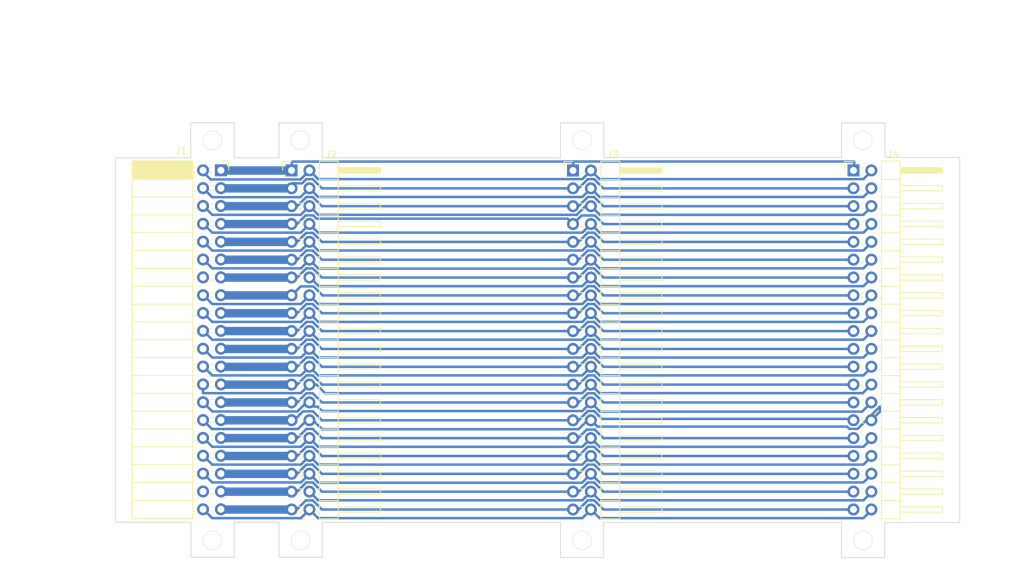
<source format=kicad_pcb>
(kicad_pcb (version 20171130) (host pcbnew 5.1.12-84ad8e8a86~92~ubuntu20.04.1)

  (general
    (thickness 1.6)
    (drawings 76)
    (tracks 483)
    (zones 0)
    (modules 4)
    (nets 43)
  )

  (page A4)
  (layers
    (0 F.Cu signal)
    (31 B.Cu signal)
    (32 B.Adhes user)
    (33 F.Adhes user)
    (34 B.Paste user hide)
    (35 F.Paste user)
    (36 B.SilkS user)
    (37 F.SilkS user)
    (38 B.Mask user)
    (39 F.Mask user)
    (40 Dwgs.User user)
    (41 Cmts.User user)
    (42 Eco1.User user)
    (43 Eco2.User user hide)
    (44 Edge.Cuts user hide)
    (45 Margin user)
    (46 B.CrtYd user)
    (47 F.CrtYd user)
    (48 B.Fab user)
    (49 F.Fab user)
  )

  (setup
    (last_trace_width 0.35)
    (user_trace_width 0.35)
    (user_trace_width 1.2)
    (trace_clearance 0.2)
    (zone_clearance 0.508)
    (zone_45_only no)
    (trace_min 0.2)
    (via_size 0.8)
    (via_drill 0.4)
    (via_min_size 0.4)
    (via_min_drill 0.3)
    (uvia_size 0.3)
    (uvia_drill 0.1)
    (uvias_allowed no)
    (uvia_min_size 0.2)
    (uvia_min_drill 0.1)
    (edge_width 0.05)
    (segment_width 0.2)
    (pcb_text_width 0.3)
    (pcb_text_size 1.5 1.5)
    (mod_edge_width 0.12)
    (mod_text_size 1 1)
    (mod_text_width 0.15)
    (pad_size 1.524 1.524)
    (pad_drill 0.762)
    (pad_to_mask_clearance 0.051)
    (solder_mask_min_width 0.25)
    (aux_axis_origin 0 0)
    (visible_elements FFFFFF7F)
    (pcbplotparams
      (layerselection 0x3d0f0_ffffffff)
      (usegerberextensions false)
      (usegerberattributes false)
      (usegerberadvancedattributes false)
      (creategerberjobfile false)
      (excludeedgelayer true)
      (linewidth 0.100000)
      (plotframeref false)
      (viasonmask false)
      (mode 1)
      (useauxorigin false)
      (hpglpennumber 1)
      (hpglpenspeed 20)
      (hpglpendiameter 15.000000)
      (psnegative false)
      (psa4output false)
      (plotreference true)
      (plotvalue true)
      (plotinvisibletext false)
      (padsonsilk true)
      (subtractmaskfromsilk false)
      (outputformat 1)
      (mirror false)
      (drillshape 0)
      (scaleselection 1)
      (outputdirectory "gerber/"))
  )

  (net 0 "")
  (net 1 GPIO_2)
  (net 2 GPIO_3)
  (net 3 GPIO_4)
  (net 4 GPIO_14)
  (net 5 GPIO_15)
  (net 6 GPIO_17)
  (net 7 GPIO_18)
  (net 8 GPIO_22)
  (net 9 GPIO_23)
  (net 10 GPIO_24)
  (net 11 GPIO_10)
  (net 12 GPIO_9)
  (net 13 GPIO_25)
  (net 14 GPIO_11)
  (net 15 GPIO_8)
  (net 16 GPIO_7)
  (net 17 GPIO_0)
  (net 18 GPIO_1)
  (net 19 GPIO_5)
  (net 20 GPIO_6)
  (net 21 GPIO_12)
  (net 22 GPIO_13)
  (net 23 GPIO_19)
  (net 24 GPIO_16)
  (net 25 GPIO_20)
  (net 26 GPIO_21)
  (net 27 IO_26)
  (net 28 IO_27)
  (net 29 3v3_1)
  (net 30 3v3_2)
  (net 31 5v_1)
  (net 32 5v_2)
  (net 33 GND_1)
  (net 34 GND_2)
  (net 35 GND_3)
  (net 36 GND_4)
  (net 37 GND_5)
  (net 38 GND_6)
  (net 39 GND_7)
  (net 40 GND_8)
  (net 41 "Net-(J1-Pad14)")
  (net 42 "Net-(J1-Pad38)")

  (net_class Default "Esta es la clase de red por defecto."
    (clearance 0.2)
    (trace_width 0.25)
    (via_dia 0.8)
    (via_drill 0.4)
    (uvia_dia 0.3)
    (uvia_drill 0.1)
    (add_net 3v3_1)
    (add_net 3v3_2)
    (add_net 5v_1)
    (add_net 5v_2)
    (add_net GND_1)
    (add_net GND_2)
    (add_net GND_3)
    (add_net GND_4)
    (add_net GND_5)
    (add_net GND_6)
    (add_net GND_7)
    (add_net GND_8)
    (add_net GPIO_0)
    (add_net GPIO_1)
    (add_net GPIO_10)
    (add_net GPIO_11)
    (add_net GPIO_12)
    (add_net GPIO_13)
    (add_net GPIO_14)
    (add_net GPIO_15)
    (add_net GPIO_16)
    (add_net GPIO_17)
    (add_net GPIO_18)
    (add_net GPIO_19)
    (add_net GPIO_2)
    (add_net GPIO_20)
    (add_net GPIO_21)
    (add_net GPIO_22)
    (add_net GPIO_23)
    (add_net GPIO_24)
    (add_net GPIO_25)
    (add_net GPIO_3)
    (add_net GPIO_4)
    (add_net GPIO_5)
    (add_net GPIO_6)
    (add_net GPIO_7)
    (add_net GPIO_8)
    (add_net GPIO_9)
    (add_net IO_26)
    (add_net IO_27)
    (add_net "Net-(J1-Pad14)")
    (add_net "Net-(J1-Pad38)")
  )

  (module Connector_PinSocket_2.54mm:PinSocket_2x20_P2.54mm_Horizontal (layer F.Cu) (tedit 5A19A423) (tstamp 686C12E0)
    (at 84.22 59.1)
    (descr "Through hole angled socket strip, 2x20, 2.54mm pitch, 8.51mm socket length, double cols (from Kicad 4.0.7), script generated")
    (tags "Through hole angled socket strip THT 2x20 2.54mm double row")
    (path /61D21F67)
    (fp_text reference J1 (at -5.65 -2.77) (layer F.SilkS)
      (effects (font (size 1 1) (thickness 0.15)))
    )
    (fp_text value Conn_02x20_Odd_Even (at -5.65 51.03) (layer F.Fab)
      (effects (font (size 1 1) (thickness 0.15)))
    )
    (fp_line (start -12.57 -1.27) (end -5.03 -1.27) (layer F.Fab) (width 0.1))
    (fp_line (start -5.03 -1.27) (end -4.06 -0.3) (layer F.Fab) (width 0.1))
    (fp_line (start -4.06 -0.3) (end -4.06 49.53) (layer F.Fab) (width 0.1))
    (fp_line (start -4.06 49.53) (end -12.57 49.53) (layer F.Fab) (width 0.1))
    (fp_line (start -12.57 49.53) (end -12.57 -1.27) (layer F.Fab) (width 0.1))
    (fp_line (start 0 -0.3) (end -4.06 -0.3) (layer F.Fab) (width 0.1))
    (fp_line (start -4.06 0.3) (end 0 0.3) (layer F.Fab) (width 0.1))
    (fp_line (start 0 0.3) (end 0 -0.3) (layer F.Fab) (width 0.1))
    (fp_line (start 0 2.24) (end -4.06 2.24) (layer F.Fab) (width 0.1))
    (fp_line (start -4.06 2.84) (end 0 2.84) (layer F.Fab) (width 0.1))
    (fp_line (start 0 2.84) (end 0 2.24) (layer F.Fab) (width 0.1))
    (fp_line (start 0 4.78) (end -4.06 4.78) (layer F.Fab) (width 0.1))
    (fp_line (start -4.06 5.38) (end 0 5.38) (layer F.Fab) (width 0.1))
    (fp_line (start 0 5.38) (end 0 4.78) (layer F.Fab) (width 0.1))
    (fp_line (start 0 7.32) (end -4.06 7.32) (layer F.Fab) (width 0.1))
    (fp_line (start -4.06 7.92) (end 0 7.92) (layer F.Fab) (width 0.1))
    (fp_line (start 0 7.92) (end 0 7.32) (layer F.Fab) (width 0.1))
    (fp_line (start 0 9.86) (end -4.06 9.86) (layer F.Fab) (width 0.1))
    (fp_line (start -4.06 10.46) (end 0 10.46) (layer F.Fab) (width 0.1))
    (fp_line (start 0 10.46) (end 0 9.86) (layer F.Fab) (width 0.1))
    (fp_line (start 0 12.4) (end -4.06 12.4) (layer F.Fab) (width 0.1))
    (fp_line (start -4.06 13) (end 0 13) (layer F.Fab) (width 0.1))
    (fp_line (start 0 13) (end 0 12.4) (layer F.Fab) (width 0.1))
    (fp_line (start 0 14.94) (end -4.06 14.94) (layer F.Fab) (width 0.1))
    (fp_line (start -4.06 15.54) (end 0 15.54) (layer F.Fab) (width 0.1))
    (fp_line (start 0 15.54) (end 0 14.94) (layer F.Fab) (width 0.1))
    (fp_line (start 0 17.48) (end -4.06 17.48) (layer F.Fab) (width 0.1))
    (fp_line (start -4.06 18.08) (end 0 18.08) (layer F.Fab) (width 0.1))
    (fp_line (start 0 18.08) (end 0 17.48) (layer F.Fab) (width 0.1))
    (fp_line (start 0 20.02) (end -4.06 20.02) (layer F.Fab) (width 0.1))
    (fp_line (start -4.06 20.62) (end 0 20.62) (layer F.Fab) (width 0.1))
    (fp_line (start 0 20.62) (end 0 20.02) (layer F.Fab) (width 0.1))
    (fp_line (start 0 22.56) (end -4.06 22.56) (layer F.Fab) (width 0.1))
    (fp_line (start -4.06 23.16) (end 0 23.16) (layer F.Fab) (width 0.1))
    (fp_line (start 0 23.16) (end 0 22.56) (layer F.Fab) (width 0.1))
    (fp_line (start 0 25.1) (end -4.06 25.1) (layer F.Fab) (width 0.1))
    (fp_line (start -4.06 25.7) (end 0 25.7) (layer F.Fab) (width 0.1))
    (fp_line (start 0 25.7) (end 0 25.1) (layer F.Fab) (width 0.1))
    (fp_line (start 0 27.64) (end -4.06 27.64) (layer F.Fab) (width 0.1))
    (fp_line (start -4.06 28.24) (end 0 28.24) (layer F.Fab) (width 0.1))
    (fp_line (start 0 28.24) (end 0 27.64) (layer F.Fab) (width 0.1))
    (fp_line (start 0 30.18) (end -4.06 30.18) (layer F.Fab) (width 0.1))
    (fp_line (start -4.06 30.78) (end 0 30.78) (layer F.Fab) (width 0.1))
    (fp_line (start 0 30.78) (end 0 30.18) (layer F.Fab) (width 0.1))
    (fp_line (start 0 32.72) (end -4.06 32.72) (layer F.Fab) (width 0.1))
    (fp_line (start -4.06 33.32) (end 0 33.32) (layer F.Fab) (width 0.1))
    (fp_line (start 0 33.32) (end 0 32.72) (layer F.Fab) (width 0.1))
    (fp_line (start 0 35.26) (end -4.06 35.26) (layer F.Fab) (width 0.1))
    (fp_line (start -4.06 35.86) (end 0 35.86) (layer F.Fab) (width 0.1))
    (fp_line (start 0 35.86) (end 0 35.26) (layer F.Fab) (width 0.1))
    (fp_line (start 0 37.8) (end -4.06 37.8) (layer F.Fab) (width 0.1))
    (fp_line (start -4.06 38.4) (end 0 38.4) (layer F.Fab) (width 0.1))
    (fp_line (start 0 38.4) (end 0 37.8) (layer F.Fab) (width 0.1))
    (fp_line (start 0 40.34) (end -4.06 40.34) (layer F.Fab) (width 0.1))
    (fp_line (start -4.06 40.94) (end 0 40.94) (layer F.Fab) (width 0.1))
    (fp_line (start 0 40.94) (end 0 40.34) (layer F.Fab) (width 0.1))
    (fp_line (start 0 42.88) (end -4.06 42.88) (layer F.Fab) (width 0.1))
    (fp_line (start -4.06 43.48) (end 0 43.48) (layer F.Fab) (width 0.1))
    (fp_line (start 0 43.48) (end 0 42.88) (layer F.Fab) (width 0.1))
    (fp_line (start 0 45.42) (end -4.06 45.42) (layer F.Fab) (width 0.1))
    (fp_line (start -4.06 46.02) (end 0 46.02) (layer F.Fab) (width 0.1))
    (fp_line (start 0 46.02) (end 0 45.42) (layer F.Fab) (width 0.1))
    (fp_line (start 0 47.96) (end -4.06 47.96) (layer F.Fab) (width 0.1))
    (fp_line (start -4.06 48.56) (end 0 48.56) (layer F.Fab) (width 0.1))
    (fp_line (start 0 48.56) (end 0 47.96) (layer F.Fab) (width 0.1))
    (fp_line (start -12.63 -1.21) (end -4 -1.21) (layer F.SilkS) (width 0.12))
    (fp_line (start -12.63 -1.091905) (end -4 -1.091905) (layer F.SilkS) (width 0.12))
    (fp_line (start -12.63 -0.97381) (end -4 -0.97381) (layer F.SilkS) (width 0.12))
    (fp_line (start -12.63 -0.855715) (end -4 -0.855715) (layer F.SilkS) (width 0.12))
    (fp_line (start -12.63 -0.73762) (end -4 -0.73762) (layer F.SilkS) (width 0.12))
    (fp_line (start -12.63 -0.619525) (end -4 -0.619525) (layer F.SilkS) (width 0.12))
    (fp_line (start -12.63 -0.50143) (end -4 -0.50143) (layer F.SilkS) (width 0.12))
    (fp_line (start -12.63 -0.383335) (end -4 -0.383335) (layer F.SilkS) (width 0.12))
    (fp_line (start -12.63 -0.26524) (end -4 -0.26524) (layer F.SilkS) (width 0.12))
    (fp_line (start -12.63 -0.147145) (end -4 -0.147145) (layer F.SilkS) (width 0.12))
    (fp_line (start -12.63 -0.02905) (end -4 -0.02905) (layer F.SilkS) (width 0.12))
    (fp_line (start -12.63 0.089045) (end -4 0.089045) (layer F.SilkS) (width 0.12))
    (fp_line (start -12.63 0.20714) (end -4 0.20714) (layer F.SilkS) (width 0.12))
    (fp_line (start -12.63 0.325235) (end -4 0.325235) (layer F.SilkS) (width 0.12))
    (fp_line (start -12.63 0.44333) (end -4 0.44333) (layer F.SilkS) (width 0.12))
    (fp_line (start -12.63 0.561425) (end -4 0.561425) (layer F.SilkS) (width 0.12))
    (fp_line (start -12.63 0.67952) (end -4 0.67952) (layer F.SilkS) (width 0.12))
    (fp_line (start -12.63 0.797615) (end -4 0.797615) (layer F.SilkS) (width 0.12))
    (fp_line (start -12.63 0.91571) (end -4 0.91571) (layer F.SilkS) (width 0.12))
    (fp_line (start -12.63 1.033805) (end -4 1.033805) (layer F.SilkS) (width 0.12))
    (fp_line (start -12.63 1.1519) (end -4 1.1519) (layer F.SilkS) (width 0.12))
    (fp_line (start -4 -0.36) (end -3.59 -0.36) (layer F.SilkS) (width 0.12))
    (fp_line (start -1.49 -0.36) (end -1.11 -0.36) (layer F.SilkS) (width 0.12))
    (fp_line (start -4 0.36) (end -3.59 0.36) (layer F.SilkS) (width 0.12))
    (fp_line (start -1.49 0.36) (end -1.11 0.36) (layer F.SilkS) (width 0.12))
    (fp_line (start -4 2.18) (end -3.59 2.18) (layer F.SilkS) (width 0.12))
    (fp_line (start -1.49 2.18) (end -1.05 2.18) (layer F.SilkS) (width 0.12))
    (fp_line (start -4 2.9) (end -3.59 2.9) (layer F.SilkS) (width 0.12))
    (fp_line (start -1.49 2.9) (end -1.05 2.9) (layer F.SilkS) (width 0.12))
    (fp_line (start -4 4.72) (end -3.59 4.72) (layer F.SilkS) (width 0.12))
    (fp_line (start -1.49 4.72) (end -1.05 4.72) (layer F.SilkS) (width 0.12))
    (fp_line (start -4 5.44) (end -3.59 5.44) (layer F.SilkS) (width 0.12))
    (fp_line (start -1.49 5.44) (end -1.05 5.44) (layer F.SilkS) (width 0.12))
    (fp_line (start -4 7.26) (end -3.59 7.26) (layer F.SilkS) (width 0.12))
    (fp_line (start -1.49 7.26) (end -1.05 7.26) (layer F.SilkS) (width 0.12))
    (fp_line (start -4 7.98) (end -3.59 7.98) (layer F.SilkS) (width 0.12))
    (fp_line (start -1.49 7.98) (end -1.05 7.98) (layer F.SilkS) (width 0.12))
    (fp_line (start -4 9.8) (end -3.59 9.8) (layer F.SilkS) (width 0.12))
    (fp_line (start -1.49 9.8) (end -1.05 9.8) (layer F.SilkS) (width 0.12))
    (fp_line (start -4 10.52) (end -3.59 10.52) (layer F.SilkS) (width 0.12))
    (fp_line (start -1.49 10.52) (end -1.05 10.52) (layer F.SilkS) (width 0.12))
    (fp_line (start -4 12.34) (end -3.59 12.34) (layer F.SilkS) (width 0.12))
    (fp_line (start -1.49 12.34) (end -1.05 12.34) (layer F.SilkS) (width 0.12))
    (fp_line (start -4 13.06) (end -3.59 13.06) (layer F.SilkS) (width 0.12))
    (fp_line (start -1.49 13.06) (end -1.05 13.06) (layer F.SilkS) (width 0.12))
    (fp_line (start -4 14.88) (end -3.59 14.88) (layer F.SilkS) (width 0.12))
    (fp_line (start -1.49 14.88) (end -1.05 14.88) (layer F.SilkS) (width 0.12))
    (fp_line (start -4 15.6) (end -3.59 15.6) (layer F.SilkS) (width 0.12))
    (fp_line (start -1.49 15.6) (end -1.05 15.6) (layer F.SilkS) (width 0.12))
    (fp_line (start -4 17.42) (end -3.59 17.42) (layer F.SilkS) (width 0.12))
    (fp_line (start -1.49 17.42) (end -1.05 17.42) (layer F.SilkS) (width 0.12))
    (fp_line (start -4 18.14) (end -3.59 18.14) (layer F.SilkS) (width 0.12))
    (fp_line (start -1.49 18.14) (end -1.05 18.14) (layer F.SilkS) (width 0.12))
    (fp_line (start -4 19.96) (end -3.59 19.96) (layer F.SilkS) (width 0.12))
    (fp_line (start -1.49 19.96) (end -1.05 19.96) (layer F.SilkS) (width 0.12))
    (fp_line (start -4 20.68) (end -3.59 20.68) (layer F.SilkS) (width 0.12))
    (fp_line (start -1.49 20.68) (end -1.05 20.68) (layer F.SilkS) (width 0.12))
    (fp_line (start -4 22.5) (end -3.59 22.5) (layer F.SilkS) (width 0.12))
    (fp_line (start -1.49 22.5) (end -1.05 22.5) (layer F.SilkS) (width 0.12))
    (fp_line (start -4 23.22) (end -3.59 23.22) (layer F.SilkS) (width 0.12))
    (fp_line (start -1.49 23.22) (end -1.05 23.22) (layer F.SilkS) (width 0.12))
    (fp_line (start -4 25.04) (end -3.59 25.04) (layer F.SilkS) (width 0.12))
    (fp_line (start -1.49 25.04) (end -1.05 25.04) (layer F.SilkS) (width 0.12))
    (fp_line (start -4 25.76) (end -3.59 25.76) (layer F.SilkS) (width 0.12))
    (fp_line (start -1.49 25.76) (end -1.05 25.76) (layer F.SilkS) (width 0.12))
    (fp_line (start -4 27.58) (end -3.59 27.58) (layer F.SilkS) (width 0.12))
    (fp_line (start -1.49 27.58) (end -1.05 27.58) (layer F.SilkS) (width 0.12))
    (fp_line (start -4 28.3) (end -3.59 28.3) (layer F.SilkS) (width 0.12))
    (fp_line (start -1.49 28.3) (end -1.05 28.3) (layer F.SilkS) (width 0.12))
    (fp_line (start -4 30.12) (end -3.59 30.12) (layer F.SilkS) (width 0.12))
    (fp_line (start -1.49 30.12) (end -1.05 30.12) (layer F.SilkS) (width 0.12))
    (fp_line (start -4 30.84) (end -3.59 30.84) (layer F.SilkS) (width 0.12))
    (fp_line (start -1.49 30.84) (end -1.05 30.84) (layer F.SilkS) (width 0.12))
    (fp_line (start -4 32.66) (end -3.59 32.66) (layer F.SilkS) (width 0.12))
    (fp_line (start -1.49 32.66) (end -1.05 32.66) (layer F.SilkS) (width 0.12))
    (fp_line (start -4 33.38) (end -3.59 33.38) (layer F.SilkS) (width 0.12))
    (fp_line (start -1.49 33.38) (end -1.05 33.38) (layer F.SilkS) (width 0.12))
    (fp_line (start -4 35.2) (end -3.59 35.2) (layer F.SilkS) (width 0.12))
    (fp_line (start -1.49 35.2) (end -1.05 35.2) (layer F.SilkS) (width 0.12))
    (fp_line (start -4 35.92) (end -3.59 35.92) (layer F.SilkS) (width 0.12))
    (fp_line (start -1.49 35.92) (end -1.05 35.92) (layer F.SilkS) (width 0.12))
    (fp_line (start -4 37.74) (end -3.59 37.74) (layer F.SilkS) (width 0.12))
    (fp_line (start -1.49 37.74) (end -1.05 37.74) (layer F.SilkS) (width 0.12))
    (fp_line (start -4 38.46) (end -3.59 38.46) (layer F.SilkS) (width 0.12))
    (fp_line (start -1.49 38.46) (end -1.05 38.46) (layer F.SilkS) (width 0.12))
    (fp_line (start -4 40.28) (end -3.59 40.28) (layer F.SilkS) (width 0.12))
    (fp_line (start -1.49 40.28) (end -1.05 40.28) (layer F.SilkS) (width 0.12))
    (fp_line (start -4 41) (end -3.59 41) (layer F.SilkS) (width 0.12))
    (fp_line (start -1.49 41) (end -1.05 41) (layer F.SilkS) (width 0.12))
    (fp_line (start -4 42.82) (end -3.59 42.82) (layer F.SilkS) (width 0.12))
    (fp_line (start -1.49 42.82) (end -1.05 42.82) (layer F.SilkS) (width 0.12))
    (fp_line (start -4 43.54) (end -3.59 43.54) (layer F.SilkS) (width 0.12))
    (fp_line (start -1.49 43.54) (end -1.05 43.54) (layer F.SilkS) (width 0.12))
    (fp_line (start -4 45.36) (end -3.59 45.36) (layer F.SilkS) (width 0.12))
    (fp_line (start -1.49 45.36) (end -1.05 45.36) (layer F.SilkS) (width 0.12))
    (fp_line (start -4 46.08) (end -3.59 46.08) (layer F.SilkS) (width 0.12))
    (fp_line (start -1.49 46.08) (end -1.05 46.08) (layer F.SilkS) (width 0.12))
    (fp_line (start -4 47.9) (end -3.59 47.9) (layer F.SilkS) (width 0.12))
    (fp_line (start -1.49 47.9) (end -1.05 47.9) (layer F.SilkS) (width 0.12))
    (fp_line (start -4 48.62) (end -3.59 48.62) (layer F.SilkS) (width 0.12))
    (fp_line (start -1.49 48.62) (end -1.05 48.62) (layer F.SilkS) (width 0.12))
    (fp_line (start -12.63 1.27) (end -4 1.27) (layer F.SilkS) (width 0.12))
    (fp_line (start -12.63 3.81) (end -4 3.81) (layer F.SilkS) (width 0.12))
    (fp_line (start -12.63 6.35) (end -4 6.35) (layer F.SilkS) (width 0.12))
    (fp_line (start -12.63 8.89) (end -4 8.89) (layer F.SilkS) (width 0.12))
    (fp_line (start -12.63 11.43) (end -4 11.43) (layer F.SilkS) (width 0.12))
    (fp_line (start -12.63 13.97) (end -4 13.97) (layer F.SilkS) (width 0.12))
    (fp_line (start -12.63 16.51) (end -4 16.51) (layer F.SilkS) (width 0.12))
    (fp_line (start -12.63 19.05) (end -4 19.05) (layer F.SilkS) (width 0.12))
    (fp_line (start -12.63 21.59) (end -4 21.59) (layer F.SilkS) (width 0.12))
    (fp_line (start -12.63 24.13) (end -4 24.13) (layer F.SilkS) (width 0.12))
    (fp_line (start -12.63 26.67) (end -4 26.67) (layer F.SilkS) (width 0.12))
    (fp_line (start -12.63 29.21) (end -4 29.21) (layer F.SilkS) (width 0.12))
    (fp_line (start -12.63 31.75) (end -4 31.75) (layer F.SilkS) (width 0.12))
    (fp_line (start -12.63 34.29) (end -4 34.29) (layer F.SilkS) (width 0.12))
    (fp_line (start -12.63 36.83) (end -4 36.83) (layer F.SilkS) (width 0.12))
    (fp_line (start -12.63 39.37) (end -4 39.37) (layer F.SilkS) (width 0.12))
    (fp_line (start -12.63 41.91) (end -4 41.91) (layer F.SilkS) (width 0.12))
    (fp_line (start -12.63 44.45) (end -4 44.45) (layer F.SilkS) (width 0.12))
    (fp_line (start -12.63 46.99) (end -4 46.99) (layer F.SilkS) (width 0.12))
    (fp_line (start -12.63 -1.33) (end -4 -1.33) (layer F.SilkS) (width 0.12))
    (fp_line (start -4 -1.33) (end -4 49.59) (layer F.SilkS) (width 0.12))
    (fp_line (start -12.63 49.59) (end -4 49.59) (layer F.SilkS) (width 0.12))
    (fp_line (start -12.63 -1.33) (end -12.63 49.59) (layer F.SilkS) (width 0.12))
    (fp_line (start 1.11 -1.33) (end 1.11 0) (layer F.SilkS) (width 0.12))
    (fp_line (start 0 -1.33) (end 1.11 -1.33) (layer F.SilkS) (width 0.12))
    (fp_line (start 1.8 -1.75) (end -13.05 -1.75) (layer F.CrtYd) (width 0.05))
    (fp_line (start -13.05 -1.75) (end -13.05 50.05) (layer F.CrtYd) (width 0.05))
    (fp_line (start -13.05 50.05) (end 1.8 50.05) (layer F.CrtYd) (width 0.05))
    (fp_line (start 1.8 50.05) (end 1.8 -1.75) (layer F.CrtYd) (width 0.05))
    (fp_text user %R (at -8.315 24.13 90) (layer F.Fab)
      (effects (font (size 1 1) (thickness 0.15)))
    )
    (pad 1 thru_hole rect (at 0 0) (size 1.7 1.7) (drill 1) (layers *.Cu *.Mask)
      (net 31 5v_1))
    (pad 2 thru_hole oval (at -2.54 0) (size 1.7 1.7) (drill 1) (layers *.Cu *.Mask)
      (net 29 3v3_1))
    (pad 3 thru_hole oval (at 0 2.54) (size 1.7 1.7) (drill 1) (layers *.Cu *.Mask)
      (net 32 5v_2))
    (pad 4 thru_hole oval (at -2.54 2.54) (size 1.7 1.7) (drill 1) (layers *.Cu *.Mask)
      (net 1 GPIO_2))
    (pad 5 thru_hole oval (at 0 5.08) (size 1.7 1.7) (drill 1) (layers *.Cu *.Mask)
      (net 33 GND_1))
    (pad 6 thru_hole oval (at -2.54 5.08) (size 1.7 1.7) (drill 1) (layers *.Cu *.Mask)
      (net 2 GPIO_3))
    (pad 7 thru_hole oval (at 0 7.62) (size 1.7 1.7) (drill 1) (layers *.Cu *.Mask)
      (net 4 GPIO_14))
    (pad 8 thru_hole oval (at -2.54 7.62) (size 1.7 1.7) (drill 1) (layers *.Cu *.Mask)
      (net 3 GPIO_4))
    (pad 9 thru_hole oval (at 0 10.16) (size 1.7 1.7) (drill 1) (layers *.Cu *.Mask)
      (net 5 GPIO_15))
    (pad 10 thru_hole oval (at -2.54 10.16) (size 1.7 1.7) (drill 1) (layers *.Cu *.Mask)
      (net 34 GND_2))
    (pad 11 thru_hole oval (at 0 12.7) (size 1.7 1.7) (drill 1) (layers *.Cu *.Mask)
      (net 7 GPIO_18))
    (pad 12 thru_hole oval (at -2.54 12.7) (size 1.7 1.7) (drill 1) (layers *.Cu *.Mask)
      (net 6 GPIO_17))
    (pad 13 thru_hole oval (at 0 15.24) (size 1.7 1.7) (drill 1) (layers *.Cu *.Mask)
      (net 35 GND_3))
    (pad 14 thru_hole oval (at -2.54 15.24) (size 1.7 1.7) (drill 1) (layers *.Cu *.Mask)
      (net 41 "Net-(J1-Pad14)"))
    (pad 15 thru_hole oval (at 0 17.78) (size 1.7 1.7) (drill 1) (layers *.Cu *.Mask)
      (net 9 GPIO_23))
    (pad 16 thru_hole oval (at -2.54 17.78) (size 1.7 1.7) (drill 1) (layers *.Cu *.Mask)
      (net 8 GPIO_22))
    (pad 17 thru_hole oval (at 0 20.32) (size 1.7 1.7) (drill 1) (layers *.Cu *.Mask)
      (net 10 GPIO_24))
    (pad 18 thru_hole oval (at -2.54 20.32) (size 1.7 1.7) (drill 1) (layers *.Cu *.Mask)
      (net 30 3v3_2))
    (pad 19 thru_hole oval (at 0 22.86) (size 1.7 1.7) (drill 1) (layers *.Cu *.Mask)
      (net 36 GND_4))
    (pad 20 thru_hole oval (at -2.54 22.86) (size 1.7 1.7) (drill 1) (layers *.Cu *.Mask)
      (net 11 GPIO_10))
    (pad 21 thru_hole oval (at 0 25.4) (size 1.7 1.7) (drill 1) (layers *.Cu *.Mask)
      (net 13 GPIO_25))
    (pad 22 thru_hole oval (at -2.54 25.4) (size 1.7 1.7) (drill 1) (layers *.Cu *.Mask)
      (net 12 GPIO_9))
    (pad 23 thru_hole oval (at 0 27.94) (size 1.7 1.7) (drill 1) (layers *.Cu *.Mask)
      (net 15 GPIO_8))
    (pad 24 thru_hole oval (at -2.54 27.94) (size 1.7 1.7) (drill 1) (layers *.Cu *.Mask)
      (net 14 GPIO_11))
    (pad 25 thru_hole oval (at 0 30.48) (size 1.7 1.7) (drill 1) (layers *.Cu *.Mask)
      (net 16 GPIO_7))
    (pad 26 thru_hole oval (at -2.54 30.48) (size 1.7 1.7) (drill 1) (layers *.Cu *.Mask)
      (net 37 GND_5))
    (pad 27 thru_hole oval (at 0 33.02) (size 1.7 1.7) (drill 1) (layers *.Cu *.Mask)
      (net 18 GPIO_1))
    (pad 28 thru_hole oval (at -2.54 33.02) (size 1.7 1.7) (drill 1) (layers *.Cu *.Mask)
      (net 17 GPIO_0))
    (pad 29 thru_hole oval (at 0 35.56) (size 1.7 1.7) (drill 1) (layers *.Cu *.Mask)
      (net 38 GND_6))
    (pad 30 thru_hole oval (at -2.54 35.56) (size 1.7 1.7) (drill 1) (layers *.Cu *.Mask)
      (net 19 GPIO_5))
    (pad 31 thru_hole oval (at 0 38.1) (size 1.7 1.7) (drill 1) (layers *.Cu *.Mask)
      (net 21 GPIO_12))
    (pad 32 thru_hole oval (at -2.54 38.1) (size 1.7 1.7) (drill 1) (layers *.Cu *.Mask)
      (net 20 GPIO_6))
    (pad 33 thru_hole oval (at 0 40.64) (size 1.7 1.7) (drill 1) (layers *.Cu *.Mask)
      (net 39 GND_7))
    (pad 34 thru_hole oval (at -2.54 40.64) (size 1.7 1.7) (drill 1) (layers *.Cu *.Mask)
      (net 22 GPIO_13))
    (pad 35 thru_hole oval (at 0 43.18) (size 1.7 1.7) (drill 1) (layers *.Cu *.Mask)
      (net 24 GPIO_16))
    (pad 36 thru_hole oval (at -2.54 43.18) (size 1.7 1.7) (drill 1) (layers *.Cu *.Mask)
      (net 23 GPIO_19))
    (pad 37 thru_hole oval (at 0 45.72) (size 1.7 1.7) (drill 1) (layers *.Cu *.Mask)
      (net 25 GPIO_20))
    (pad 38 thru_hole oval (at -2.54 45.72) (size 1.7 1.7) (drill 1) (layers *.Cu *.Mask)
      (net 42 "Net-(J1-Pad38)"))
    (pad 39 thru_hole oval (at 0 48.26) (size 1.7 1.7) (drill 1) (layers *.Cu *.Mask)
      (net 26 GPIO_21))
    (pad 40 thru_hole oval (at -2.54 48.26) (size 1.7 1.7) (drill 1) (layers *.Cu *.Mask)
      (net 40 GND_8))
    (model ${KISYS3DMOD}/Connector_PinSocket_2.54mm.3dshapes/PinSocket_2x20_P2.54mm_Horizontal.wrl
      (at (xyz 0 0 0))
      (scale (xyz 1 1 1))
      (rotate (xyz 0 0 0))
    )
  )

  (module Connector_PinHeader_2.54mm:PinHeader_2x20_P2.54mm_Horizontal (layer F.Cu) (tedit 59FED5CB) (tstamp 686C718E)
    (at 94.27 59.12)
    (descr "Through hole angled pin header, 2x20, 2.54mm pitch, 6mm pin length, double rows")
    (tags "Through hole angled pin header THT 2x20 2.54mm double row")
    (path /61E47CFB)
    (fp_text reference J2 (at 5.655 -2.27) (layer F.SilkS)
      (effects (font (size 1 1) (thickness 0.15)))
    )
    (fp_text value Conn_02x20_Odd_Even (at 5.655 50.53) (layer F.Fab)
      (effects (font (size 1 1) (thickness 0.15)))
    )
    (fp_line (start 13.1 -1.8) (end -1.8 -1.8) (layer F.CrtYd) (width 0.05))
    (fp_line (start 13.1 50.05) (end 13.1 -1.8) (layer F.CrtYd) (width 0.05))
    (fp_line (start -1.8 50.05) (end 13.1 50.05) (layer F.CrtYd) (width 0.05))
    (fp_line (start -1.8 -1.8) (end -1.8 50.05) (layer F.CrtYd) (width 0.05))
    (fp_line (start -1.27 -1.27) (end 0 -1.27) (layer F.SilkS) (width 0.12))
    (fp_line (start -1.27 0) (end -1.27 -1.27) (layer F.SilkS) (width 0.12))
    (fp_line (start 1.042929 48.64) (end 1.497071 48.64) (layer F.SilkS) (width 0.12))
    (fp_line (start 1.042929 47.88) (end 1.497071 47.88) (layer F.SilkS) (width 0.12))
    (fp_line (start 3.582929 48.64) (end 3.98 48.64) (layer F.SilkS) (width 0.12))
    (fp_line (start 3.582929 47.88) (end 3.98 47.88) (layer F.SilkS) (width 0.12))
    (fp_line (start 12.64 48.64) (end 6.64 48.64) (layer F.SilkS) (width 0.12))
    (fp_line (start 12.64 47.88) (end 12.64 48.64) (layer F.SilkS) (width 0.12))
    (fp_line (start 6.64 47.88) (end 12.64 47.88) (layer F.SilkS) (width 0.12))
    (fp_line (start 3.98 46.99) (end 6.64 46.99) (layer F.SilkS) (width 0.12))
    (fp_line (start 1.042929 46.1) (end 1.497071 46.1) (layer F.SilkS) (width 0.12))
    (fp_line (start 1.042929 45.34) (end 1.497071 45.34) (layer F.SilkS) (width 0.12))
    (fp_line (start 3.582929 46.1) (end 3.98 46.1) (layer F.SilkS) (width 0.12))
    (fp_line (start 3.582929 45.34) (end 3.98 45.34) (layer F.SilkS) (width 0.12))
    (fp_line (start 12.64 46.1) (end 6.64 46.1) (layer F.SilkS) (width 0.12))
    (fp_line (start 12.64 45.34) (end 12.64 46.1) (layer F.SilkS) (width 0.12))
    (fp_line (start 6.64 45.34) (end 12.64 45.34) (layer F.SilkS) (width 0.12))
    (fp_line (start 3.98 44.45) (end 6.64 44.45) (layer F.SilkS) (width 0.12))
    (fp_line (start 1.042929 43.56) (end 1.497071 43.56) (layer F.SilkS) (width 0.12))
    (fp_line (start 1.042929 42.8) (end 1.497071 42.8) (layer F.SilkS) (width 0.12))
    (fp_line (start 3.582929 43.56) (end 3.98 43.56) (layer F.SilkS) (width 0.12))
    (fp_line (start 3.582929 42.8) (end 3.98 42.8) (layer F.SilkS) (width 0.12))
    (fp_line (start 12.64 43.56) (end 6.64 43.56) (layer F.SilkS) (width 0.12))
    (fp_line (start 12.64 42.8) (end 12.64 43.56) (layer F.SilkS) (width 0.12))
    (fp_line (start 6.64 42.8) (end 12.64 42.8) (layer F.SilkS) (width 0.12))
    (fp_line (start 3.98 41.91) (end 6.64 41.91) (layer F.SilkS) (width 0.12))
    (fp_line (start 1.042929 41.02) (end 1.497071 41.02) (layer F.SilkS) (width 0.12))
    (fp_line (start 1.042929 40.26) (end 1.497071 40.26) (layer F.SilkS) (width 0.12))
    (fp_line (start 3.582929 41.02) (end 3.98 41.02) (layer F.SilkS) (width 0.12))
    (fp_line (start 3.582929 40.26) (end 3.98 40.26) (layer F.SilkS) (width 0.12))
    (fp_line (start 12.64 41.02) (end 6.64 41.02) (layer F.SilkS) (width 0.12))
    (fp_line (start 12.64 40.26) (end 12.64 41.02) (layer F.SilkS) (width 0.12))
    (fp_line (start 6.64 40.26) (end 12.64 40.26) (layer F.SilkS) (width 0.12))
    (fp_line (start 3.98 39.37) (end 6.64 39.37) (layer F.SilkS) (width 0.12))
    (fp_line (start 1.042929 38.48) (end 1.497071 38.48) (layer F.SilkS) (width 0.12))
    (fp_line (start 1.042929 37.72) (end 1.497071 37.72) (layer F.SilkS) (width 0.12))
    (fp_line (start 3.582929 38.48) (end 3.98 38.48) (layer F.SilkS) (width 0.12))
    (fp_line (start 3.582929 37.72) (end 3.98 37.72) (layer F.SilkS) (width 0.12))
    (fp_line (start 12.64 38.48) (end 6.64 38.48) (layer F.SilkS) (width 0.12))
    (fp_line (start 12.64 37.72) (end 12.64 38.48) (layer F.SilkS) (width 0.12))
    (fp_line (start 6.64 37.72) (end 12.64 37.72) (layer F.SilkS) (width 0.12))
    (fp_line (start 3.98 36.83) (end 6.64 36.83) (layer F.SilkS) (width 0.12))
    (fp_line (start 1.042929 35.94) (end 1.497071 35.94) (layer F.SilkS) (width 0.12))
    (fp_line (start 1.042929 35.18) (end 1.497071 35.18) (layer F.SilkS) (width 0.12))
    (fp_line (start 3.582929 35.94) (end 3.98 35.94) (layer F.SilkS) (width 0.12))
    (fp_line (start 3.582929 35.18) (end 3.98 35.18) (layer F.SilkS) (width 0.12))
    (fp_line (start 12.64 35.94) (end 6.64 35.94) (layer F.SilkS) (width 0.12))
    (fp_line (start 12.64 35.18) (end 12.64 35.94) (layer F.SilkS) (width 0.12))
    (fp_line (start 6.64 35.18) (end 12.64 35.18) (layer F.SilkS) (width 0.12))
    (fp_line (start 3.98 34.29) (end 6.64 34.29) (layer F.SilkS) (width 0.12))
    (fp_line (start 1.042929 33.4) (end 1.497071 33.4) (layer F.SilkS) (width 0.12))
    (fp_line (start 1.042929 32.64) (end 1.497071 32.64) (layer F.SilkS) (width 0.12))
    (fp_line (start 3.582929 33.4) (end 3.98 33.4) (layer F.SilkS) (width 0.12))
    (fp_line (start 3.582929 32.64) (end 3.98 32.64) (layer F.SilkS) (width 0.12))
    (fp_line (start 12.64 33.4) (end 6.64 33.4) (layer F.SilkS) (width 0.12))
    (fp_line (start 12.64 32.64) (end 12.64 33.4) (layer F.SilkS) (width 0.12))
    (fp_line (start 6.64 32.64) (end 12.64 32.64) (layer F.SilkS) (width 0.12))
    (fp_line (start 3.98 31.75) (end 6.64 31.75) (layer F.SilkS) (width 0.12))
    (fp_line (start 1.042929 30.86) (end 1.497071 30.86) (layer F.SilkS) (width 0.12))
    (fp_line (start 1.042929 30.1) (end 1.497071 30.1) (layer F.SilkS) (width 0.12))
    (fp_line (start 3.582929 30.86) (end 3.98 30.86) (layer F.SilkS) (width 0.12))
    (fp_line (start 3.582929 30.1) (end 3.98 30.1) (layer F.SilkS) (width 0.12))
    (fp_line (start 12.64 30.86) (end 6.64 30.86) (layer F.SilkS) (width 0.12))
    (fp_line (start 12.64 30.1) (end 12.64 30.86) (layer F.SilkS) (width 0.12))
    (fp_line (start 6.64 30.1) (end 12.64 30.1) (layer F.SilkS) (width 0.12))
    (fp_line (start 3.98 29.21) (end 6.64 29.21) (layer F.SilkS) (width 0.12))
    (fp_line (start 1.042929 28.32) (end 1.497071 28.32) (layer F.SilkS) (width 0.12))
    (fp_line (start 1.042929 27.56) (end 1.497071 27.56) (layer F.SilkS) (width 0.12))
    (fp_line (start 3.582929 28.32) (end 3.98 28.32) (layer F.SilkS) (width 0.12))
    (fp_line (start 3.582929 27.56) (end 3.98 27.56) (layer F.SilkS) (width 0.12))
    (fp_line (start 12.64 28.32) (end 6.64 28.32) (layer F.SilkS) (width 0.12))
    (fp_line (start 12.64 27.56) (end 12.64 28.32) (layer F.SilkS) (width 0.12))
    (fp_line (start 6.64 27.56) (end 12.64 27.56) (layer F.SilkS) (width 0.12))
    (fp_line (start 3.98 26.67) (end 6.64 26.67) (layer F.SilkS) (width 0.12))
    (fp_line (start 1.042929 25.78) (end 1.497071 25.78) (layer F.SilkS) (width 0.12))
    (fp_line (start 1.042929 25.02) (end 1.497071 25.02) (layer F.SilkS) (width 0.12))
    (fp_line (start 3.582929 25.78) (end 3.98 25.78) (layer F.SilkS) (width 0.12))
    (fp_line (start 3.582929 25.02) (end 3.98 25.02) (layer F.SilkS) (width 0.12))
    (fp_line (start 12.64 25.78) (end 6.64 25.78) (layer F.SilkS) (width 0.12))
    (fp_line (start 12.64 25.02) (end 12.64 25.78) (layer F.SilkS) (width 0.12))
    (fp_line (start 6.64 25.02) (end 12.64 25.02) (layer F.SilkS) (width 0.12))
    (fp_line (start 3.98 24.13) (end 6.64 24.13) (layer F.SilkS) (width 0.12))
    (fp_line (start 1.042929 23.24) (end 1.497071 23.24) (layer F.SilkS) (width 0.12))
    (fp_line (start 1.042929 22.48) (end 1.497071 22.48) (layer F.SilkS) (width 0.12))
    (fp_line (start 3.582929 23.24) (end 3.98 23.24) (layer F.SilkS) (width 0.12))
    (fp_line (start 3.582929 22.48) (end 3.98 22.48) (layer F.SilkS) (width 0.12))
    (fp_line (start 12.64 23.24) (end 6.64 23.24) (layer F.SilkS) (width 0.12))
    (fp_line (start 12.64 22.48) (end 12.64 23.24) (layer F.SilkS) (width 0.12))
    (fp_line (start 6.64 22.48) (end 12.64 22.48) (layer F.SilkS) (width 0.12))
    (fp_line (start 3.98 21.59) (end 6.64 21.59) (layer F.SilkS) (width 0.12))
    (fp_line (start 1.042929 20.7) (end 1.497071 20.7) (layer F.SilkS) (width 0.12))
    (fp_line (start 1.042929 19.94) (end 1.497071 19.94) (layer F.SilkS) (width 0.12))
    (fp_line (start 3.582929 20.7) (end 3.98 20.7) (layer F.SilkS) (width 0.12))
    (fp_line (start 3.582929 19.94) (end 3.98 19.94) (layer F.SilkS) (width 0.12))
    (fp_line (start 12.64 20.7) (end 6.64 20.7) (layer F.SilkS) (width 0.12))
    (fp_line (start 12.64 19.94) (end 12.64 20.7) (layer F.SilkS) (width 0.12))
    (fp_line (start 6.64 19.94) (end 12.64 19.94) (layer F.SilkS) (width 0.12))
    (fp_line (start 3.98 19.05) (end 6.64 19.05) (layer F.SilkS) (width 0.12))
    (fp_line (start 1.042929 18.16) (end 1.497071 18.16) (layer F.SilkS) (width 0.12))
    (fp_line (start 1.042929 17.4) (end 1.497071 17.4) (layer F.SilkS) (width 0.12))
    (fp_line (start 3.582929 18.16) (end 3.98 18.16) (layer F.SilkS) (width 0.12))
    (fp_line (start 3.582929 17.4) (end 3.98 17.4) (layer F.SilkS) (width 0.12))
    (fp_line (start 12.64 18.16) (end 6.64 18.16) (layer F.SilkS) (width 0.12))
    (fp_line (start 12.64 17.4) (end 12.64 18.16) (layer F.SilkS) (width 0.12))
    (fp_line (start 6.64 17.4) (end 12.64 17.4) (layer F.SilkS) (width 0.12))
    (fp_line (start 3.98 16.51) (end 6.64 16.51) (layer F.SilkS) (width 0.12))
    (fp_line (start 1.042929 15.62) (end 1.497071 15.62) (layer F.SilkS) (width 0.12))
    (fp_line (start 1.042929 14.86) (end 1.497071 14.86) (layer F.SilkS) (width 0.12))
    (fp_line (start 3.582929 15.62) (end 3.98 15.62) (layer F.SilkS) (width 0.12))
    (fp_line (start 3.582929 14.86) (end 3.98 14.86) (layer F.SilkS) (width 0.12))
    (fp_line (start 12.64 15.62) (end 6.64 15.62) (layer F.SilkS) (width 0.12))
    (fp_line (start 12.64 14.86) (end 12.64 15.62) (layer F.SilkS) (width 0.12))
    (fp_line (start 6.64 14.86) (end 12.64 14.86) (layer F.SilkS) (width 0.12))
    (fp_line (start 3.98 13.97) (end 6.64 13.97) (layer F.SilkS) (width 0.12))
    (fp_line (start 1.042929 13.08) (end 1.497071 13.08) (layer F.SilkS) (width 0.12))
    (fp_line (start 1.042929 12.32) (end 1.497071 12.32) (layer F.SilkS) (width 0.12))
    (fp_line (start 3.582929 13.08) (end 3.98 13.08) (layer F.SilkS) (width 0.12))
    (fp_line (start 3.582929 12.32) (end 3.98 12.32) (layer F.SilkS) (width 0.12))
    (fp_line (start 12.64 13.08) (end 6.64 13.08) (layer F.SilkS) (width 0.12))
    (fp_line (start 12.64 12.32) (end 12.64 13.08) (layer F.SilkS) (width 0.12))
    (fp_line (start 6.64 12.32) (end 12.64 12.32) (layer F.SilkS) (width 0.12))
    (fp_line (start 3.98 11.43) (end 6.64 11.43) (layer F.SilkS) (width 0.12))
    (fp_line (start 1.042929 10.54) (end 1.497071 10.54) (layer F.SilkS) (width 0.12))
    (fp_line (start 1.042929 9.78) (end 1.497071 9.78) (layer F.SilkS) (width 0.12))
    (fp_line (start 3.582929 10.54) (end 3.98 10.54) (layer F.SilkS) (width 0.12))
    (fp_line (start 3.582929 9.78) (end 3.98 9.78) (layer F.SilkS) (width 0.12))
    (fp_line (start 12.64 10.54) (end 6.64 10.54) (layer F.SilkS) (width 0.12))
    (fp_line (start 12.64 9.78) (end 12.64 10.54) (layer F.SilkS) (width 0.12))
    (fp_line (start 6.64 9.78) (end 12.64 9.78) (layer F.SilkS) (width 0.12))
    (fp_line (start 3.98 8.89) (end 6.64 8.89) (layer F.SilkS) (width 0.12))
    (fp_line (start 1.042929 8) (end 1.497071 8) (layer F.SilkS) (width 0.12))
    (fp_line (start 1.042929 7.24) (end 1.497071 7.24) (layer F.SilkS) (width 0.12))
    (fp_line (start 3.582929 8) (end 3.98 8) (layer F.SilkS) (width 0.12))
    (fp_line (start 3.582929 7.24) (end 3.98 7.24) (layer F.SilkS) (width 0.12))
    (fp_line (start 12.64 8) (end 6.64 8) (layer F.SilkS) (width 0.12))
    (fp_line (start 12.64 7.24) (end 12.64 8) (layer F.SilkS) (width 0.12))
    (fp_line (start 6.64 7.24) (end 12.64 7.24) (layer F.SilkS) (width 0.12))
    (fp_line (start 3.98 6.35) (end 6.64 6.35) (layer F.SilkS) (width 0.12))
    (fp_line (start 1.042929 5.46) (end 1.497071 5.46) (layer F.SilkS) (width 0.12))
    (fp_line (start 1.042929 4.7) (end 1.497071 4.7) (layer F.SilkS) (width 0.12))
    (fp_line (start 3.582929 5.46) (end 3.98 5.46) (layer F.SilkS) (width 0.12))
    (fp_line (start 3.582929 4.7) (end 3.98 4.7) (layer F.SilkS) (width 0.12))
    (fp_line (start 12.64 5.46) (end 6.64 5.46) (layer F.SilkS) (width 0.12))
    (fp_line (start 12.64 4.7) (end 12.64 5.46) (layer F.SilkS) (width 0.12))
    (fp_line (start 6.64 4.7) (end 12.64 4.7) (layer F.SilkS) (width 0.12))
    (fp_line (start 3.98 3.81) (end 6.64 3.81) (layer F.SilkS) (width 0.12))
    (fp_line (start 1.042929 2.92) (end 1.497071 2.92) (layer F.SilkS) (width 0.12))
    (fp_line (start 1.042929 2.16) (end 1.497071 2.16) (layer F.SilkS) (width 0.12))
    (fp_line (start 3.582929 2.92) (end 3.98 2.92) (layer F.SilkS) (width 0.12))
    (fp_line (start 3.582929 2.16) (end 3.98 2.16) (layer F.SilkS) (width 0.12))
    (fp_line (start 12.64 2.92) (end 6.64 2.92) (layer F.SilkS) (width 0.12))
    (fp_line (start 12.64 2.16) (end 12.64 2.92) (layer F.SilkS) (width 0.12))
    (fp_line (start 6.64 2.16) (end 12.64 2.16) (layer F.SilkS) (width 0.12))
    (fp_line (start 3.98 1.27) (end 6.64 1.27) (layer F.SilkS) (width 0.12))
    (fp_line (start 1.11 0.38) (end 1.497071 0.38) (layer F.SilkS) (width 0.12))
    (fp_line (start 1.11 -0.38) (end 1.497071 -0.38) (layer F.SilkS) (width 0.12))
    (fp_line (start 3.582929 0.38) (end 3.98 0.38) (layer F.SilkS) (width 0.12))
    (fp_line (start 3.582929 -0.38) (end 3.98 -0.38) (layer F.SilkS) (width 0.12))
    (fp_line (start 6.64 0.28) (end 12.64 0.28) (layer F.SilkS) (width 0.12))
    (fp_line (start 6.64 0.16) (end 12.64 0.16) (layer F.SilkS) (width 0.12))
    (fp_line (start 6.64 0.04) (end 12.64 0.04) (layer F.SilkS) (width 0.12))
    (fp_line (start 6.64 -0.08) (end 12.64 -0.08) (layer F.SilkS) (width 0.12))
    (fp_line (start 6.64 -0.2) (end 12.64 -0.2) (layer F.SilkS) (width 0.12))
    (fp_line (start 6.64 -0.32) (end 12.64 -0.32) (layer F.SilkS) (width 0.12))
    (fp_line (start 12.64 0.38) (end 6.64 0.38) (layer F.SilkS) (width 0.12))
    (fp_line (start 12.64 -0.38) (end 12.64 0.38) (layer F.SilkS) (width 0.12))
    (fp_line (start 6.64 -0.38) (end 12.64 -0.38) (layer F.SilkS) (width 0.12))
    (fp_line (start 6.64 -1.33) (end 3.98 -1.33) (layer F.SilkS) (width 0.12))
    (fp_line (start 6.64 49.59) (end 6.64 -1.33) (layer F.SilkS) (width 0.12))
    (fp_line (start 3.98 49.59) (end 6.64 49.59) (layer F.SilkS) (width 0.12))
    (fp_line (start 3.98 -1.33) (end 3.98 49.59) (layer F.SilkS) (width 0.12))
    (fp_line (start 6.58 48.58) (end 12.58 48.58) (layer F.Fab) (width 0.1))
    (fp_line (start 12.58 47.94) (end 12.58 48.58) (layer F.Fab) (width 0.1))
    (fp_line (start 6.58 47.94) (end 12.58 47.94) (layer F.Fab) (width 0.1))
    (fp_line (start -0.32 48.58) (end 4.04 48.58) (layer F.Fab) (width 0.1))
    (fp_line (start -0.32 47.94) (end -0.32 48.58) (layer F.Fab) (width 0.1))
    (fp_line (start -0.32 47.94) (end 4.04 47.94) (layer F.Fab) (width 0.1))
    (fp_line (start 6.58 46.04) (end 12.58 46.04) (layer F.Fab) (width 0.1))
    (fp_line (start 12.58 45.4) (end 12.58 46.04) (layer F.Fab) (width 0.1))
    (fp_line (start 6.58 45.4) (end 12.58 45.4) (layer F.Fab) (width 0.1))
    (fp_line (start -0.32 46.04) (end 4.04 46.04) (layer F.Fab) (width 0.1))
    (fp_line (start -0.32 45.4) (end -0.32 46.04) (layer F.Fab) (width 0.1))
    (fp_line (start -0.32 45.4) (end 4.04 45.4) (layer F.Fab) (width 0.1))
    (fp_line (start 6.58 43.5) (end 12.58 43.5) (layer F.Fab) (width 0.1))
    (fp_line (start 12.58 42.86) (end 12.58 43.5) (layer F.Fab) (width 0.1))
    (fp_line (start 6.58 42.86) (end 12.58 42.86) (layer F.Fab) (width 0.1))
    (fp_line (start -0.32 43.5) (end 4.04 43.5) (layer F.Fab) (width 0.1))
    (fp_line (start -0.32 42.86) (end -0.32 43.5) (layer F.Fab) (width 0.1))
    (fp_line (start -0.32 42.86) (end 4.04 42.86) (layer F.Fab) (width 0.1))
    (fp_line (start 6.58 40.96) (end 12.58 40.96) (layer F.Fab) (width 0.1))
    (fp_line (start 12.58 40.32) (end 12.58 40.96) (layer F.Fab) (width 0.1))
    (fp_line (start 6.58 40.32) (end 12.58 40.32) (layer F.Fab) (width 0.1))
    (fp_line (start -0.32 40.96) (end 4.04 40.96) (layer F.Fab) (width 0.1))
    (fp_line (start -0.32 40.32) (end -0.32 40.96) (layer F.Fab) (width 0.1))
    (fp_line (start -0.32 40.32) (end 4.04 40.32) (layer F.Fab) (width 0.1))
    (fp_line (start 6.58 38.42) (end 12.58 38.42) (layer F.Fab) (width 0.1))
    (fp_line (start 12.58 37.78) (end 12.58 38.42) (layer F.Fab) (width 0.1))
    (fp_line (start 6.58 37.78) (end 12.58 37.78) (layer F.Fab) (width 0.1))
    (fp_line (start -0.32 38.42) (end 4.04 38.42) (layer F.Fab) (width 0.1))
    (fp_line (start -0.32 37.78) (end -0.32 38.42) (layer F.Fab) (width 0.1))
    (fp_line (start -0.32 37.78) (end 4.04 37.78) (layer F.Fab) (width 0.1))
    (fp_line (start 6.58 35.88) (end 12.58 35.88) (layer F.Fab) (width 0.1))
    (fp_line (start 12.58 35.24) (end 12.58 35.88) (layer F.Fab) (width 0.1))
    (fp_line (start 6.58 35.24) (end 12.58 35.24) (layer F.Fab) (width 0.1))
    (fp_line (start -0.32 35.88) (end 4.04 35.88) (layer F.Fab) (width 0.1))
    (fp_line (start -0.32 35.24) (end -0.32 35.88) (layer F.Fab) (width 0.1))
    (fp_line (start -0.32 35.24) (end 4.04 35.24) (layer F.Fab) (width 0.1))
    (fp_line (start 6.58 33.34) (end 12.58 33.34) (layer F.Fab) (width 0.1))
    (fp_line (start 12.58 32.7) (end 12.58 33.34) (layer F.Fab) (width 0.1))
    (fp_line (start 6.58 32.7) (end 12.58 32.7) (layer F.Fab) (width 0.1))
    (fp_line (start -0.32 33.34) (end 4.04 33.34) (layer F.Fab) (width 0.1))
    (fp_line (start -0.32 32.7) (end -0.32 33.34) (layer F.Fab) (width 0.1))
    (fp_line (start -0.32 32.7) (end 4.04 32.7) (layer F.Fab) (width 0.1))
    (fp_line (start 6.58 30.8) (end 12.58 30.8) (layer F.Fab) (width 0.1))
    (fp_line (start 12.58 30.16) (end 12.58 30.8) (layer F.Fab) (width 0.1))
    (fp_line (start 6.58 30.16) (end 12.58 30.16) (layer F.Fab) (width 0.1))
    (fp_line (start -0.32 30.8) (end 4.04 30.8) (layer F.Fab) (width 0.1))
    (fp_line (start -0.32 30.16) (end -0.32 30.8) (layer F.Fab) (width 0.1))
    (fp_line (start -0.32 30.16) (end 4.04 30.16) (layer F.Fab) (width 0.1))
    (fp_line (start 6.58 28.26) (end 12.58 28.26) (layer F.Fab) (width 0.1))
    (fp_line (start 12.58 27.62) (end 12.58 28.26) (layer F.Fab) (width 0.1))
    (fp_line (start 6.58 27.62) (end 12.58 27.62) (layer F.Fab) (width 0.1))
    (fp_line (start -0.32 28.26) (end 4.04 28.26) (layer F.Fab) (width 0.1))
    (fp_line (start -0.32 27.62) (end -0.32 28.26) (layer F.Fab) (width 0.1))
    (fp_line (start -0.32 27.62) (end 4.04 27.62) (layer F.Fab) (width 0.1))
    (fp_line (start 6.58 25.72) (end 12.58 25.72) (layer F.Fab) (width 0.1))
    (fp_line (start 12.58 25.08) (end 12.58 25.72) (layer F.Fab) (width 0.1))
    (fp_line (start 6.58 25.08) (end 12.58 25.08) (layer F.Fab) (width 0.1))
    (fp_line (start -0.32 25.72) (end 4.04 25.72) (layer F.Fab) (width 0.1))
    (fp_line (start -0.32 25.08) (end -0.32 25.72) (layer F.Fab) (width 0.1))
    (fp_line (start -0.32 25.08) (end 4.04 25.08) (layer F.Fab) (width 0.1))
    (fp_line (start 6.58 23.18) (end 12.58 23.18) (layer F.Fab) (width 0.1))
    (fp_line (start 12.58 22.54) (end 12.58 23.18) (layer F.Fab) (width 0.1))
    (fp_line (start 6.58 22.54) (end 12.58 22.54) (layer F.Fab) (width 0.1))
    (fp_line (start -0.32 23.18) (end 4.04 23.18) (layer F.Fab) (width 0.1))
    (fp_line (start -0.32 22.54) (end -0.32 23.18) (layer F.Fab) (width 0.1))
    (fp_line (start -0.32 22.54) (end 4.04 22.54) (layer F.Fab) (width 0.1))
    (fp_line (start 6.58 20.64) (end 12.58 20.64) (layer F.Fab) (width 0.1))
    (fp_line (start 12.58 20) (end 12.58 20.64) (layer F.Fab) (width 0.1))
    (fp_line (start 6.58 20) (end 12.58 20) (layer F.Fab) (width 0.1))
    (fp_line (start -0.32 20.64) (end 4.04 20.64) (layer F.Fab) (width 0.1))
    (fp_line (start -0.32 20) (end -0.32 20.64) (layer F.Fab) (width 0.1))
    (fp_line (start -0.32 20) (end 4.04 20) (layer F.Fab) (width 0.1))
    (fp_line (start 6.58 18.1) (end 12.58 18.1) (layer F.Fab) (width 0.1))
    (fp_line (start 12.58 17.46) (end 12.58 18.1) (layer F.Fab) (width 0.1))
    (fp_line (start 6.58 17.46) (end 12.58 17.46) (layer F.Fab) (width 0.1))
    (fp_line (start -0.32 18.1) (end 4.04 18.1) (layer F.Fab) (width 0.1))
    (fp_line (start -0.32 17.46) (end -0.32 18.1) (layer F.Fab) (width 0.1))
    (fp_line (start -0.32 17.46) (end 4.04 17.46) (layer F.Fab) (width 0.1))
    (fp_line (start 6.58 15.56) (end 12.58 15.56) (layer F.Fab) (width 0.1))
    (fp_line (start 12.58 14.92) (end 12.58 15.56) (layer F.Fab) (width 0.1))
    (fp_line (start 6.58 14.92) (end 12.58 14.92) (layer F.Fab) (width 0.1))
    (fp_line (start -0.32 15.56) (end 4.04 15.56) (layer F.Fab) (width 0.1))
    (fp_line (start -0.32 14.92) (end -0.32 15.56) (layer F.Fab) (width 0.1))
    (fp_line (start -0.32 14.92) (end 4.04 14.92) (layer F.Fab) (width 0.1))
    (fp_line (start 6.58 13.02) (end 12.58 13.02) (layer F.Fab) (width 0.1))
    (fp_line (start 12.58 12.38) (end 12.58 13.02) (layer F.Fab) (width 0.1))
    (fp_line (start 6.58 12.38) (end 12.58 12.38) (layer F.Fab) (width 0.1))
    (fp_line (start -0.32 13.02) (end 4.04 13.02) (layer F.Fab) (width 0.1))
    (fp_line (start -0.32 12.38) (end -0.32 13.02) (layer F.Fab) (width 0.1))
    (fp_line (start -0.32 12.38) (end 4.04 12.38) (layer F.Fab) (width 0.1))
    (fp_line (start 6.58 10.48) (end 12.58 10.48) (layer F.Fab) (width 0.1))
    (fp_line (start 12.58 9.84) (end 12.58 10.48) (layer F.Fab) (width 0.1))
    (fp_line (start 6.58 9.84) (end 12.58 9.84) (layer F.Fab) (width 0.1))
    (fp_line (start -0.32 10.48) (end 4.04 10.48) (layer F.Fab) (width 0.1))
    (fp_line (start -0.32 9.84) (end -0.32 10.48) (layer F.Fab) (width 0.1))
    (fp_line (start -0.32 9.84) (end 4.04 9.84) (layer F.Fab) (width 0.1))
    (fp_line (start 6.58 7.94) (end 12.58 7.94) (layer F.Fab) (width 0.1))
    (fp_line (start 12.58 7.3) (end 12.58 7.94) (layer F.Fab) (width 0.1))
    (fp_line (start 6.58 7.3) (end 12.58 7.3) (layer F.Fab) (width 0.1))
    (fp_line (start -0.32 7.94) (end 4.04 7.94) (layer F.Fab) (width 0.1))
    (fp_line (start -0.32 7.3) (end -0.32 7.94) (layer F.Fab) (width 0.1))
    (fp_line (start -0.32 7.3) (end 4.04 7.3) (layer F.Fab) (width 0.1))
    (fp_line (start 6.58 5.4) (end 12.58 5.4) (layer F.Fab) (width 0.1))
    (fp_line (start 12.58 4.76) (end 12.58 5.4) (layer F.Fab) (width 0.1))
    (fp_line (start 6.58 4.76) (end 12.58 4.76) (layer F.Fab) (width 0.1))
    (fp_line (start -0.32 5.4) (end 4.04 5.4) (layer F.Fab) (width 0.1))
    (fp_line (start -0.32 4.76) (end -0.32 5.4) (layer F.Fab) (width 0.1))
    (fp_line (start -0.32 4.76) (end 4.04 4.76) (layer F.Fab) (width 0.1))
    (fp_line (start 6.58 2.86) (end 12.58 2.86) (layer F.Fab) (width 0.1))
    (fp_line (start 12.58 2.22) (end 12.58 2.86) (layer F.Fab) (width 0.1))
    (fp_line (start 6.58 2.22) (end 12.58 2.22) (layer F.Fab) (width 0.1))
    (fp_line (start -0.32 2.86) (end 4.04 2.86) (layer F.Fab) (width 0.1))
    (fp_line (start -0.32 2.22) (end -0.32 2.86) (layer F.Fab) (width 0.1))
    (fp_line (start -0.32 2.22) (end 4.04 2.22) (layer F.Fab) (width 0.1))
    (fp_line (start 6.58 0.32) (end 12.58 0.32) (layer F.Fab) (width 0.1))
    (fp_line (start 12.58 -0.32) (end 12.58 0.32) (layer F.Fab) (width 0.1))
    (fp_line (start 6.58 -0.32) (end 12.58 -0.32) (layer F.Fab) (width 0.1))
    (fp_line (start -0.32 0.32) (end 4.04 0.32) (layer F.Fab) (width 0.1))
    (fp_line (start -0.32 -0.32) (end -0.32 0.32) (layer F.Fab) (width 0.1))
    (fp_line (start -0.32 -0.32) (end 4.04 -0.32) (layer F.Fab) (width 0.1))
    (fp_line (start 4.04 -0.635) (end 4.675 -1.27) (layer F.Fab) (width 0.1))
    (fp_line (start 4.04 49.53) (end 4.04 -0.635) (layer F.Fab) (width 0.1))
    (fp_line (start 6.58 49.53) (end 4.04 49.53) (layer F.Fab) (width 0.1))
    (fp_line (start 6.58 -1.27) (end 6.58 49.53) (layer F.Fab) (width 0.1))
    (fp_line (start 4.675 -1.27) (end 6.58 -1.27) (layer F.Fab) (width 0.1))
    (fp_text user %R (at 5.31 24.13 90) (layer F.Fab)
      (effects (font (size 1 1) (thickness 0.15)))
    )
    (pad 40 thru_hole oval (at 2.54 48.26) (size 1.7 1.7) (drill 1) (layers *.Cu *.Mask)
      (net 40 GND_8))
    (pad 39 thru_hole oval (at 0 48.26) (size 1.7 1.7) (drill 1) (layers *.Cu *.Mask)
      (net 26 GPIO_21))
    (pad 38 thru_hole oval (at 2.54 45.72) (size 1.7 1.7) (drill 1) (layers *.Cu *.Mask)
      (net 27 IO_26))
    (pad 37 thru_hole oval (at 0 45.72) (size 1.7 1.7) (drill 1) (layers *.Cu *.Mask)
      (net 25 GPIO_20))
    (pad 36 thru_hole oval (at 2.54 43.18) (size 1.7 1.7) (drill 1) (layers *.Cu *.Mask)
      (net 23 GPIO_19))
    (pad 35 thru_hole oval (at 0 43.18) (size 1.7 1.7) (drill 1) (layers *.Cu *.Mask)
      (net 24 GPIO_16))
    (pad 34 thru_hole oval (at 2.54 40.64) (size 1.7 1.7) (drill 1) (layers *.Cu *.Mask)
      (net 22 GPIO_13))
    (pad 33 thru_hole oval (at 0 40.64) (size 1.7 1.7) (drill 1) (layers *.Cu *.Mask)
      (net 39 GND_7))
    (pad 32 thru_hole oval (at 2.54 38.1) (size 1.7 1.7) (drill 1) (layers *.Cu *.Mask)
      (net 20 GPIO_6))
    (pad 31 thru_hole oval (at 0 38.1) (size 1.7 1.7) (drill 1) (layers *.Cu *.Mask)
      (net 21 GPIO_12))
    (pad 30 thru_hole oval (at 2.54 35.56) (size 1.7 1.7) (drill 1) (layers *.Cu *.Mask)
      (net 19 GPIO_5))
    (pad 29 thru_hole oval (at 0 35.56) (size 1.7 1.7) (drill 1) (layers *.Cu *.Mask)
      (net 38 GND_6))
    (pad 28 thru_hole oval (at 2.54 33.02) (size 1.7 1.7) (drill 1) (layers *.Cu *.Mask)
      (net 17 GPIO_0))
    (pad 27 thru_hole oval (at 0 33.02) (size 1.7 1.7) (drill 1) (layers *.Cu *.Mask)
      (net 18 GPIO_1))
    (pad 26 thru_hole oval (at 2.54 30.48) (size 1.7 1.7) (drill 1) (layers *.Cu *.Mask)
      (net 37 GND_5))
    (pad 25 thru_hole oval (at 0 30.48) (size 1.7 1.7) (drill 1) (layers *.Cu *.Mask)
      (net 16 GPIO_7))
    (pad 24 thru_hole oval (at 2.54 27.94) (size 1.7 1.7) (drill 1) (layers *.Cu *.Mask)
      (net 14 GPIO_11))
    (pad 23 thru_hole oval (at 0 27.94) (size 1.7 1.7) (drill 1) (layers *.Cu *.Mask)
      (net 15 GPIO_8))
    (pad 22 thru_hole oval (at 2.54 25.4) (size 1.7 1.7) (drill 1) (layers *.Cu *.Mask)
      (net 12 GPIO_9))
    (pad 21 thru_hole oval (at 0 25.4) (size 1.7 1.7) (drill 1) (layers *.Cu *.Mask)
      (net 13 GPIO_25))
    (pad 20 thru_hole oval (at 2.54 22.86) (size 1.7 1.7) (drill 1) (layers *.Cu *.Mask)
      (net 11 GPIO_10))
    (pad 19 thru_hole oval (at 0 22.86) (size 1.7 1.7) (drill 1) (layers *.Cu *.Mask)
      (net 36 GND_4))
    (pad 18 thru_hole oval (at 2.54 20.32) (size 1.7 1.7) (drill 1) (layers *.Cu *.Mask)
      (net 30 3v3_2))
    (pad 17 thru_hole oval (at 0 20.32) (size 1.7 1.7) (drill 1) (layers *.Cu *.Mask)
      (net 10 GPIO_24))
    (pad 16 thru_hole oval (at 2.54 17.78) (size 1.7 1.7) (drill 1) (layers *.Cu *.Mask)
      (net 8 GPIO_22))
    (pad 15 thru_hole oval (at 0 17.78) (size 1.7 1.7) (drill 1) (layers *.Cu *.Mask)
      (net 9 GPIO_23))
    (pad 14 thru_hole oval (at 2.54 15.24) (size 1.7 1.7) (drill 1) (layers *.Cu *.Mask)
      (net 28 IO_27))
    (pad 13 thru_hole oval (at 0 15.24) (size 1.7 1.7) (drill 1) (layers *.Cu *.Mask)
      (net 35 GND_3))
    (pad 12 thru_hole oval (at 2.54 12.7) (size 1.7 1.7) (drill 1) (layers *.Cu *.Mask)
      (net 6 GPIO_17))
    (pad 11 thru_hole oval (at 0 12.7) (size 1.7 1.7) (drill 1) (layers *.Cu *.Mask)
      (net 7 GPIO_18))
    (pad 10 thru_hole oval (at 2.54 10.16) (size 1.7 1.7) (drill 1) (layers *.Cu *.Mask)
      (net 34 GND_2))
    (pad 9 thru_hole oval (at 0 10.16) (size 1.7 1.7) (drill 1) (layers *.Cu *.Mask)
      (net 5 GPIO_15))
    (pad 8 thru_hole oval (at 2.54 7.62) (size 1.7 1.7) (drill 1) (layers *.Cu *.Mask)
      (net 3 GPIO_4))
    (pad 7 thru_hole oval (at 0 7.62) (size 1.7 1.7) (drill 1) (layers *.Cu *.Mask)
      (net 4 GPIO_14))
    (pad 6 thru_hole oval (at 2.54 5.08) (size 1.7 1.7) (drill 1) (layers *.Cu *.Mask)
      (net 2 GPIO_3))
    (pad 5 thru_hole oval (at 0 5.08) (size 1.7 1.7) (drill 1) (layers *.Cu *.Mask)
      (net 33 GND_1))
    (pad 4 thru_hole oval (at 2.54 2.54) (size 1.7 1.7) (drill 1) (layers *.Cu *.Mask)
      (net 1 GPIO_2))
    (pad 3 thru_hole oval (at 0 2.54) (size 1.7 1.7) (drill 1) (layers *.Cu *.Mask)
      (net 32 5v_2))
    (pad 2 thru_hole oval (at 2.54 0) (size 1.7 1.7) (drill 1) (layers *.Cu *.Mask)
      (net 29 3v3_1))
    (pad 1 thru_hole rect (at 0 0) (size 1.7 1.7) (drill 1) (layers *.Cu *.Mask)
      (net 31 5v_1))
    (model ${KISYS3DMOD}/Connector_PinHeader_2.54mm.3dshapes/PinHeader_2x20_P2.54mm_Horizontal.wrl
      (at (xyz 0 0 0))
      (scale (xyz 1 1 1))
      (rotate (xyz 0 0 0))
    )
  )

  (module Connector_PinHeader_2.54mm:PinHeader_2x20_P2.54mm_Horizontal (layer F.Cu) (tedit 59FED5CB) (tstamp 686C72E7)
    (at 134.3 59.13)
    (descr "Through hole angled pin header, 2x20, 2.54mm pitch, 6mm pin length, double rows")
    (tags "Through hole angled pin header THT 2x20 2.54mm double row")
    (path /61DFB816)
    (fp_text reference J3 (at 5.655 -2.27) (layer F.SilkS)
      (effects (font (size 1 1) (thickness 0.15)))
    )
    (fp_text value Conn_02x20_Odd_Even (at 5.655 50.53) (layer F.Fab)
      (effects (font (size 1 1) (thickness 0.15)))
    )
    (fp_line (start 4.675 -1.27) (end 6.58 -1.27) (layer F.Fab) (width 0.1))
    (fp_line (start 6.58 -1.27) (end 6.58 49.53) (layer F.Fab) (width 0.1))
    (fp_line (start 6.58 49.53) (end 4.04 49.53) (layer F.Fab) (width 0.1))
    (fp_line (start 4.04 49.53) (end 4.04 -0.635) (layer F.Fab) (width 0.1))
    (fp_line (start 4.04 -0.635) (end 4.675 -1.27) (layer F.Fab) (width 0.1))
    (fp_line (start -0.32 -0.32) (end 4.04 -0.32) (layer F.Fab) (width 0.1))
    (fp_line (start -0.32 -0.32) (end -0.32 0.32) (layer F.Fab) (width 0.1))
    (fp_line (start -0.32 0.32) (end 4.04 0.32) (layer F.Fab) (width 0.1))
    (fp_line (start 6.58 -0.32) (end 12.58 -0.32) (layer F.Fab) (width 0.1))
    (fp_line (start 12.58 -0.32) (end 12.58 0.32) (layer F.Fab) (width 0.1))
    (fp_line (start 6.58 0.32) (end 12.58 0.32) (layer F.Fab) (width 0.1))
    (fp_line (start -0.32 2.22) (end 4.04 2.22) (layer F.Fab) (width 0.1))
    (fp_line (start -0.32 2.22) (end -0.32 2.86) (layer F.Fab) (width 0.1))
    (fp_line (start -0.32 2.86) (end 4.04 2.86) (layer F.Fab) (width 0.1))
    (fp_line (start 6.58 2.22) (end 12.58 2.22) (layer F.Fab) (width 0.1))
    (fp_line (start 12.58 2.22) (end 12.58 2.86) (layer F.Fab) (width 0.1))
    (fp_line (start 6.58 2.86) (end 12.58 2.86) (layer F.Fab) (width 0.1))
    (fp_line (start -0.32 4.76) (end 4.04 4.76) (layer F.Fab) (width 0.1))
    (fp_line (start -0.32 4.76) (end -0.32 5.4) (layer F.Fab) (width 0.1))
    (fp_line (start -0.32 5.4) (end 4.04 5.4) (layer F.Fab) (width 0.1))
    (fp_line (start 6.58 4.76) (end 12.58 4.76) (layer F.Fab) (width 0.1))
    (fp_line (start 12.58 4.76) (end 12.58 5.4) (layer F.Fab) (width 0.1))
    (fp_line (start 6.58 5.4) (end 12.58 5.4) (layer F.Fab) (width 0.1))
    (fp_line (start -0.32 7.3) (end 4.04 7.3) (layer F.Fab) (width 0.1))
    (fp_line (start -0.32 7.3) (end -0.32 7.94) (layer F.Fab) (width 0.1))
    (fp_line (start -0.32 7.94) (end 4.04 7.94) (layer F.Fab) (width 0.1))
    (fp_line (start 6.58 7.3) (end 12.58 7.3) (layer F.Fab) (width 0.1))
    (fp_line (start 12.58 7.3) (end 12.58 7.94) (layer F.Fab) (width 0.1))
    (fp_line (start 6.58 7.94) (end 12.58 7.94) (layer F.Fab) (width 0.1))
    (fp_line (start -0.32 9.84) (end 4.04 9.84) (layer F.Fab) (width 0.1))
    (fp_line (start -0.32 9.84) (end -0.32 10.48) (layer F.Fab) (width 0.1))
    (fp_line (start -0.32 10.48) (end 4.04 10.48) (layer F.Fab) (width 0.1))
    (fp_line (start 6.58 9.84) (end 12.58 9.84) (layer F.Fab) (width 0.1))
    (fp_line (start 12.58 9.84) (end 12.58 10.48) (layer F.Fab) (width 0.1))
    (fp_line (start 6.58 10.48) (end 12.58 10.48) (layer F.Fab) (width 0.1))
    (fp_line (start -0.32 12.38) (end 4.04 12.38) (layer F.Fab) (width 0.1))
    (fp_line (start -0.32 12.38) (end -0.32 13.02) (layer F.Fab) (width 0.1))
    (fp_line (start -0.32 13.02) (end 4.04 13.02) (layer F.Fab) (width 0.1))
    (fp_line (start 6.58 12.38) (end 12.58 12.38) (layer F.Fab) (width 0.1))
    (fp_line (start 12.58 12.38) (end 12.58 13.02) (layer F.Fab) (width 0.1))
    (fp_line (start 6.58 13.02) (end 12.58 13.02) (layer F.Fab) (width 0.1))
    (fp_line (start -0.32 14.92) (end 4.04 14.92) (layer F.Fab) (width 0.1))
    (fp_line (start -0.32 14.92) (end -0.32 15.56) (layer F.Fab) (width 0.1))
    (fp_line (start -0.32 15.56) (end 4.04 15.56) (layer F.Fab) (width 0.1))
    (fp_line (start 6.58 14.92) (end 12.58 14.92) (layer F.Fab) (width 0.1))
    (fp_line (start 12.58 14.92) (end 12.58 15.56) (layer F.Fab) (width 0.1))
    (fp_line (start 6.58 15.56) (end 12.58 15.56) (layer F.Fab) (width 0.1))
    (fp_line (start -0.32 17.46) (end 4.04 17.46) (layer F.Fab) (width 0.1))
    (fp_line (start -0.32 17.46) (end -0.32 18.1) (layer F.Fab) (width 0.1))
    (fp_line (start -0.32 18.1) (end 4.04 18.1) (layer F.Fab) (width 0.1))
    (fp_line (start 6.58 17.46) (end 12.58 17.46) (layer F.Fab) (width 0.1))
    (fp_line (start 12.58 17.46) (end 12.58 18.1) (layer F.Fab) (width 0.1))
    (fp_line (start 6.58 18.1) (end 12.58 18.1) (layer F.Fab) (width 0.1))
    (fp_line (start -0.32 20) (end 4.04 20) (layer F.Fab) (width 0.1))
    (fp_line (start -0.32 20) (end -0.32 20.64) (layer F.Fab) (width 0.1))
    (fp_line (start -0.32 20.64) (end 4.04 20.64) (layer F.Fab) (width 0.1))
    (fp_line (start 6.58 20) (end 12.58 20) (layer F.Fab) (width 0.1))
    (fp_line (start 12.58 20) (end 12.58 20.64) (layer F.Fab) (width 0.1))
    (fp_line (start 6.58 20.64) (end 12.58 20.64) (layer F.Fab) (width 0.1))
    (fp_line (start -0.32 22.54) (end 4.04 22.54) (layer F.Fab) (width 0.1))
    (fp_line (start -0.32 22.54) (end -0.32 23.18) (layer F.Fab) (width 0.1))
    (fp_line (start -0.32 23.18) (end 4.04 23.18) (layer F.Fab) (width 0.1))
    (fp_line (start 6.58 22.54) (end 12.58 22.54) (layer F.Fab) (width 0.1))
    (fp_line (start 12.58 22.54) (end 12.58 23.18) (layer F.Fab) (width 0.1))
    (fp_line (start 6.58 23.18) (end 12.58 23.18) (layer F.Fab) (width 0.1))
    (fp_line (start -0.32 25.08) (end 4.04 25.08) (layer F.Fab) (width 0.1))
    (fp_line (start -0.32 25.08) (end -0.32 25.72) (layer F.Fab) (width 0.1))
    (fp_line (start -0.32 25.72) (end 4.04 25.72) (layer F.Fab) (width 0.1))
    (fp_line (start 6.58 25.08) (end 12.58 25.08) (layer F.Fab) (width 0.1))
    (fp_line (start 12.58 25.08) (end 12.58 25.72) (layer F.Fab) (width 0.1))
    (fp_line (start 6.58 25.72) (end 12.58 25.72) (layer F.Fab) (width 0.1))
    (fp_line (start -0.32 27.62) (end 4.04 27.62) (layer F.Fab) (width 0.1))
    (fp_line (start -0.32 27.62) (end -0.32 28.26) (layer F.Fab) (width 0.1))
    (fp_line (start -0.32 28.26) (end 4.04 28.26) (layer F.Fab) (width 0.1))
    (fp_line (start 6.58 27.62) (end 12.58 27.62) (layer F.Fab) (width 0.1))
    (fp_line (start 12.58 27.62) (end 12.58 28.26) (layer F.Fab) (width 0.1))
    (fp_line (start 6.58 28.26) (end 12.58 28.26) (layer F.Fab) (width 0.1))
    (fp_line (start -0.32 30.16) (end 4.04 30.16) (layer F.Fab) (width 0.1))
    (fp_line (start -0.32 30.16) (end -0.32 30.8) (layer F.Fab) (width 0.1))
    (fp_line (start -0.32 30.8) (end 4.04 30.8) (layer F.Fab) (width 0.1))
    (fp_line (start 6.58 30.16) (end 12.58 30.16) (layer F.Fab) (width 0.1))
    (fp_line (start 12.58 30.16) (end 12.58 30.8) (layer F.Fab) (width 0.1))
    (fp_line (start 6.58 30.8) (end 12.58 30.8) (layer F.Fab) (width 0.1))
    (fp_line (start -0.32 32.7) (end 4.04 32.7) (layer F.Fab) (width 0.1))
    (fp_line (start -0.32 32.7) (end -0.32 33.34) (layer F.Fab) (width 0.1))
    (fp_line (start -0.32 33.34) (end 4.04 33.34) (layer F.Fab) (width 0.1))
    (fp_line (start 6.58 32.7) (end 12.58 32.7) (layer F.Fab) (width 0.1))
    (fp_line (start 12.58 32.7) (end 12.58 33.34) (layer F.Fab) (width 0.1))
    (fp_line (start 6.58 33.34) (end 12.58 33.34) (layer F.Fab) (width 0.1))
    (fp_line (start -0.32 35.24) (end 4.04 35.24) (layer F.Fab) (width 0.1))
    (fp_line (start -0.32 35.24) (end -0.32 35.88) (layer F.Fab) (width 0.1))
    (fp_line (start -0.32 35.88) (end 4.04 35.88) (layer F.Fab) (width 0.1))
    (fp_line (start 6.58 35.24) (end 12.58 35.24) (layer F.Fab) (width 0.1))
    (fp_line (start 12.58 35.24) (end 12.58 35.88) (layer F.Fab) (width 0.1))
    (fp_line (start 6.58 35.88) (end 12.58 35.88) (layer F.Fab) (width 0.1))
    (fp_line (start -0.32 37.78) (end 4.04 37.78) (layer F.Fab) (width 0.1))
    (fp_line (start -0.32 37.78) (end -0.32 38.42) (layer F.Fab) (width 0.1))
    (fp_line (start -0.32 38.42) (end 4.04 38.42) (layer F.Fab) (width 0.1))
    (fp_line (start 6.58 37.78) (end 12.58 37.78) (layer F.Fab) (width 0.1))
    (fp_line (start 12.58 37.78) (end 12.58 38.42) (layer F.Fab) (width 0.1))
    (fp_line (start 6.58 38.42) (end 12.58 38.42) (layer F.Fab) (width 0.1))
    (fp_line (start -0.32 40.32) (end 4.04 40.32) (layer F.Fab) (width 0.1))
    (fp_line (start -0.32 40.32) (end -0.32 40.96) (layer F.Fab) (width 0.1))
    (fp_line (start -0.32 40.96) (end 4.04 40.96) (layer F.Fab) (width 0.1))
    (fp_line (start 6.58 40.32) (end 12.58 40.32) (layer F.Fab) (width 0.1))
    (fp_line (start 12.58 40.32) (end 12.58 40.96) (layer F.Fab) (width 0.1))
    (fp_line (start 6.58 40.96) (end 12.58 40.96) (layer F.Fab) (width 0.1))
    (fp_line (start -0.32 42.86) (end 4.04 42.86) (layer F.Fab) (width 0.1))
    (fp_line (start -0.32 42.86) (end -0.32 43.5) (layer F.Fab) (width 0.1))
    (fp_line (start -0.32 43.5) (end 4.04 43.5) (layer F.Fab) (width 0.1))
    (fp_line (start 6.58 42.86) (end 12.58 42.86) (layer F.Fab) (width 0.1))
    (fp_line (start 12.58 42.86) (end 12.58 43.5) (layer F.Fab) (width 0.1))
    (fp_line (start 6.58 43.5) (end 12.58 43.5) (layer F.Fab) (width 0.1))
    (fp_line (start -0.32 45.4) (end 4.04 45.4) (layer F.Fab) (width 0.1))
    (fp_line (start -0.32 45.4) (end -0.32 46.04) (layer F.Fab) (width 0.1))
    (fp_line (start -0.32 46.04) (end 4.04 46.04) (layer F.Fab) (width 0.1))
    (fp_line (start 6.58 45.4) (end 12.58 45.4) (layer F.Fab) (width 0.1))
    (fp_line (start 12.58 45.4) (end 12.58 46.04) (layer F.Fab) (width 0.1))
    (fp_line (start 6.58 46.04) (end 12.58 46.04) (layer F.Fab) (width 0.1))
    (fp_line (start -0.32 47.94) (end 4.04 47.94) (layer F.Fab) (width 0.1))
    (fp_line (start -0.32 47.94) (end -0.32 48.58) (layer F.Fab) (width 0.1))
    (fp_line (start -0.32 48.58) (end 4.04 48.58) (layer F.Fab) (width 0.1))
    (fp_line (start 6.58 47.94) (end 12.58 47.94) (layer F.Fab) (width 0.1))
    (fp_line (start 12.58 47.94) (end 12.58 48.58) (layer F.Fab) (width 0.1))
    (fp_line (start 6.58 48.58) (end 12.58 48.58) (layer F.Fab) (width 0.1))
    (fp_line (start 3.98 -1.33) (end 3.98 49.59) (layer F.SilkS) (width 0.12))
    (fp_line (start 3.98 49.59) (end 6.64 49.59) (layer F.SilkS) (width 0.12))
    (fp_line (start 6.64 49.59) (end 6.64 -1.33) (layer F.SilkS) (width 0.12))
    (fp_line (start 6.64 -1.33) (end 3.98 -1.33) (layer F.SilkS) (width 0.12))
    (fp_line (start 6.64 -0.38) (end 12.64 -0.38) (layer F.SilkS) (width 0.12))
    (fp_line (start 12.64 -0.38) (end 12.64 0.38) (layer F.SilkS) (width 0.12))
    (fp_line (start 12.64 0.38) (end 6.64 0.38) (layer F.SilkS) (width 0.12))
    (fp_line (start 6.64 -0.32) (end 12.64 -0.32) (layer F.SilkS) (width 0.12))
    (fp_line (start 6.64 -0.2) (end 12.64 -0.2) (layer F.SilkS) (width 0.12))
    (fp_line (start 6.64 -0.08) (end 12.64 -0.08) (layer F.SilkS) (width 0.12))
    (fp_line (start 6.64 0.04) (end 12.64 0.04) (layer F.SilkS) (width 0.12))
    (fp_line (start 6.64 0.16) (end 12.64 0.16) (layer F.SilkS) (width 0.12))
    (fp_line (start 6.64 0.28) (end 12.64 0.28) (layer F.SilkS) (width 0.12))
    (fp_line (start 3.582929 -0.38) (end 3.98 -0.38) (layer F.SilkS) (width 0.12))
    (fp_line (start 3.582929 0.38) (end 3.98 0.38) (layer F.SilkS) (width 0.12))
    (fp_line (start 1.11 -0.38) (end 1.497071 -0.38) (layer F.SilkS) (width 0.12))
    (fp_line (start 1.11 0.38) (end 1.497071 0.38) (layer F.SilkS) (width 0.12))
    (fp_line (start 3.98 1.27) (end 6.64 1.27) (layer F.SilkS) (width 0.12))
    (fp_line (start 6.64 2.16) (end 12.64 2.16) (layer F.SilkS) (width 0.12))
    (fp_line (start 12.64 2.16) (end 12.64 2.92) (layer F.SilkS) (width 0.12))
    (fp_line (start 12.64 2.92) (end 6.64 2.92) (layer F.SilkS) (width 0.12))
    (fp_line (start 3.582929 2.16) (end 3.98 2.16) (layer F.SilkS) (width 0.12))
    (fp_line (start 3.582929 2.92) (end 3.98 2.92) (layer F.SilkS) (width 0.12))
    (fp_line (start 1.042929 2.16) (end 1.497071 2.16) (layer F.SilkS) (width 0.12))
    (fp_line (start 1.042929 2.92) (end 1.497071 2.92) (layer F.SilkS) (width 0.12))
    (fp_line (start 3.98 3.81) (end 6.64 3.81) (layer F.SilkS) (width 0.12))
    (fp_line (start 6.64 4.7) (end 12.64 4.7) (layer F.SilkS) (width 0.12))
    (fp_line (start 12.64 4.7) (end 12.64 5.46) (layer F.SilkS) (width 0.12))
    (fp_line (start 12.64 5.46) (end 6.64 5.46) (layer F.SilkS) (width 0.12))
    (fp_line (start 3.582929 4.7) (end 3.98 4.7) (layer F.SilkS) (width 0.12))
    (fp_line (start 3.582929 5.46) (end 3.98 5.46) (layer F.SilkS) (width 0.12))
    (fp_line (start 1.042929 4.7) (end 1.497071 4.7) (layer F.SilkS) (width 0.12))
    (fp_line (start 1.042929 5.46) (end 1.497071 5.46) (layer F.SilkS) (width 0.12))
    (fp_line (start 3.98 6.35) (end 6.64 6.35) (layer F.SilkS) (width 0.12))
    (fp_line (start 6.64 7.24) (end 12.64 7.24) (layer F.SilkS) (width 0.12))
    (fp_line (start 12.64 7.24) (end 12.64 8) (layer F.SilkS) (width 0.12))
    (fp_line (start 12.64 8) (end 6.64 8) (layer F.SilkS) (width 0.12))
    (fp_line (start 3.582929 7.24) (end 3.98 7.24) (layer F.SilkS) (width 0.12))
    (fp_line (start 3.582929 8) (end 3.98 8) (layer F.SilkS) (width 0.12))
    (fp_line (start 1.042929 7.24) (end 1.497071 7.24) (layer F.SilkS) (width 0.12))
    (fp_line (start 1.042929 8) (end 1.497071 8) (layer F.SilkS) (width 0.12))
    (fp_line (start 3.98 8.89) (end 6.64 8.89) (layer F.SilkS) (width 0.12))
    (fp_line (start 6.64 9.78) (end 12.64 9.78) (layer F.SilkS) (width 0.12))
    (fp_line (start 12.64 9.78) (end 12.64 10.54) (layer F.SilkS) (width 0.12))
    (fp_line (start 12.64 10.54) (end 6.64 10.54) (layer F.SilkS) (width 0.12))
    (fp_line (start 3.582929 9.78) (end 3.98 9.78) (layer F.SilkS) (width 0.12))
    (fp_line (start 3.582929 10.54) (end 3.98 10.54) (layer F.SilkS) (width 0.12))
    (fp_line (start 1.042929 9.78) (end 1.497071 9.78) (layer F.SilkS) (width 0.12))
    (fp_line (start 1.042929 10.54) (end 1.497071 10.54) (layer F.SilkS) (width 0.12))
    (fp_line (start 3.98 11.43) (end 6.64 11.43) (layer F.SilkS) (width 0.12))
    (fp_line (start 6.64 12.32) (end 12.64 12.32) (layer F.SilkS) (width 0.12))
    (fp_line (start 12.64 12.32) (end 12.64 13.08) (layer F.SilkS) (width 0.12))
    (fp_line (start 12.64 13.08) (end 6.64 13.08) (layer F.SilkS) (width 0.12))
    (fp_line (start 3.582929 12.32) (end 3.98 12.32) (layer F.SilkS) (width 0.12))
    (fp_line (start 3.582929 13.08) (end 3.98 13.08) (layer F.SilkS) (width 0.12))
    (fp_line (start 1.042929 12.32) (end 1.497071 12.32) (layer F.SilkS) (width 0.12))
    (fp_line (start 1.042929 13.08) (end 1.497071 13.08) (layer F.SilkS) (width 0.12))
    (fp_line (start 3.98 13.97) (end 6.64 13.97) (layer F.SilkS) (width 0.12))
    (fp_line (start 6.64 14.86) (end 12.64 14.86) (layer F.SilkS) (width 0.12))
    (fp_line (start 12.64 14.86) (end 12.64 15.62) (layer F.SilkS) (width 0.12))
    (fp_line (start 12.64 15.62) (end 6.64 15.62) (layer F.SilkS) (width 0.12))
    (fp_line (start 3.582929 14.86) (end 3.98 14.86) (layer F.SilkS) (width 0.12))
    (fp_line (start 3.582929 15.62) (end 3.98 15.62) (layer F.SilkS) (width 0.12))
    (fp_line (start 1.042929 14.86) (end 1.497071 14.86) (layer F.SilkS) (width 0.12))
    (fp_line (start 1.042929 15.62) (end 1.497071 15.62) (layer F.SilkS) (width 0.12))
    (fp_line (start 3.98 16.51) (end 6.64 16.51) (layer F.SilkS) (width 0.12))
    (fp_line (start 6.64 17.4) (end 12.64 17.4) (layer F.SilkS) (width 0.12))
    (fp_line (start 12.64 17.4) (end 12.64 18.16) (layer F.SilkS) (width 0.12))
    (fp_line (start 12.64 18.16) (end 6.64 18.16) (layer F.SilkS) (width 0.12))
    (fp_line (start 3.582929 17.4) (end 3.98 17.4) (layer F.SilkS) (width 0.12))
    (fp_line (start 3.582929 18.16) (end 3.98 18.16) (layer F.SilkS) (width 0.12))
    (fp_line (start 1.042929 17.4) (end 1.497071 17.4) (layer F.SilkS) (width 0.12))
    (fp_line (start 1.042929 18.16) (end 1.497071 18.16) (layer F.SilkS) (width 0.12))
    (fp_line (start 3.98 19.05) (end 6.64 19.05) (layer F.SilkS) (width 0.12))
    (fp_line (start 6.64 19.94) (end 12.64 19.94) (layer F.SilkS) (width 0.12))
    (fp_line (start 12.64 19.94) (end 12.64 20.7) (layer F.SilkS) (width 0.12))
    (fp_line (start 12.64 20.7) (end 6.64 20.7) (layer F.SilkS) (width 0.12))
    (fp_line (start 3.582929 19.94) (end 3.98 19.94) (layer F.SilkS) (width 0.12))
    (fp_line (start 3.582929 20.7) (end 3.98 20.7) (layer F.SilkS) (width 0.12))
    (fp_line (start 1.042929 19.94) (end 1.497071 19.94) (layer F.SilkS) (width 0.12))
    (fp_line (start 1.042929 20.7) (end 1.497071 20.7) (layer F.SilkS) (width 0.12))
    (fp_line (start 3.98 21.59) (end 6.64 21.59) (layer F.SilkS) (width 0.12))
    (fp_line (start 6.64 22.48) (end 12.64 22.48) (layer F.SilkS) (width 0.12))
    (fp_line (start 12.64 22.48) (end 12.64 23.24) (layer F.SilkS) (width 0.12))
    (fp_line (start 12.64 23.24) (end 6.64 23.24) (layer F.SilkS) (width 0.12))
    (fp_line (start 3.582929 22.48) (end 3.98 22.48) (layer F.SilkS) (width 0.12))
    (fp_line (start 3.582929 23.24) (end 3.98 23.24) (layer F.SilkS) (width 0.12))
    (fp_line (start 1.042929 22.48) (end 1.497071 22.48) (layer F.SilkS) (width 0.12))
    (fp_line (start 1.042929 23.24) (end 1.497071 23.24) (layer F.SilkS) (width 0.12))
    (fp_line (start 3.98 24.13) (end 6.64 24.13) (layer F.SilkS) (width 0.12))
    (fp_line (start 6.64 25.02) (end 12.64 25.02) (layer F.SilkS) (width 0.12))
    (fp_line (start 12.64 25.02) (end 12.64 25.78) (layer F.SilkS) (width 0.12))
    (fp_line (start 12.64 25.78) (end 6.64 25.78) (layer F.SilkS) (width 0.12))
    (fp_line (start 3.582929 25.02) (end 3.98 25.02) (layer F.SilkS) (width 0.12))
    (fp_line (start 3.582929 25.78) (end 3.98 25.78) (layer F.SilkS) (width 0.12))
    (fp_line (start 1.042929 25.02) (end 1.497071 25.02) (layer F.SilkS) (width 0.12))
    (fp_line (start 1.042929 25.78) (end 1.497071 25.78) (layer F.SilkS) (width 0.12))
    (fp_line (start 3.98 26.67) (end 6.64 26.67) (layer F.SilkS) (width 0.12))
    (fp_line (start 6.64 27.56) (end 12.64 27.56) (layer F.SilkS) (width 0.12))
    (fp_line (start 12.64 27.56) (end 12.64 28.32) (layer F.SilkS) (width 0.12))
    (fp_line (start 12.64 28.32) (end 6.64 28.32) (layer F.SilkS) (width 0.12))
    (fp_line (start 3.582929 27.56) (end 3.98 27.56) (layer F.SilkS) (width 0.12))
    (fp_line (start 3.582929 28.32) (end 3.98 28.32) (layer F.SilkS) (width 0.12))
    (fp_line (start 1.042929 27.56) (end 1.497071 27.56) (layer F.SilkS) (width 0.12))
    (fp_line (start 1.042929 28.32) (end 1.497071 28.32) (layer F.SilkS) (width 0.12))
    (fp_line (start 3.98 29.21) (end 6.64 29.21) (layer F.SilkS) (width 0.12))
    (fp_line (start 6.64 30.1) (end 12.64 30.1) (layer F.SilkS) (width 0.12))
    (fp_line (start 12.64 30.1) (end 12.64 30.86) (layer F.SilkS) (width 0.12))
    (fp_line (start 12.64 30.86) (end 6.64 30.86) (layer F.SilkS) (width 0.12))
    (fp_line (start 3.582929 30.1) (end 3.98 30.1) (layer F.SilkS) (width 0.12))
    (fp_line (start 3.582929 30.86) (end 3.98 30.86) (layer F.SilkS) (width 0.12))
    (fp_line (start 1.042929 30.1) (end 1.497071 30.1) (layer F.SilkS) (width 0.12))
    (fp_line (start 1.042929 30.86) (end 1.497071 30.86) (layer F.SilkS) (width 0.12))
    (fp_line (start 3.98 31.75) (end 6.64 31.75) (layer F.SilkS) (width 0.12))
    (fp_line (start 6.64 32.64) (end 12.64 32.64) (layer F.SilkS) (width 0.12))
    (fp_line (start 12.64 32.64) (end 12.64 33.4) (layer F.SilkS) (width 0.12))
    (fp_line (start 12.64 33.4) (end 6.64 33.4) (layer F.SilkS) (width 0.12))
    (fp_line (start 3.582929 32.64) (end 3.98 32.64) (layer F.SilkS) (width 0.12))
    (fp_line (start 3.582929 33.4) (end 3.98 33.4) (layer F.SilkS) (width 0.12))
    (fp_line (start 1.042929 32.64) (end 1.497071 32.64) (layer F.SilkS) (width 0.12))
    (fp_line (start 1.042929 33.4) (end 1.497071 33.4) (layer F.SilkS) (width 0.12))
    (fp_line (start 3.98 34.29) (end 6.64 34.29) (layer F.SilkS) (width 0.12))
    (fp_line (start 6.64 35.18) (end 12.64 35.18) (layer F.SilkS) (width 0.12))
    (fp_line (start 12.64 35.18) (end 12.64 35.94) (layer F.SilkS) (width 0.12))
    (fp_line (start 12.64 35.94) (end 6.64 35.94) (layer F.SilkS) (width 0.12))
    (fp_line (start 3.582929 35.18) (end 3.98 35.18) (layer F.SilkS) (width 0.12))
    (fp_line (start 3.582929 35.94) (end 3.98 35.94) (layer F.SilkS) (width 0.12))
    (fp_line (start 1.042929 35.18) (end 1.497071 35.18) (layer F.SilkS) (width 0.12))
    (fp_line (start 1.042929 35.94) (end 1.497071 35.94) (layer F.SilkS) (width 0.12))
    (fp_line (start 3.98 36.83) (end 6.64 36.83) (layer F.SilkS) (width 0.12))
    (fp_line (start 6.64 37.72) (end 12.64 37.72) (layer F.SilkS) (width 0.12))
    (fp_line (start 12.64 37.72) (end 12.64 38.48) (layer F.SilkS) (width 0.12))
    (fp_line (start 12.64 38.48) (end 6.64 38.48) (layer F.SilkS) (width 0.12))
    (fp_line (start 3.582929 37.72) (end 3.98 37.72) (layer F.SilkS) (width 0.12))
    (fp_line (start 3.582929 38.48) (end 3.98 38.48) (layer F.SilkS) (width 0.12))
    (fp_line (start 1.042929 37.72) (end 1.497071 37.72) (layer F.SilkS) (width 0.12))
    (fp_line (start 1.042929 38.48) (end 1.497071 38.48) (layer F.SilkS) (width 0.12))
    (fp_line (start 3.98 39.37) (end 6.64 39.37) (layer F.SilkS) (width 0.12))
    (fp_line (start 6.64 40.26) (end 12.64 40.26) (layer F.SilkS) (width 0.12))
    (fp_line (start 12.64 40.26) (end 12.64 41.02) (layer F.SilkS) (width 0.12))
    (fp_line (start 12.64 41.02) (end 6.64 41.02) (layer F.SilkS) (width 0.12))
    (fp_line (start 3.582929 40.26) (end 3.98 40.26) (layer F.SilkS) (width 0.12))
    (fp_line (start 3.582929 41.02) (end 3.98 41.02) (layer F.SilkS) (width 0.12))
    (fp_line (start 1.042929 40.26) (end 1.497071 40.26) (layer F.SilkS) (width 0.12))
    (fp_line (start 1.042929 41.02) (end 1.497071 41.02) (layer F.SilkS) (width 0.12))
    (fp_line (start 3.98 41.91) (end 6.64 41.91) (layer F.SilkS) (width 0.12))
    (fp_line (start 6.64 42.8) (end 12.64 42.8) (layer F.SilkS) (width 0.12))
    (fp_line (start 12.64 42.8) (end 12.64 43.56) (layer F.SilkS) (width 0.12))
    (fp_line (start 12.64 43.56) (end 6.64 43.56) (layer F.SilkS) (width 0.12))
    (fp_line (start 3.582929 42.8) (end 3.98 42.8) (layer F.SilkS) (width 0.12))
    (fp_line (start 3.582929 43.56) (end 3.98 43.56) (layer F.SilkS) (width 0.12))
    (fp_line (start 1.042929 42.8) (end 1.497071 42.8) (layer F.SilkS) (width 0.12))
    (fp_line (start 1.042929 43.56) (end 1.497071 43.56) (layer F.SilkS) (width 0.12))
    (fp_line (start 3.98 44.45) (end 6.64 44.45) (layer F.SilkS) (width 0.12))
    (fp_line (start 6.64 45.34) (end 12.64 45.34) (layer F.SilkS) (width 0.12))
    (fp_line (start 12.64 45.34) (end 12.64 46.1) (layer F.SilkS) (width 0.12))
    (fp_line (start 12.64 46.1) (end 6.64 46.1) (layer F.SilkS) (width 0.12))
    (fp_line (start 3.582929 45.34) (end 3.98 45.34) (layer F.SilkS) (width 0.12))
    (fp_line (start 3.582929 46.1) (end 3.98 46.1) (layer F.SilkS) (width 0.12))
    (fp_line (start 1.042929 45.34) (end 1.497071 45.34) (layer F.SilkS) (width 0.12))
    (fp_line (start 1.042929 46.1) (end 1.497071 46.1) (layer F.SilkS) (width 0.12))
    (fp_line (start 3.98 46.99) (end 6.64 46.99) (layer F.SilkS) (width 0.12))
    (fp_line (start 6.64 47.88) (end 12.64 47.88) (layer F.SilkS) (width 0.12))
    (fp_line (start 12.64 47.88) (end 12.64 48.64) (layer F.SilkS) (width 0.12))
    (fp_line (start 12.64 48.64) (end 6.64 48.64) (layer F.SilkS) (width 0.12))
    (fp_line (start 3.582929 47.88) (end 3.98 47.88) (layer F.SilkS) (width 0.12))
    (fp_line (start 3.582929 48.64) (end 3.98 48.64) (layer F.SilkS) (width 0.12))
    (fp_line (start 1.042929 47.88) (end 1.497071 47.88) (layer F.SilkS) (width 0.12))
    (fp_line (start 1.042929 48.64) (end 1.497071 48.64) (layer F.SilkS) (width 0.12))
    (fp_line (start -1.27 0) (end -1.27 -1.27) (layer F.SilkS) (width 0.12))
    (fp_line (start -1.27 -1.27) (end 0 -1.27) (layer F.SilkS) (width 0.12))
    (fp_line (start -1.8 -1.8) (end -1.8 50.05) (layer F.CrtYd) (width 0.05))
    (fp_line (start -1.8 50.05) (end 13.1 50.05) (layer F.CrtYd) (width 0.05))
    (fp_line (start 13.1 50.05) (end 13.1 -1.8) (layer F.CrtYd) (width 0.05))
    (fp_line (start 13.1 -1.8) (end -1.8 -1.8) (layer F.CrtYd) (width 0.05))
    (fp_text user %R (at 5.31 24.13 90) (layer F.Fab)
      (effects (font (size 1 1) (thickness 0.15)))
    )
    (pad 1 thru_hole rect (at 0 0) (size 1.7 1.7) (drill 1) (layers *.Cu *.Mask)
      (net 31 5v_1))
    (pad 2 thru_hole oval (at 2.54 0) (size 1.7 1.7) (drill 1) (layers *.Cu *.Mask)
      (net 29 3v3_1))
    (pad 3 thru_hole oval (at 0 2.54) (size 1.7 1.7) (drill 1) (layers *.Cu *.Mask)
      (net 32 5v_2))
    (pad 4 thru_hole oval (at 2.54 2.54) (size 1.7 1.7) (drill 1) (layers *.Cu *.Mask)
      (net 1 GPIO_2))
    (pad 5 thru_hole oval (at 0 5.08) (size 1.7 1.7) (drill 1) (layers *.Cu *.Mask)
      (net 33 GND_1))
    (pad 6 thru_hole oval (at 2.54 5.08) (size 1.7 1.7) (drill 1) (layers *.Cu *.Mask)
      (net 2 GPIO_3))
    (pad 7 thru_hole oval (at 0 7.62) (size 1.7 1.7) (drill 1) (layers *.Cu *.Mask)
      (net 4 GPIO_14))
    (pad 8 thru_hole oval (at 2.54 7.62) (size 1.7 1.7) (drill 1) (layers *.Cu *.Mask)
      (net 3 GPIO_4))
    (pad 9 thru_hole oval (at 0 10.16) (size 1.7 1.7) (drill 1) (layers *.Cu *.Mask)
      (net 5 GPIO_15))
    (pad 10 thru_hole oval (at 2.54 10.16) (size 1.7 1.7) (drill 1) (layers *.Cu *.Mask)
      (net 34 GND_2))
    (pad 11 thru_hole oval (at 0 12.7) (size 1.7 1.7) (drill 1) (layers *.Cu *.Mask)
      (net 7 GPIO_18))
    (pad 12 thru_hole oval (at 2.54 12.7) (size 1.7 1.7) (drill 1) (layers *.Cu *.Mask)
      (net 6 GPIO_17))
    (pad 13 thru_hole oval (at 0 15.24) (size 1.7 1.7) (drill 1) (layers *.Cu *.Mask)
      (net 35 GND_3))
    (pad 14 thru_hole oval (at 2.54 15.24) (size 1.7 1.7) (drill 1) (layers *.Cu *.Mask)
      (net 28 IO_27))
    (pad 15 thru_hole oval (at 0 17.78) (size 1.7 1.7) (drill 1) (layers *.Cu *.Mask)
      (net 9 GPIO_23))
    (pad 16 thru_hole oval (at 2.54 17.78) (size 1.7 1.7) (drill 1) (layers *.Cu *.Mask)
      (net 8 GPIO_22))
    (pad 17 thru_hole oval (at 0 20.32) (size 1.7 1.7) (drill 1) (layers *.Cu *.Mask)
      (net 10 GPIO_24))
    (pad 18 thru_hole oval (at 2.54 20.32) (size 1.7 1.7) (drill 1) (layers *.Cu *.Mask)
      (net 30 3v3_2))
    (pad 19 thru_hole oval (at 0 22.86) (size 1.7 1.7) (drill 1) (layers *.Cu *.Mask)
      (net 36 GND_4))
    (pad 20 thru_hole oval (at 2.54 22.86) (size 1.7 1.7) (drill 1) (layers *.Cu *.Mask)
      (net 11 GPIO_10))
    (pad 21 thru_hole oval (at 0 25.4) (size 1.7 1.7) (drill 1) (layers *.Cu *.Mask)
      (net 13 GPIO_25))
    (pad 22 thru_hole oval (at 2.54 25.4) (size 1.7 1.7) (drill 1) (layers *.Cu *.Mask)
      (net 12 GPIO_9))
    (pad 23 thru_hole oval (at 0 27.94) (size 1.7 1.7) (drill 1) (layers *.Cu *.Mask)
      (net 15 GPIO_8))
    (pad 24 thru_hole oval (at 2.54 27.94) (size 1.7 1.7) (drill 1) (layers *.Cu *.Mask)
      (net 14 GPIO_11))
    (pad 25 thru_hole oval (at 0 30.48) (size 1.7 1.7) (drill 1) (layers *.Cu *.Mask)
      (net 16 GPIO_7))
    (pad 26 thru_hole oval (at 2.54 30.48) (size 1.7 1.7) (drill 1) (layers *.Cu *.Mask)
      (net 37 GND_5))
    (pad 27 thru_hole oval (at 0 33.02) (size 1.7 1.7) (drill 1) (layers *.Cu *.Mask)
      (net 18 GPIO_1))
    (pad 28 thru_hole oval (at 2.54 33.02) (size 1.7 1.7) (drill 1) (layers *.Cu *.Mask)
      (net 17 GPIO_0))
    (pad 29 thru_hole oval (at 0 35.56) (size 1.7 1.7) (drill 1) (layers *.Cu *.Mask)
      (net 38 GND_6))
    (pad 30 thru_hole oval (at 2.54 35.56) (size 1.7 1.7) (drill 1) (layers *.Cu *.Mask)
      (net 19 GPIO_5))
    (pad 31 thru_hole oval (at 0 38.1) (size 1.7 1.7) (drill 1) (layers *.Cu *.Mask)
      (net 21 GPIO_12))
    (pad 32 thru_hole oval (at 2.54 38.1) (size 1.7 1.7) (drill 1) (layers *.Cu *.Mask)
      (net 20 GPIO_6))
    (pad 33 thru_hole oval (at 0 40.64) (size 1.7 1.7) (drill 1) (layers *.Cu *.Mask)
      (net 39 GND_7))
    (pad 34 thru_hole oval (at 2.54 40.64) (size 1.7 1.7) (drill 1) (layers *.Cu *.Mask)
      (net 22 GPIO_13))
    (pad 35 thru_hole oval (at 0 43.18) (size 1.7 1.7) (drill 1) (layers *.Cu *.Mask)
      (net 24 GPIO_16))
    (pad 36 thru_hole oval (at 2.54 43.18) (size 1.7 1.7) (drill 1) (layers *.Cu *.Mask)
      (net 23 GPIO_19))
    (pad 37 thru_hole oval (at 0 45.72) (size 1.7 1.7) (drill 1) (layers *.Cu *.Mask)
      (net 25 GPIO_20))
    (pad 38 thru_hole oval (at 2.54 45.72) (size 1.7 1.7) (drill 1) (layers *.Cu *.Mask)
      (net 27 IO_26))
    (pad 39 thru_hole oval (at 0 48.26) (size 1.7 1.7) (drill 1) (layers *.Cu *.Mask)
      (net 26 GPIO_21))
    (pad 40 thru_hole oval (at 2.54 48.26) (size 1.7 1.7) (drill 1) (layers *.Cu *.Mask)
      (net 40 GND_8))
    (model ${KISYS3DMOD}/Connector_PinHeader_2.54mm.3dshapes/PinHeader_2x20_P2.54mm_Horizontal.wrl
      (at (xyz 0 0 0))
      (scale (xyz 1 1 1))
      (rotate (xyz 0 0 0))
    )
  )

  (module Connector_PinHeader_2.54mm:PinHeader_2x20_P2.54mm_Horizontal (layer F.Cu) (tedit 59FED5CB) (tstamp 686C2DD2)
    (at 174.19 59.12)
    (descr "Through hole angled pin header, 2x20, 2.54mm pitch, 6mm pin length, double rows")
    (tags "Through hole angled pin header THT 2x20 2.54mm double row")
    (path /61DCB14E)
    (fp_text reference J4 (at 5.655 -2.27) (layer F.SilkS)
      (effects (font (size 1 1) (thickness 0.15)))
    )
    (fp_text value Conn_02x20_Odd_Even (at 5.655 50.53) (layer F.Fab)
      (effects (font (size 1 1) (thickness 0.15)))
    )
    (fp_line (start 4.675 -1.27) (end 6.58 -1.27) (layer F.Fab) (width 0.1))
    (fp_line (start 6.58 -1.27) (end 6.58 49.53) (layer F.Fab) (width 0.1))
    (fp_line (start 6.58 49.53) (end 4.04 49.53) (layer F.Fab) (width 0.1))
    (fp_line (start 4.04 49.53) (end 4.04 -0.635) (layer F.Fab) (width 0.1))
    (fp_line (start 4.04 -0.635) (end 4.675 -1.27) (layer F.Fab) (width 0.1))
    (fp_line (start -0.32 -0.32) (end 4.04 -0.32) (layer F.Fab) (width 0.1))
    (fp_line (start -0.32 -0.32) (end -0.32 0.32) (layer F.Fab) (width 0.1))
    (fp_line (start -0.32 0.32) (end 4.04 0.32) (layer F.Fab) (width 0.1))
    (fp_line (start 6.58 -0.32) (end 12.58 -0.32) (layer F.Fab) (width 0.1))
    (fp_line (start 12.58 -0.32) (end 12.58 0.32) (layer F.Fab) (width 0.1))
    (fp_line (start 6.58 0.32) (end 12.58 0.32) (layer F.Fab) (width 0.1))
    (fp_line (start -0.32 2.22) (end 4.04 2.22) (layer F.Fab) (width 0.1))
    (fp_line (start -0.32 2.22) (end -0.32 2.86) (layer F.Fab) (width 0.1))
    (fp_line (start -0.32 2.86) (end 4.04 2.86) (layer F.Fab) (width 0.1))
    (fp_line (start 6.58 2.22) (end 12.58 2.22) (layer F.Fab) (width 0.1))
    (fp_line (start 12.58 2.22) (end 12.58 2.86) (layer F.Fab) (width 0.1))
    (fp_line (start 6.58 2.86) (end 12.58 2.86) (layer F.Fab) (width 0.1))
    (fp_line (start -0.32 4.76) (end 4.04 4.76) (layer F.Fab) (width 0.1))
    (fp_line (start -0.32 4.76) (end -0.32 5.4) (layer F.Fab) (width 0.1))
    (fp_line (start -0.32 5.4) (end 4.04 5.4) (layer F.Fab) (width 0.1))
    (fp_line (start 6.58 4.76) (end 12.58 4.76) (layer F.Fab) (width 0.1))
    (fp_line (start 12.58 4.76) (end 12.58 5.4) (layer F.Fab) (width 0.1))
    (fp_line (start 6.58 5.4) (end 12.58 5.4) (layer F.Fab) (width 0.1))
    (fp_line (start -0.32 7.3) (end 4.04 7.3) (layer F.Fab) (width 0.1))
    (fp_line (start -0.32 7.3) (end -0.32 7.94) (layer F.Fab) (width 0.1))
    (fp_line (start -0.32 7.94) (end 4.04 7.94) (layer F.Fab) (width 0.1))
    (fp_line (start 6.58 7.3) (end 12.58 7.3) (layer F.Fab) (width 0.1))
    (fp_line (start 12.58 7.3) (end 12.58 7.94) (layer F.Fab) (width 0.1))
    (fp_line (start 6.58 7.94) (end 12.58 7.94) (layer F.Fab) (width 0.1))
    (fp_line (start -0.32 9.84) (end 4.04 9.84) (layer F.Fab) (width 0.1))
    (fp_line (start -0.32 9.84) (end -0.32 10.48) (layer F.Fab) (width 0.1))
    (fp_line (start -0.32 10.48) (end 4.04 10.48) (layer F.Fab) (width 0.1))
    (fp_line (start 6.58 9.84) (end 12.58 9.84) (layer F.Fab) (width 0.1))
    (fp_line (start 12.58 9.84) (end 12.58 10.48) (layer F.Fab) (width 0.1))
    (fp_line (start 6.58 10.48) (end 12.58 10.48) (layer F.Fab) (width 0.1))
    (fp_line (start -0.32 12.38) (end 4.04 12.38) (layer F.Fab) (width 0.1))
    (fp_line (start -0.32 12.38) (end -0.32 13.02) (layer F.Fab) (width 0.1))
    (fp_line (start -0.32 13.02) (end 4.04 13.02) (layer F.Fab) (width 0.1))
    (fp_line (start 6.58 12.38) (end 12.58 12.38) (layer F.Fab) (width 0.1))
    (fp_line (start 12.58 12.38) (end 12.58 13.02) (layer F.Fab) (width 0.1))
    (fp_line (start 6.58 13.02) (end 12.58 13.02) (layer F.Fab) (width 0.1))
    (fp_line (start -0.32 14.92) (end 4.04 14.92) (layer F.Fab) (width 0.1))
    (fp_line (start -0.32 14.92) (end -0.32 15.56) (layer F.Fab) (width 0.1))
    (fp_line (start -0.32 15.56) (end 4.04 15.56) (layer F.Fab) (width 0.1))
    (fp_line (start 6.58 14.92) (end 12.58 14.92) (layer F.Fab) (width 0.1))
    (fp_line (start 12.58 14.92) (end 12.58 15.56) (layer F.Fab) (width 0.1))
    (fp_line (start 6.58 15.56) (end 12.58 15.56) (layer F.Fab) (width 0.1))
    (fp_line (start -0.32 17.46) (end 4.04 17.46) (layer F.Fab) (width 0.1))
    (fp_line (start -0.32 17.46) (end -0.32 18.1) (layer F.Fab) (width 0.1))
    (fp_line (start -0.32 18.1) (end 4.04 18.1) (layer F.Fab) (width 0.1))
    (fp_line (start 6.58 17.46) (end 12.58 17.46) (layer F.Fab) (width 0.1))
    (fp_line (start 12.58 17.46) (end 12.58 18.1) (layer F.Fab) (width 0.1))
    (fp_line (start 6.58 18.1) (end 12.58 18.1) (layer F.Fab) (width 0.1))
    (fp_line (start -0.32 20) (end 4.04 20) (layer F.Fab) (width 0.1))
    (fp_line (start -0.32 20) (end -0.32 20.64) (layer F.Fab) (width 0.1))
    (fp_line (start -0.32 20.64) (end 4.04 20.64) (layer F.Fab) (width 0.1))
    (fp_line (start 6.58 20) (end 12.58 20) (layer F.Fab) (width 0.1))
    (fp_line (start 12.58 20) (end 12.58 20.64) (layer F.Fab) (width 0.1))
    (fp_line (start 6.58 20.64) (end 12.58 20.64) (layer F.Fab) (width 0.1))
    (fp_line (start -0.32 22.54) (end 4.04 22.54) (layer F.Fab) (width 0.1))
    (fp_line (start -0.32 22.54) (end -0.32 23.18) (layer F.Fab) (width 0.1))
    (fp_line (start -0.32 23.18) (end 4.04 23.18) (layer F.Fab) (width 0.1))
    (fp_line (start 6.58 22.54) (end 12.58 22.54) (layer F.Fab) (width 0.1))
    (fp_line (start 12.58 22.54) (end 12.58 23.18) (layer F.Fab) (width 0.1))
    (fp_line (start 6.58 23.18) (end 12.58 23.18) (layer F.Fab) (width 0.1))
    (fp_line (start -0.32 25.08) (end 4.04 25.08) (layer F.Fab) (width 0.1))
    (fp_line (start -0.32 25.08) (end -0.32 25.72) (layer F.Fab) (width 0.1))
    (fp_line (start -0.32 25.72) (end 4.04 25.72) (layer F.Fab) (width 0.1))
    (fp_line (start 6.58 25.08) (end 12.58 25.08) (layer F.Fab) (width 0.1))
    (fp_line (start 12.58 25.08) (end 12.58 25.72) (layer F.Fab) (width 0.1))
    (fp_line (start 6.58 25.72) (end 12.58 25.72) (layer F.Fab) (width 0.1))
    (fp_line (start -0.32 27.62) (end 4.04 27.62) (layer F.Fab) (width 0.1))
    (fp_line (start -0.32 27.62) (end -0.32 28.26) (layer F.Fab) (width 0.1))
    (fp_line (start -0.32 28.26) (end 4.04 28.26) (layer F.Fab) (width 0.1))
    (fp_line (start 6.58 27.62) (end 12.58 27.62) (layer F.Fab) (width 0.1))
    (fp_line (start 12.58 27.62) (end 12.58 28.26) (layer F.Fab) (width 0.1))
    (fp_line (start 6.58 28.26) (end 12.58 28.26) (layer F.Fab) (width 0.1))
    (fp_line (start -0.32 30.16) (end 4.04 30.16) (layer F.Fab) (width 0.1))
    (fp_line (start -0.32 30.16) (end -0.32 30.8) (layer F.Fab) (width 0.1))
    (fp_line (start -0.32 30.8) (end 4.04 30.8) (layer F.Fab) (width 0.1))
    (fp_line (start 6.58 30.16) (end 12.58 30.16) (layer F.Fab) (width 0.1))
    (fp_line (start 12.58 30.16) (end 12.58 30.8) (layer F.Fab) (width 0.1))
    (fp_line (start 6.58 30.8) (end 12.58 30.8) (layer F.Fab) (width 0.1))
    (fp_line (start -0.32 32.7) (end 4.04 32.7) (layer F.Fab) (width 0.1))
    (fp_line (start -0.32 32.7) (end -0.32 33.34) (layer F.Fab) (width 0.1))
    (fp_line (start -0.32 33.34) (end 4.04 33.34) (layer F.Fab) (width 0.1))
    (fp_line (start 6.58 32.7) (end 12.58 32.7) (layer F.Fab) (width 0.1))
    (fp_line (start 12.58 32.7) (end 12.58 33.34) (layer F.Fab) (width 0.1))
    (fp_line (start 6.58 33.34) (end 12.58 33.34) (layer F.Fab) (width 0.1))
    (fp_line (start -0.32 35.24) (end 4.04 35.24) (layer F.Fab) (width 0.1))
    (fp_line (start -0.32 35.24) (end -0.32 35.88) (layer F.Fab) (width 0.1))
    (fp_line (start -0.32 35.88) (end 4.04 35.88) (layer F.Fab) (width 0.1))
    (fp_line (start 6.58 35.24) (end 12.58 35.24) (layer F.Fab) (width 0.1))
    (fp_line (start 12.58 35.24) (end 12.58 35.88) (layer F.Fab) (width 0.1))
    (fp_line (start 6.58 35.88) (end 12.58 35.88) (layer F.Fab) (width 0.1))
    (fp_line (start -0.32 37.78) (end 4.04 37.78) (layer F.Fab) (width 0.1))
    (fp_line (start -0.32 37.78) (end -0.32 38.42) (layer F.Fab) (width 0.1))
    (fp_line (start -0.32 38.42) (end 4.04 38.42) (layer F.Fab) (width 0.1))
    (fp_line (start 6.58 37.78) (end 12.58 37.78) (layer F.Fab) (width 0.1))
    (fp_line (start 12.58 37.78) (end 12.58 38.42) (layer F.Fab) (width 0.1))
    (fp_line (start 6.58 38.42) (end 12.58 38.42) (layer F.Fab) (width 0.1))
    (fp_line (start -0.32 40.32) (end 4.04 40.32) (layer F.Fab) (width 0.1))
    (fp_line (start -0.32 40.32) (end -0.32 40.96) (layer F.Fab) (width 0.1))
    (fp_line (start -0.32 40.96) (end 4.04 40.96) (layer F.Fab) (width 0.1))
    (fp_line (start 6.58 40.32) (end 12.58 40.32) (layer F.Fab) (width 0.1))
    (fp_line (start 12.58 40.32) (end 12.58 40.96) (layer F.Fab) (width 0.1))
    (fp_line (start 6.58 40.96) (end 12.58 40.96) (layer F.Fab) (width 0.1))
    (fp_line (start -0.32 42.86) (end 4.04 42.86) (layer F.Fab) (width 0.1))
    (fp_line (start -0.32 42.86) (end -0.32 43.5) (layer F.Fab) (width 0.1))
    (fp_line (start -0.32 43.5) (end 4.04 43.5) (layer F.Fab) (width 0.1))
    (fp_line (start 6.58 42.86) (end 12.58 42.86) (layer F.Fab) (width 0.1))
    (fp_line (start 12.58 42.86) (end 12.58 43.5) (layer F.Fab) (width 0.1))
    (fp_line (start 6.58 43.5) (end 12.58 43.5) (layer F.Fab) (width 0.1))
    (fp_line (start -0.32 45.4) (end 4.04 45.4) (layer F.Fab) (width 0.1))
    (fp_line (start -0.32 45.4) (end -0.32 46.04) (layer F.Fab) (width 0.1))
    (fp_line (start -0.32 46.04) (end 4.04 46.04) (layer F.Fab) (width 0.1))
    (fp_line (start 6.58 45.4) (end 12.58 45.4) (layer F.Fab) (width 0.1))
    (fp_line (start 12.58 45.4) (end 12.58 46.04) (layer F.Fab) (width 0.1))
    (fp_line (start 6.58 46.04) (end 12.58 46.04) (layer F.Fab) (width 0.1))
    (fp_line (start -0.32 47.94) (end 4.04 47.94) (layer F.Fab) (width 0.1))
    (fp_line (start -0.32 47.94) (end -0.32 48.58) (layer F.Fab) (width 0.1))
    (fp_line (start -0.32 48.58) (end 4.04 48.58) (layer F.Fab) (width 0.1))
    (fp_line (start 6.58 47.94) (end 12.58 47.94) (layer F.Fab) (width 0.1))
    (fp_line (start 12.58 47.94) (end 12.58 48.58) (layer F.Fab) (width 0.1))
    (fp_line (start 6.58 48.58) (end 12.58 48.58) (layer F.Fab) (width 0.1))
    (fp_line (start 3.98 -1.33) (end 3.98 49.59) (layer F.SilkS) (width 0.12))
    (fp_line (start 3.98 49.59) (end 6.64 49.59) (layer F.SilkS) (width 0.12))
    (fp_line (start 6.64 49.59) (end 6.64 -1.33) (layer F.SilkS) (width 0.12))
    (fp_line (start 6.64 -1.33) (end 3.98 -1.33) (layer F.SilkS) (width 0.12))
    (fp_line (start 6.64 -0.38) (end 12.64 -0.38) (layer F.SilkS) (width 0.12))
    (fp_line (start 12.64 -0.38) (end 12.64 0.38) (layer F.SilkS) (width 0.12))
    (fp_line (start 12.64 0.38) (end 6.64 0.38) (layer F.SilkS) (width 0.12))
    (fp_line (start 6.64 -0.32) (end 12.64 -0.32) (layer F.SilkS) (width 0.12))
    (fp_line (start 6.64 -0.2) (end 12.64 -0.2) (layer F.SilkS) (width 0.12))
    (fp_line (start 6.64 -0.08) (end 12.64 -0.08) (layer F.SilkS) (width 0.12))
    (fp_line (start 6.64 0.04) (end 12.64 0.04) (layer F.SilkS) (width 0.12))
    (fp_line (start 6.64 0.16) (end 12.64 0.16) (layer F.SilkS) (width 0.12))
    (fp_line (start 6.64 0.28) (end 12.64 0.28) (layer F.SilkS) (width 0.12))
    (fp_line (start 3.582929 -0.38) (end 3.98 -0.38) (layer F.SilkS) (width 0.12))
    (fp_line (start 3.582929 0.38) (end 3.98 0.38) (layer F.SilkS) (width 0.12))
    (fp_line (start 1.11 -0.38) (end 1.497071 -0.38) (layer F.SilkS) (width 0.12))
    (fp_line (start 1.11 0.38) (end 1.497071 0.38) (layer F.SilkS) (width 0.12))
    (fp_line (start 3.98 1.27) (end 6.64 1.27) (layer F.SilkS) (width 0.12))
    (fp_line (start 6.64 2.16) (end 12.64 2.16) (layer F.SilkS) (width 0.12))
    (fp_line (start 12.64 2.16) (end 12.64 2.92) (layer F.SilkS) (width 0.12))
    (fp_line (start 12.64 2.92) (end 6.64 2.92) (layer F.SilkS) (width 0.12))
    (fp_line (start 3.582929 2.16) (end 3.98 2.16) (layer F.SilkS) (width 0.12))
    (fp_line (start 3.582929 2.92) (end 3.98 2.92) (layer F.SilkS) (width 0.12))
    (fp_line (start 1.042929 2.16) (end 1.497071 2.16) (layer F.SilkS) (width 0.12))
    (fp_line (start 1.042929 2.92) (end 1.497071 2.92) (layer F.SilkS) (width 0.12))
    (fp_line (start 3.98 3.81) (end 6.64 3.81) (layer F.SilkS) (width 0.12))
    (fp_line (start 6.64 4.7) (end 12.64 4.7) (layer F.SilkS) (width 0.12))
    (fp_line (start 12.64 4.7) (end 12.64 5.46) (layer F.SilkS) (width 0.12))
    (fp_line (start 12.64 5.46) (end 6.64 5.46) (layer F.SilkS) (width 0.12))
    (fp_line (start 3.582929 4.7) (end 3.98 4.7) (layer F.SilkS) (width 0.12))
    (fp_line (start 3.582929 5.46) (end 3.98 5.46) (layer F.SilkS) (width 0.12))
    (fp_line (start 1.042929 4.7) (end 1.497071 4.7) (layer F.SilkS) (width 0.12))
    (fp_line (start 1.042929 5.46) (end 1.497071 5.46) (layer F.SilkS) (width 0.12))
    (fp_line (start 3.98 6.35) (end 6.64 6.35) (layer F.SilkS) (width 0.12))
    (fp_line (start 6.64 7.24) (end 12.64 7.24) (layer F.SilkS) (width 0.12))
    (fp_line (start 12.64 7.24) (end 12.64 8) (layer F.SilkS) (width 0.12))
    (fp_line (start 12.64 8) (end 6.64 8) (layer F.SilkS) (width 0.12))
    (fp_line (start 3.582929 7.24) (end 3.98 7.24) (layer F.SilkS) (width 0.12))
    (fp_line (start 3.582929 8) (end 3.98 8) (layer F.SilkS) (width 0.12))
    (fp_line (start 1.042929 7.24) (end 1.497071 7.24) (layer F.SilkS) (width 0.12))
    (fp_line (start 1.042929 8) (end 1.497071 8) (layer F.SilkS) (width 0.12))
    (fp_line (start 3.98 8.89) (end 6.64 8.89) (layer F.SilkS) (width 0.12))
    (fp_line (start 6.64 9.78) (end 12.64 9.78) (layer F.SilkS) (width 0.12))
    (fp_line (start 12.64 9.78) (end 12.64 10.54) (layer F.SilkS) (width 0.12))
    (fp_line (start 12.64 10.54) (end 6.64 10.54) (layer F.SilkS) (width 0.12))
    (fp_line (start 3.582929 9.78) (end 3.98 9.78) (layer F.SilkS) (width 0.12))
    (fp_line (start 3.582929 10.54) (end 3.98 10.54) (layer F.SilkS) (width 0.12))
    (fp_line (start 1.042929 9.78) (end 1.497071 9.78) (layer F.SilkS) (width 0.12))
    (fp_line (start 1.042929 10.54) (end 1.497071 10.54) (layer F.SilkS) (width 0.12))
    (fp_line (start 3.98 11.43) (end 6.64 11.43) (layer F.SilkS) (width 0.12))
    (fp_line (start 6.64 12.32) (end 12.64 12.32) (layer F.SilkS) (width 0.12))
    (fp_line (start 12.64 12.32) (end 12.64 13.08) (layer F.SilkS) (width 0.12))
    (fp_line (start 12.64 13.08) (end 6.64 13.08) (layer F.SilkS) (width 0.12))
    (fp_line (start 3.582929 12.32) (end 3.98 12.32) (layer F.SilkS) (width 0.12))
    (fp_line (start 3.582929 13.08) (end 3.98 13.08) (layer F.SilkS) (width 0.12))
    (fp_line (start 1.042929 12.32) (end 1.497071 12.32) (layer F.SilkS) (width 0.12))
    (fp_line (start 1.042929 13.08) (end 1.497071 13.08) (layer F.SilkS) (width 0.12))
    (fp_line (start 3.98 13.97) (end 6.64 13.97) (layer F.SilkS) (width 0.12))
    (fp_line (start 6.64 14.86) (end 12.64 14.86) (layer F.SilkS) (width 0.12))
    (fp_line (start 12.64 14.86) (end 12.64 15.62) (layer F.SilkS) (width 0.12))
    (fp_line (start 12.64 15.62) (end 6.64 15.62) (layer F.SilkS) (width 0.12))
    (fp_line (start 3.582929 14.86) (end 3.98 14.86) (layer F.SilkS) (width 0.12))
    (fp_line (start 3.582929 15.62) (end 3.98 15.62) (layer F.SilkS) (width 0.12))
    (fp_line (start 1.042929 14.86) (end 1.497071 14.86) (layer F.SilkS) (width 0.12))
    (fp_line (start 1.042929 15.62) (end 1.497071 15.62) (layer F.SilkS) (width 0.12))
    (fp_line (start 3.98 16.51) (end 6.64 16.51) (layer F.SilkS) (width 0.12))
    (fp_line (start 6.64 17.4) (end 12.64 17.4) (layer F.SilkS) (width 0.12))
    (fp_line (start 12.64 17.4) (end 12.64 18.16) (layer F.SilkS) (width 0.12))
    (fp_line (start 12.64 18.16) (end 6.64 18.16) (layer F.SilkS) (width 0.12))
    (fp_line (start 3.582929 17.4) (end 3.98 17.4) (layer F.SilkS) (width 0.12))
    (fp_line (start 3.582929 18.16) (end 3.98 18.16) (layer F.SilkS) (width 0.12))
    (fp_line (start 1.042929 17.4) (end 1.497071 17.4) (layer F.SilkS) (width 0.12))
    (fp_line (start 1.042929 18.16) (end 1.497071 18.16) (layer F.SilkS) (width 0.12))
    (fp_line (start 3.98 19.05) (end 6.64 19.05) (layer F.SilkS) (width 0.12))
    (fp_line (start 6.64 19.94) (end 12.64 19.94) (layer F.SilkS) (width 0.12))
    (fp_line (start 12.64 19.94) (end 12.64 20.7) (layer F.SilkS) (width 0.12))
    (fp_line (start 12.64 20.7) (end 6.64 20.7) (layer F.SilkS) (width 0.12))
    (fp_line (start 3.582929 19.94) (end 3.98 19.94) (layer F.SilkS) (width 0.12))
    (fp_line (start 3.582929 20.7) (end 3.98 20.7) (layer F.SilkS) (width 0.12))
    (fp_line (start 1.042929 19.94) (end 1.497071 19.94) (layer F.SilkS) (width 0.12))
    (fp_line (start 1.042929 20.7) (end 1.497071 20.7) (layer F.SilkS) (width 0.12))
    (fp_line (start 3.98 21.59) (end 6.64 21.59) (layer F.SilkS) (width 0.12))
    (fp_line (start 6.64 22.48) (end 12.64 22.48) (layer F.SilkS) (width 0.12))
    (fp_line (start 12.64 22.48) (end 12.64 23.24) (layer F.SilkS) (width 0.12))
    (fp_line (start 12.64 23.24) (end 6.64 23.24) (layer F.SilkS) (width 0.12))
    (fp_line (start 3.582929 22.48) (end 3.98 22.48) (layer F.SilkS) (width 0.12))
    (fp_line (start 3.582929 23.24) (end 3.98 23.24) (layer F.SilkS) (width 0.12))
    (fp_line (start 1.042929 22.48) (end 1.497071 22.48) (layer F.SilkS) (width 0.12))
    (fp_line (start 1.042929 23.24) (end 1.497071 23.24) (layer F.SilkS) (width 0.12))
    (fp_line (start 3.98 24.13) (end 6.64 24.13) (layer F.SilkS) (width 0.12))
    (fp_line (start 6.64 25.02) (end 12.64 25.02) (layer F.SilkS) (width 0.12))
    (fp_line (start 12.64 25.02) (end 12.64 25.78) (layer F.SilkS) (width 0.12))
    (fp_line (start 12.64 25.78) (end 6.64 25.78) (layer F.SilkS) (width 0.12))
    (fp_line (start 3.582929 25.02) (end 3.98 25.02) (layer F.SilkS) (width 0.12))
    (fp_line (start 3.582929 25.78) (end 3.98 25.78) (layer F.SilkS) (width 0.12))
    (fp_line (start 1.042929 25.02) (end 1.497071 25.02) (layer F.SilkS) (width 0.12))
    (fp_line (start 1.042929 25.78) (end 1.497071 25.78) (layer F.SilkS) (width 0.12))
    (fp_line (start 3.98 26.67) (end 6.64 26.67) (layer F.SilkS) (width 0.12))
    (fp_line (start 6.64 27.56) (end 12.64 27.56) (layer F.SilkS) (width 0.12))
    (fp_line (start 12.64 27.56) (end 12.64 28.32) (layer F.SilkS) (width 0.12))
    (fp_line (start 12.64 28.32) (end 6.64 28.32) (layer F.SilkS) (width 0.12))
    (fp_line (start 3.582929 27.56) (end 3.98 27.56) (layer F.SilkS) (width 0.12))
    (fp_line (start 3.582929 28.32) (end 3.98 28.32) (layer F.SilkS) (width 0.12))
    (fp_line (start 1.042929 27.56) (end 1.497071 27.56) (layer F.SilkS) (width 0.12))
    (fp_line (start 1.042929 28.32) (end 1.497071 28.32) (layer F.SilkS) (width 0.12))
    (fp_line (start 3.98 29.21) (end 6.64 29.21) (layer F.SilkS) (width 0.12))
    (fp_line (start 6.64 30.1) (end 12.64 30.1) (layer F.SilkS) (width 0.12))
    (fp_line (start 12.64 30.1) (end 12.64 30.86) (layer F.SilkS) (width 0.12))
    (fp_line (start 12.64 30.86) (end 6.64 30.86) (layer F.SilkS) (width 0.12))
    (fp_line (start 3.582929 30.1) (end 3.98 30.1) (layer F.SilkS) (width 0.12))
    (fp_line (start 3.582929 30.86) (end 3.98 30.86) (layer F.SilkS) (width 0.12))
    (fp_line (start 1.042929 30.1) (end 1.497071 30.1) (layer F.SilkS) (width 0.12))
    (fp_line (start 1.042929 30.86) (end 1.497071 30.86) (layer F.SilkS) (width 0.12))
    (fp_line (start 3.98 31.75) (end 6.64 31.75) (layer F.SilkS) (width 0.12))
    (fp_line (start 6.64 32.64) (end 12.64 32.64) (layer F.SilkS) (width 0.12))
    (fp_line (start 12.64 32.64) (end 12.64 33.4) (layer F.SilkS) (width 0.12))
    (fp_line (start 12.64 33.4) (end 6.64 33.4) (layer F.SilkS) (width 0.12))
    (fp_line (start 3.582929 32.64) (end 3.98 32.64) (layer F.SilkS) (width 0.12))
    (fp_line (start 3.582929 33.4) (end 3.98 33.4) (layer F.SilkS) (width 0.12))
    (fp_line (start 1.042929 32.64) (end 1.497071 32.64) (layer F.SilkS) (width 0.12))
    (fp_line (start 1.042929 33.4) (end 1.497071 33.4) (layer F.SilkS) (width 0.12))
    (fp_line (start 3.98 34.29) (end 6.64 34.29) (layer F.SilkS) (width 0.12))
    (fp_line (start 6.64 35.18) (end 12.64 35.18) (layer F.SilkS) (width 0.12))
    (fp_line (start 12.64 35.18) (end 12.64 35.94) (layer F.SilkS) (width 0.12))
    (fp_line (start 12.64 35.94) (end 6.64 35.94) (layer F.SilkS) (width 0.12))
    (fp_line (start 3.582929 35.18) (end 3.98 35.18) (layer F.SilkS) (width 0.12))
    (fp_line (start 3.582929 35.94) (end 3.98 35.94) (layer F.SilkS) (width 0.12))
    (fp_line (start 1.042929 35.18) (end 1.497071 35.18) (layer F.SilkS) (width 0.12))
    (fp_line (start 1.042929 35.94) (end 1.497071 35.94) (layer F.SilkS) (width 0.12))
    (fp_line (start 3.98 36.83) (end 6.64 36.83) (layer F.SilkS) (width 0.12))
    (fp_line (start 6.64 37.72) (end 12.64 37.72) (layer F.SilkS) (width 0.12))
    (fp_line (start 12.64 37.72) (end 12.64 38.48) (layer F.SilkS) (width 0.12))
    (fp_line (start 12.64 38.48) (end 6.64 38.48) (layer F.SilkS) (width 0.12))
    (fp_line (start 3.582929 37.72) (end 3.98 37.72) (layer F.SilkS) (width 0.12))
    (fp_line (start 3.582929 38.48) (end 3.98 38.48) (layer F.SilkS) (width 0.12))
    (fp_line (start 1.042929 37.72) (end 1.497071 37.72) (layer F.SilkS) (width 0.12))
    (fp_line (start 1.042929 38.48) (end 1.497071 38.48) (layer F.SilkS) (width 0.12))
    (fp_line (start 3.98 39.37) (end 6.64 39.37) (layer F.SilkS) (width 0.12))
    (fp_line (start 6.64 40.26) (end 12.64 40.26) (layer F.SilkS) (width 0.12))
    (fp_line (start 12.64 40.26) (end 12.64 41.02) (layer F.SilkS) (width 0.12))
    (fp_line (start 12.64 41.02) (end 6.64 41.02) (layer F.SilkS) (width 0.12))
    (fp_line (start 3.582929 40.26) (end 3.98 40.26) (layer F.SilkS) (width 0.12))
    (fp_line (start 3.582929 41.02) (end 3.98 41.02) (layer F.SilkS) (width 0.12))
    (fp_line (start 1.042929 40.26) (end 1.497071 40.26) (layer F.SilkS) (width 0.12))
    (fp_line (start 1.042929 41.02) (end 1.497071 41.02) (layer F.SilkS) (width 0.12))
    (fp_line (start 3.98 41.91) (end 6.64 41.91) (layer F.SilkS) (width 0.12))
    (fp_line (start 6.64 42.8) (end 12.64 42.8) (layer F.SilkS) (width 0.12))
    (fp_line (start 12.64 42.8) (end 12.64 43.56) (layer F.SilkS) (width 0.12))
    (fp_line (start 12.64 43.56) (end 6.64 43.56) (layer F.SilkS) (width 0.12))
    (fp_line (start 3.582929 42.8) (end 3.98 42.8) (layer F.SilkS) (width 0.12))
    (fp_line (start 3.582929 43.56) (end 3.98 43.56) (layer F.SilkS) (width 0.12))
    (fp_line (start 1.042929 42.8) (end 1.497071 42.8) (layer F.SilkS) (width 0.12))
    (fp_line (start 1.042929 43.56) (end 1.497071 43.56) (layer F.SilkS) (width 0.12))
    (fp_line (start 3.98 44.45) (end 6.64 44.45) (layer F.SilkS) (width 0.12))
    (fp_line (start 6.64 45.34) (end 12.64 45.34) (layer F.SilkS) (width 0.12))
    (fp_line (start 12.64 45.34) (end 12.64 46.1) (layer F.SilkS) (width 0.12))
    (fp_line (start 12.64 46.1) (end 6.64 46.1) (layer F.SilkS) (width 0.12))
    (fp_line (start 3.582929 45.34) (end 3.98 45.34) (layer F.SilkS) (width 0.12))
    (fp_line (start 3.582929 46.1) (end 3.98 46.1) (layer F.SilkS) (width 0.12))
    (fp_line (start 1.042929 45.34) (end 1.497071 45.34) (layer F.SilkS) (width 0.12))
    (fp_line (start 1.042929 46.1) (end 1.497071 46.1) (layer F.SilkS) (width 0.12))
    (fp_line (start 3.98 46.99) (end 6.64 46.99) (layer F.SilkS) (width 0.12))
    (fp_line (start 6.64 47.88) (end 12.64 47.88) (layer F.SilkS) (width 0.12))
    (fp_line (start 12.64 47.88) (end 12.64 48.64) (layer F.SilkS) (width 0.12))
    (fp_line (start 12.64 48.64) (end 6.64 48.64) (layer F.SilkS) (width 0.12))
    (fp_line (start 3.582929 47.88) (end 3.98 47.88) (layer F.SilkS) (width 0.12))
    (fp_line (start 3.582929 48.64) (end 3.98 48.64) (layer F.SilkS) (width 0.12))
    (fp_line (start 1.042929 47.88) (end 1.497071 47.88) (layer F.SilkS) (width 0.12))
    (fp_line (start 1.042929 48.64) (end 1.497071 48.64) (layer F.SilkS) (width 0.12))
    (fp_line (start -1.27 0) (end -1.27 -1.27) (layer F.SilkS) (width 0.12))
    (fp_line (start -1.27 -1.27) (end 0 -1.27) (layer F.SilkS) (width 0.12))
    (fp_line (start -1.8 -1.8) (end -1.8 50.05) (layer F.CrtYd) (width 0.05))
    (fp_line (start -1.8 50.05) (end 13.1 50.05) (layer F.CrtYd) (width 0.05))
    (fp_line (start 13.1 50.05) (end 13.1 -1.8) (layer F.CrtYd) (width 0.05))
    (fp_line (start 13.1 -1.8) (end -1.8 -1.8) (layer F.CrtYd) (width 0.05))
    (fp_text user %R (at 5.31 24.13 90) (layer F.Fab)
      (effects (font (size 1 1) (thickness 0.15)))
    )
    (pad 1 thru_hole rect (at 0 0) (size 1.7 1.7) (drill 1) (layers *.Cu *.Mask)
      (net 31 5v_1))
    (pad 2 thru_hole oval (at 2.54 0) (size 1.7 1.7) (drill 1) (layers *.Cu *.Mask)
      (net 29 3v3_1))
    (pad 3 thru_hole oval (at 0 2.54) (size 1.7 1.7) (drill 1) (layers *.Cu *.Mask)
      (net 32 5v_2))
    (pad 4 thru_hole oval (at 2.54 2.54) (size 1.7 1.7) (drill 1) (layers *.Cu *.Mask)
      (net 1 GPIO_2))
    (pad 5 thru_hole oval (at 0 5.08) (size 1.7 1.7) (drill 1) (layers *.Cu *.Mask)
      (net 33 GND_1))
    (pad 6 thru_hole oval (at 2.54 5.08) (size 1.7 1.7) (drill 1) (layers *.Cu *.Mask)
      (net 2 GPIO_3))
    (pad 7 thru_hole oval (at 0 7.62) (size 1.7 1.7) (drill 1) (layers *.Cu *.Mask)
      (net 4 GPIO_14))
    (pad 8 thru_hole oval (at 2.54 7.62) (size 1.7 1.7) (drill 1) (layers *.Cu *.Mask)
      (net 3 GPIO_4))
    (pad 9 thru_hole oval (at 0 10.16) (size 1.7 1.7) (drill 1) (layers *.Cu *.Mask)
      (net 5 GPIO_15))
    (pad 10 thru_hole oval (at 2.54 10.16) (size 1.7 1.7) (drill 1) (layers *.Cu *.Mask)
      (net 34 GND_2))
    (pad 11 thru_hole oval (at 0 12.7) (size 1.7 1.7) (drill 1) (layers *.Cu *.Mask)
      (net 7 GPIO_18))
    (pad 12 thru_hole oval (at 2.54 12.7) (size 1.7 1.7) (drill 1) (layers *.Cu *.Mask)
      (net 6 GPIO_17))
    (pad 13 thru_hole oval (at 0 15.24) (size 1.7 1.7) (drill 1) (layers *.Cu *.Mask)
      (net 35 GND_3))
    (pad 14 thru_hole oval (at 2.54 15.24) (size 1.7 1.7) (drill 1) (layers *.Cu *.Mask)
      (net 28 IO_27))
    (pad 15 thru_hole oval (at 0 17.78) (size 1.7 1.7) (drill 1) (layers *.Cu *.Mask)
      (net 9 GPIO_23))
    (pad 16 thru_hole oval (at 2.54 17.78) (size 1.7 1.7) (drill 1) (layers *.Cu *.Mask)
      (net 8 GPIO_22))
    (pad 17 thru_hole oval (at 0 20.32) (size 1.7 1.7) (drill 1) (layers *.Cu *.Mask)
      (net 10 GPIO_24))
    (pad 18 thru_hole oval (at 2.54 20.32) (size 1.7 1.7) (drill 1) (layers *.Cu *.Mask)
      (net 30 3v3_2))
    (pad 19 thru_hole oval (at 0 22.86) (size 1.7 1.7) (drill 1) (layers *.Cu *.Mask)
      (net 36 GND_4))
    (pad 20 thru_hole oval (at 2.54 22.86) (size 1.7 1.7) (drill 1) (layers *.Cu *.Mask)
      (net 11 GPIO_10))
    (pad 21 thru_hole oval (at 0 25.4) (size 1.7 1.7) (drill 1) (layers *.Cu *.Mask)
      (net 13 GPIO_25))
    (pad 22 thru_hole oval (at 2.54 25.4) (size 1.7 1.7) (drill 1) (layers *.Cu *.Mask)
      (net 12 GPIO_9))
    (pad 23 thru_hole oval (at 0 27.94) (size 1.7 1.7) (drill 1) (layers *.Cu *.Mask)
      (net 15 GPIO_8))
    (pad 24 thru_hole oval (at 2.54 27.94) (size 1.7 1.7) (drill 1) (layers *.Cu *.Mask)
      (net 14 GPIO_11))
    (pad 25 thru_hole oval (at 0 30.48) (size 1.7 1.7) (drill 1) (layers *.Cu *.Mask)
      (net 16 GPIO_7))
    (pad 26 thru_hole oval (at 2.54 30.48) (size 1.7 1.7) (drill 1) (layers *.Cu *.Mask)
      (net 37 GND_5))
    (pad 27 thru_hole oval (at 0 33.02) (size 1.7 1.7) (drill 1) (layers *.Cu *.Mask)
      (net 18 GPIO_1))
    (pad 28 thru_hole oval (at 2.54 33.02) (size 1.7 1.7) (drill 1) (layers *.Cu *.Mask)
      (net 17 GPIO_0))
    (pad 29 thru_hole oval (at 0 35.56) (size 1.7 1.7) (drill 1) (layers *.Cu *.Mask)
      (net 38 GND_6))
    (pad 30 thru_hole oval (at 2.54 35.56) (size 1.7 1.7) (drill 1) (layers *.Cu *.Mask)
      (net 19 GPIO_5))
    (pad 31 thru_hole oval (at 0 38.1) (size 1.7 1.7) (drill 1) (layers *.Cu *.Mask)
      (net 21 GPIO_12))
    (pad 32 thru_hole oval (at 2.54 38.1) (size 1.7 1.7) (drill 1) (layers *.Cu *.Mask)
      (net 20 GPIO_6))
    (pad 33 thru_hole oval (at 0 40.64) (size 1.7 1.7) (drill 1) (layers *.Cu *.Mask)
      (net 39 GND_7))
    (pad 34 thru_hole oval (at 2.54 40.64) (size 1.7 1.7) (drill 1) (layers *.Cu *.Mask)
      (net 22 GPIO_13))
    (pad 35 thru_hole oval (at 0 43.18) (size 1.7 1.7) (drill 1) (layers *.Cu *.Mask)
      (net 24 GPIO_16))
    (pad 36 thru_hole oval (at 2.54 43.18) (size 1.7 1.7) (drill 1) (layers *.Cu *.Mask)
      (net 23 GPIO_19))
    (pad 37 thru_hole oval (at 0 45.72) (size 1.7 1.7) (drill 1) (layers *.Cu *.Mask)
      (net 25 GPIO_20))
    (pad 38 thru_hole oval (at 2.54 45.72) (size 1.7 1.7) (drill 1) (layers *.Cu *.Mask)
      (net 27 IO_26))
    (pad 39 thru_hole oval (at 0 48.26) (size 1.7 1.7) (drill 1) (layers *.Cu *.Mask)
      (net 26 GPIO_21))
    (pad 40 thru_hole oval (at 2.54 48.26) (size 1.7 1.7) (drill 1) (layers *.Cu *.Mask)
      (net 40 GND_8))
    (model ${KISYS3DMOD}/Connector_PinHeader_2.54mm.3dshapes/PinHeader_2x20_P2.54mm_Horizontal.wrl
      (at (xyz 0 0 0))
      (scale (xyz 1 1 1))
      (rotate (xyz 0 0 0))
    )
  )

  (gr_line (start 65.6844 57.3278) (end 198.3994 57.3278) (layer Dwgs.User) (width 0.12))
  (dimension 61.950605 (width 0.15) (layer Dwgs.User)
    (gr_text "61,951 mm" (at 54.166692 83.352484 90) (layer Dwgs.User)
      (effects (font (size 1 1) (thickness 0.15)))
    )
    (feature1 (pts (xy 183.896 114.2746) (xy 54.892971 114.327492)))
    (feature2 (pts (xy 183.8706 52.324) (xy 54.867571 52.376892)))
    (crossbar (pts (xy 55.453992 52.376651) (xy 55.479392 114.327251)))
    (arrow1a (pts (xy 55.479392 114.327251) (xy 54.892509 113.200988)))
    (arrow1b (pts (xy 55.479392 114.327251) (xy 56.065351 113.200507)))
    (arrow2a (pts (xy 55.453992 52.376651) (xy 54.868033 53.503395)))
    (arrow2b (pts (xy 55.453992 52.376651) (xy 56.040875 53.502914)))
  )
  (dimension 120.0404 (width 0.15) (layer Dwgs.User)
    (gr_text "120,040 mm" (at 129.3114 35.5554) (layer Dwgs.User)
      (effects (font (size 1 1) (thickness 0.15)))
    )
    (feature1 (pts (xy 189.3316 114.7826) (xy 189.3316 36.268979)))
    (feature2 (pts (xy 69.2912 114.7826) (xy 69.2912 36.268979)))
    (crossbar (pts (xy 69.2912 36.8554) (xy 189.3316 36.8554)))
    (arrow1a (pts (xy 189.3316 36.8554) (xy 188.205096 37.441821)))
    (arrow1b (pts (xy 189.3316 36.8554) (xy 188.205096 36.268979)))
    (arrow2a (pts (xy 69.2912 36.8554) (xy 70.417704 37.441821)))
    (arrow2b (pts (xy 69.2912 36.8554) (xy 70.417704 36.268979)))
  )
  (dimension 40.0304 (width 0.15) (layer Dwgs.User)
    (gr_text "40,030 mm" (at 169.3164 42.2864) (layer Dwgs.User)
      (effects (font (size 1 1) (thickness 0.15)))
    )
    (feature1 (pts (xy 189.3316 114.7826) (xy 189.3316 42.999979)))
    (feature2 (pts (xy 149.3012 114.7826) (xy 149.3012 42.999979)))
    (crossbar (pts (xy 149.3012 43.5864) (xy 189.3316 43.5864)))
    (arrow1a (pts (xy 189.3316 43.5864) (xy 188.205096 44.172821)))
    (arrow1b (pts (xy 189.3316 43.5864) (xy 188.205096 42.999979)))
    (arrow2a (pts (xy 149.3012 43.5864) (xy 150.427704 44.172821)))
    (arrow2b (pts (xy 149.3012 43.5864) (xy 150.427704 42.999979)))
  )
  (dimension 15.0114 (width 0.15) (layer Dwgs.User)
    (gr_text "15,011 mm" (at 181.8005 48.9158) (layer Dwgs.User)
      (effects (font (size 1 1) (thickness 0.15)))
    )
    (feature1 (pts (xy 189.3062 114.7826) (xy 189.3062 49.629379)))
    (feature2 (pts (xy 174.2948 114.7826) (xy 174.2948 49.629379)))
    (crossbar (pts (xy 174.2948 50.2158) (xy 189.3062 50.2158)))
    (arrow1a (pts (xy 189.3062 50.2158) (xy 188.179696 50.802221)))
    (arrow1b (pts (xy 189.3062 50.2158) (xy 188.179696 49.629379)))
    (arrow2a (pts (xy 174.2948 50.2158) (xy 175.421304 50.802221)))
    (arrow2b (pts (xy 174.2948 50.2158) (xy 175.421304 49.629379)))
  )
  (dimension 40.005 (width 0.15) (layer Dwgs.User)
    (gr_text "40,005 mm" (at 129.2987 44.4962) (layer Dwgs.User)
      (effects (font (size 1 1) (thickness 0.15)))
    )
    (feature1 (pts (xy 149.3012 114.7826) (xy 149.3012 45.209779)))
    (feature2 (pts (xy 109.2962 114.7826) (xy 109.2962 45.209779)))
    (crossbar (pts (xy 109.2962 45.7962) (xy 149.3012 45.7962)))
    (arrow1a (pts (xy 149.3012 45.7962) (xy 148.174696 46.382621)))
    (arrow1b (pts (xy 149.3012 45.7962) (xy 148.174696 45.209779)))
    (arrow2a (pts (xy 109.2962 45.7962) (xy 110.422704 46.382621)))
    (arrow2b (pts (xy 109.2962 45.7962) (xy 110.422704 45.209779)))
  )
  (dimension 15.0114 (width 0.15) (layer Dwgs.User)
    (gr_text "15,011 mm" (at 141.7955 48.8142) (layer Dwgs.User)
      (effects (font (size 1 1) (thickness 0.15)))
    )
    (feature1 (pts (xy 149.3012 114.7826) (xy 149.3012 49.527779)))
    (feature2 (pts (xy 134.2898 114.7826) (xy 134.2898 49.527779)))
    (crossbar (pts (xy 134.2898 50.1142) (xy 149.3012 50.1142)))
    (arrow1a (pts (xy 149.3012 50.1142) (xy 148.174696 50.700621)))
    (arrow1b (pts (xy 149.3012 50.1142) (xy 148.174696 49.527779)))
    (arrow2a (pts (xy 134.2898 50.1142) (xy 135.416304 50.700621)))
    (arrow2b (pts (xy 134.2898 50.1142) (xy 135.416304 49.527779)))
  )
  (dimension 40.005 (width 0.15) (layer Dwgs.User)
    (gr_text "40,005 mm" (at 89.2937 43.4294) (layer Dwgs.User)
      (effects (font (size 1 1) (thickness 0.15)))
    )
    (feature1 (pts (xy 109.2962 114.7826) (xy 109.2962 44.142979)))
    (feature2 (pts (xy 69.2912 114.7826) (xy 69.2912 44.142979)))
    (crossbar (pts (xy 69.2912 44.7294) (xy 109.2962 44.7294)))
    (arrow1a (pts (xy 109.2962 44.7294) (xy 108.169696 45.315821)))
    (arrow1b (pts (xy 109.2962 44.7294) (xy 108.169696 44.142979)))
    (arrow2a (pts (xy 69.2912 44.7294) (xy 70.417704 45.315821)))
    (arrow2b (pts (xy 69.2912 44.7294) (xy 70.417704 44.142979)))
  )
  (dimension 15.0114 (width 0.15) (layer Dwgs.User)
    (gr_text "15,011 mm" (at 101.7905 48.8142) (layer Dwgs.User)
      (effects (font (size 1 1) (thickness 0.15)))
    )
    (feature1 (pts (xy 109.2962 114.7826) (xy 109.2962 49.527779)))
    (feature2 (pts (xy 94.2848 114.7826) (xy 94.2848 49.527779)))
    (crossbar (pts (xy 94.2848 50.1142) (xy 109.2962 50.1142)))
    (arrow1a (pts (xy 109.2962 50.1142) (xy 108.169696 50.700621)))
    (arrow1b (pts (xy 109.2962 50.1142) (xy 108.169696 49.527779)))
    (arrow2a (pts (xy 94.2848 50.1142) (xy 95.411304 50.700621)))
    (arrow2b (pts (xy 94.2848 50.1142) (xy 95.411304 49.527779)))
  )
  (dimension 15.0114 (width 0.15) (layer Dwgs.User)
    (gr_text "15,011 mm" (at 76.7969 48.738) (layer Dwgs.User)
      (effects (font (size 1 1) (thickness 0.15)))
    )
    (feature1 (pts (xy 84.3026 114.7826) (xy 84.3026 49.451579)))
    (feature2 (pts (xy 69.2912 114.7826) (xy 69.2912 49.451579)))
    (crossbar (pts (xy 69.2912 50.038) (xy 84.3026 50.038)))
    (arrow1a (pts (xy 84.3026 50.038) (xy 83.176096 50.624421)))
    (arrow1b (pts (xy 84.3026 50.038) (xy 83.176096 49.451579)))
    (arrow2a (pts (xy 69.2912 50.038) (xy 70.417704 50.624421)))
    (arrow2b (pts (xy 69.2912 50.038) (xy 70.417704 49.451579)))
  )
  (gr_circle (center 175.555795 111.7854) (end 176.190795 110.617) (layer Edge.Cuts) (width 0.05) (tstamp 61D97494))
  (gr_circle (center 135.5852 111.7854) (end 136.2202 110.617) (layer Edge.Cuts) (width 0.05) (tstamp 61D9744C))
  (gr_circle (center 95.5548 111.7854) (end 96.1898 110.617) (layer Edge.Cuts) (width 0.05) (tstamp 61D973C3))
  (gr_circle (center 82.998195 111.7854) (end 83.633195 110.617) (layer Edge.Cuts) (width 0.05) (tstamp 61D9733F))
  (dimension 2.4892 (width 0.15) (layer Eco1.User)
    (gr_text "2,489 mm" (at 68.931 113.03 90) (layer Eco1.User)
      (effects (font (size 1 1) (thickness 0.15)))
    )
    (feature1 (pts (xy 191.643 111.7854) (xy 69.644579 111.7854)))
    (feature2 (pts (xy 191.643 114.2746) (xy 69.644579 114.2746)))
    (crossbar (pts (xy 70.231 114.2746) (xy 70.231 111.7854)))
    (arrow1a (pts (xy 70.231 111.7854) (xy 70.817421 112.911904)))
    (arrow1b (pts (xy 70.231 111.7854) (xy 69.644579 112.911904)))
    (arrow2a (pts (xy 70.231 114.2746) (xy 70.817421 113.148096)))
    (arrow2b (pts (xy 70.231 114.2746) (xy 69.644579 113.148096)))
  )
  (gr_circle (center 175.514 54.822205) (end 176.149 53.653805) (layer Edge.Cuts) (width 0.05) (tstamp 61D96222))
  (gr_circle (center 135.6106 54.8132) (end 136.2456 53.6448) (layer Edge.Cuts) (width 0.05) (tstamp 61D961E3))
  (gr_circle (center 95.4786 54.822205) (end 96.1136 53.653805) (layer Edge.Cuts) (width 0.05) (tstamp 61D961A1))
  (gr_circle (center 83.023595 54.8386) (end 83.658595 53.6702) (layer Edge.Cuts) (width 0.05))
  (dimension 2.5146 (width 0.15) (layer Eco2.User) (tstamp 61D96161)
    (gr_text "2,515 mm" (at 61.5142 56.0705 90) (layer Eco2.User) (tstamp 61D96161)
      (effects (font (size 1 1) (thickness 0.15)))
    )
    (feature1 (pts (xy 190.6524 54.8132) (xy 62.227779 54.8132)))
    (feature2 (pts (xy 190.6524 57.3278) (xy 62.227779 57.3278)))
    (crossbar (pts (xy 62.8142 57.3278) (xy 62.8142 54.8132)))
    (arrow1a (pts (xy 62.8142 54.8132) (xy 63.400621 55.939704)))
    (arrow1b (pts (xy 62.8142 54.8132) (xy 62.227779 55.939704)))
    (arrow2a (pts (xy 62.8142 57.3278) (xy 63.400621 56.201296)))
    (arrow2b (pts (xy 62.8142 57.3278) (xy 62.227779 56.201296)))
  )
  (gr_line (start 86.106 52.324) (end 86.106 57.3278) (layer Edge.Cuts) (width 0.1))
  (gr_line (start 79.9338 52.324) (end 86.106 52.324) (layer Edge.Cuts) (width 0.1))
  (gr_line (start 79.9338 57.3278) (end 79.9338 52.324) (layer Edge.Cuts) (width 0.1))
  (gr_line (start 69.2404 57.3278) (end 79.9338 57.3278) (layer Edge.Cuts) (width 0.1))
  (gr_line (start 69.2404 109.1946) (end 69.2404 57.3278) (layer Edge.Cuts) (width 0.1))
  (gr_line (start 79.9592 109.1946) (end 69.2404 109.1946) (layer Edge.Cuts) (width 0.1))
  (gr_line (start 79.9592 114.1984) (end 79.9592 109.1946) (layer Edge.Cuts) (width 0.1))
  (gr_line (start 86.106 114.1984) (end 79.9592 114.1984) (layer Edge.Cuts) (width 0.1))
  (gr_line (start 86.106 109.1946) (end 86.106 114.1984) (layer Edge.Cuts) (width 0.1))
  (gr_line (start 92.4814 109.1946) (end 86.106 109.1946) (layer Edge.Cuts) (width 0.1))
  (gr_line (start 92.4814 114.1984) (end 92.4814 109.1946) (layer Edge.Cuts) (width 0.1))
  (gr_line (start 98.6282 114.1984) (end 92.4814 114.1984) (layer Edge.Cuts) (width 0.1))
  (gr_line (start 98.6282 109.22) (end 98.6282 114.1984) (layer Edge.Cuts) (width 0.1))
  (gr_line (start 132.5118 109.22) (end 98.6282 109.22) (layer Edge.Cuts) (width 0.1))
  (gr_line (start 132.5118 114.2238) (end 132.5118 109.22) (layer Edge.Cuts) (width 0.1))
  (gr_line (start 138.6586 114.2238) (end 132.5118 114.2238) (layer Edge.Cuts) (width 0.1))
  (gr_line (start 138.6586 109.2454) (end 138.6586 114.2238) (layer Edge.Cuts) (width 0.1))
  (gr_line (start 172.4914 109.2454) (end 138.6586 109.2454) (layer Edge.Cuts) (width 0.1))
  (gr_line (start 172.4914 114.2492) (end 172.4914 109.2454) (layer Edge.Cuts) (width 0.1))
  (gr_line (start 178.6382 114.2492) (end 172.4914 114.2492) (layer Edge.Cuts) (width 0.1))
  (gr_line (start 178.6382 109.2454) (end 178.6382 114.2492) (layer Edge.Cuts) (width 0.1))
  (gr_line (start 189.3062 109.2454) (end 178.6382 109.2454) (layer Edge.Cuts) (width 0.1))
  (gr_line (start 189.3062 57.277) (end 189.3062 109.2454) (layer Edge.Cuts) (width 0.1))
  (gr_line (start 178.6636 57.277) (end 189.3062 57.277) (layer Edge.Cuts) (width 0.1))
  (gr_line (start 178.6636 52.3494) (end 178.6636 57.277) (layer Edge.Cuts) (width 0.1))
  (gr_line (start 172.4914 52.3494) (end 178.6636 52.3494) (layer Edge.Cuts) (width 0.1))
  (gr_line (start 172.4914 57.277) (end 172.4914 52.3494) (layer Edge.Cuts) (width 0.1))
  (gr_line (start 138.684 57.277) (end 172.4914 57.277) (layer Edge.Cuts) (width 0.1))
  (gr_line (start 138.684 52.3494) (end 138.684 57.277) (layer Edge.Cuts) (width 0.1))
  (gr_line (start 132.5118 52.3494) (end 138.684 52.3494) (layer Edge.Cuts) (width 0.1))
  (gr_line (start 132.5118 57.3278) (end 132.5118 52.3494) (layer Edge.Cuts) (width 0.1))
  (gr_line (start 98.6282 57.3278) (end 132.5118 57.3278) (layer Edge.Cuts) (width 0.1))
  (gr_line (start 98.6282 52.3494) (end 98.6282 57.3278) (layer Edge.Cuts) (width 0.1))
  (gr_line (start 92.4814 52.3494) (end 98.6282 52.3494) (layer Edge.Cuts) (width 0.1))
  (gr_line (start 92.4814 57.3278) (end 92.4814 52.3494) (layer Edge.Cuts) (width 0.1))
  (gr_line (start 86.106 57.3278) (end 92.4814 57.3278) (layer Edge.Cuts) (width 0.1))
  (gr_line (start 178.6636 57.3278) (end 178.6636 52.2986) (layer Eco2.User) (width 0.15))
  (gr_line (start 172.4914 57.3532) (end 172.4914 52.3494) (layer Eco2.User) (width 0.15))
  (gr_line (start 138.6586 57.3532) (end 138.684 52.3494) (layer Eco2.User) (width 0.15))
  (gr_line (start 132.5118 57.3278) (end 132.5118 52.324) (layer Eco2.User) (width 0.15))
  (gr_line (start 98.6282 57.3278) (end 98.6282 52.3748) (layer Eco2.User) (width 0.15))
  (gr_line (start 92.4814 57.3278) (end 92.4814 52.324) (layer Eco2.User) (width 0.15))
  (gr_line (start 86.106 57.3278) (end 86.0806 52.3494) (layer Eco2.User) (width 0.15))
  (gr_line (start 79.9338 57.3278) (end 79.9338 52.3494) (layer Eco2.User) (width 0.15))
  (dimension 5.0038 (width 0.15) (layer Eco2.User)
    (gr_text "5,004 mm" (at 196.6006 54.8259 90) (layer Eco2.User)
      (effects (font (size 1 1) (thickness 0.15)))
    )
    (feature1 (pts (xy 69.8754 52.324) (xy 195.887021 52.324)))
    (feature2 (pts (xy 69.8754 57.3278) (xy 195.887021 57.3278)))
    (crossbar (pts (xy 195.3006 57.3278) (xy 195.3006 52.324)))
    (arrow1a (pts (xy 195.3006 52.324) (xy 195.887021 53.450504)))
    (arrow1b (pts (xy 195.3006 52.324) (xy 194.714179 53.450504)))
    (arrow2a (pts (xy 195.3006 57.3278) (xy 195.887021 56.201296)))
    (arrow2b (pts (xy 195.3006 57.3278) (xy 194.714179 56.201296)))
  )
  (gr_line (start 178.6382 109.0676) (end 178.6382 114.2492) (layer Eco2.User) (width 0.15))
  (gr_line (start 172.4914 109.2454) (end 172.4914 114.2492) (layer Eco2.User) (width 0.15))
  (gr_line (start 138.6586 109.22) (end 138.6586 114.2238) (layer Eco2.User) (width 0.15))
  (gr_line (start 132.5118 109.093) (end 132.5118 114.2238) (layer Eco2.User) (width 0.15))
  (gr_line (start 98.6282 109.0422) (end 98.6282 114.1984) (layer Eco2.User) (width 0.15))
  (gr_line (start 92.4814 109.0422) (end 92.4814 114.2238) (layer Eco2.User) (width 0.15))
  (gr_line (start 69.2912 109.1946) (end 69.3166 109.22) (layer Eco2.User) (width 0.15))
  (gr_line (start 80.9498 109.1946) (end 69.2912 109.1946) (layer Eco2.User) (width 0.15))
  (gr_line (start 86.106 109.0422) (end 86.106 114.1984) (layer Eco2.User) (width 0.15))
  (gr_line (start 79.9592 109.1692) (end 79.9592 114.1984) (layer Eco2.User) (width 0.15))
  (dimension 5.017201 (width 0.15) (layer Eco2.User)
    (gr_text "5,017 mm" (at 195.229305 111.767914 89.96117244) (layer Eco2.User)
      (effects (font (size 1 1) (thickness 0.15)))
    )
    (feature1 (pts (xy 79.9592 114.1984) (xy 194.514025 114.27603)))
    (feature2 (pts (xy 79.9626 109.1812) (xy 194.517425 109.25883)))
    (crossbar (pts (xy 193.931005 109.258433) (xy 193.927605 114.275633)))
    (arrow1a (pts (xy 193.927605 114.275633) (xy 193.341948 113.148732)))
    (arrow1b (pts (xy 193.927605 114.275633) (xy 194.514789 113.149527)))
    (arrow2a (pts (xy 193.931005 109.258433) (xy 193.343821 110.384539)))
    (arrow2b (pts (xy 193.931005 109.258433) (xy 194.516662 110.385334)))
  )

  (segment (start 136.005201 62.521199) (end 136.8552 61.6712) (width 0.35) (layer B.Cu) (net 1))
  (segment (start 135.630199 62.896201) (end 136.005201 62.521199) (width 0.35) (layer B.Cu) (net 1))
  (segment (start 98.049801 62.896201) (end 135.630199 62.896201) (width 0.35) (layer B.Cu) (net 1))
  (segment (start 96.8248 61.6712) (end 98.049801 62.896201) (width 0.35) (layer B.Cu) (net 1))
  (segment (start 175.609799 62.896201) (end 175.984801 62.521199) (width 0.35) (layer B.Cu) (net 1))
  (segment (start 175.984801 62.521199) (end 176.8348 61.6712) (width 0.35) (layer B.Cu) (net 1))
  (segment (start 138.080201 62.896201) (end 175.609799 62.896201) (width 0.35) (layer B.Cu) (net 1))
  (segment (start 136.8552 61.6712) (end 138.080201 62.896201) (width 0.35) (layer B.Cu) (net 1))
  (segment (start 82.97 62.93) (end 81.68 61.64) (width 0.35) (layer B.Cu) (net 1))
  (segment (start 95.53 62.93) (end 82.97 62.93) (width 0.35) (layer B.Cu) (net 1))
  (segment (start 96.81 61.65) (end 95.53 62.93) (width 0.35) (layer B.Cu) (net 1))
  (segment (start 95.573799 65.436201) (end 96.81 64.2) (width 0.35) (layer B.Cu) (net 2))
  (segment (start 82.987601 65.436201) (end 95.573799 65.436201) (width 0.35) (layer B.Cu) (net 2))
  (segment (start 81.7626 64.2112) (end 82.987601 65.436201) (width 0.35) (layer B.Cu) (net 2))
  (segment (start 175.984801 65.061199) (end 176.8348 64.2112) (width 0.35) (layer B.Cu) (net 2))
  (segment (start 175.609799 65.436201) (end 175.984801 65.061199) (width 0.35) (layer B.Cu) (net 2))
  (segment (start 136.062167 64.21) (end 136.890834 64.21) (width 0.35) (layer B.Cu) (net 2))
  (segment (start 134.835966 65.436201) (end 136.062167 64.21) (width 0.35) (layer B.Cu) (net 2))
  (segment (start 136.890834 64.21) (end 138.117035 65.436201) (width 0.35) (layer B.Cu) (net 2))
  (segment (start 98.049803 65.436201) (end 134.835966 65.436201) (width 0.35) (layer B.Cu) (net 2))
  (segment (start 138.117035 65.436201) (end 175.609799 65.436201) (width 0.35) (layer B.Cu) (net 2))
  (segment (start 96.813602 64.2) (end 98.049803 65.436201) (width 0.35) (layer B.Cu) (net 2))
  (segment (start 96.81 64.2) (end 96.813602 64.2) (width 0.35) (layer B.Cu) (net 2))
  (segment (start 95.599799 67.976201) (end 95.974801 67.601199) (width 0.35) (layer B.Cu) (net 3))
  (segment (start 95.974801 67.601199) (end 96.8248 66.7512) (width 0.35) (layer B.Cu) (net 3))
  (segment (start 82.987601 67.976201) (end 95.599799 67.976201) (width 0.35) (layer B.Cu) (net 3))
  (segment (start 81.7626 66.7512) (end 82.987601 67.976201) (width 0.35) (layer B.Cu) (net 3))
  (segment (start 136.005201 67.601199) (end 136.8552 66.7512) (width 0.35) (layer B.Cu) (net 3))
  (segment (start 135.630199 67.976201) (end 136.005201 67.601199) (width 0.35) (layer B.Cu) (net 3))
  (segment (start 98.049801 67.976201) (end 135.630199 67.976201) (width 0.35) (layer B.Cu) (net 3))
  (segment (start 96.8248 66.7512) (end 98.049801 67.976201) (width 0.35) (layer B.Cu) (net 3))
  (segment (start 175.984801 67.601199) (end 176.8348 66.7512) (width 0.35) (layer B.Cu) (net 3))
  (segment (start 175.609799 67.976201) (end 175.984801 67.601199) (width 0.35) (layer B.Cu) (net 3))
  (segment (start 138.080201 67.976201) (end 175.609799 67.976201) (width 0.35) (layer B.Cu) (net 3))
  (segment (start 136.8552 66.7512) (end 138.080201 67.976201) (width 0.35) (layer B.Cu) (net 3))
  (segment (start 84.3026 66.7512) (end 94.2848 66.7512) (width 1.2) (layer B.Cu) (net 4))
  (segment (start 173.092719 66.7512) (end 174.2948 66.7512) (width 0.35) (layer B.Cu) (net 4))
  (segment (start 137.391169 65.524999) (end 138.61737 66.7512) (width 0.35) (layer B.Cu) (net 4))
  (segment (start 135.525001 65.524999) (end 137.391169 65.524999) (width 0.35) (layer B.Cu) (net 4))
  (segment (start 134.3 66.75) (end 135.525001 65.524999) (width 0.35) (layer B.Cu) (net 4))
  (segment (start 133.536212 65.986212) (end 134.3 66.75) (width 0.35) (layer B.Cu) (net 4))
  (segment (start 97.821981 65.986212) (end 133.536212 65.986212) (width 0.35) (layer B.Cu) (net 4))
  (segment (start 97.350769 65.514999) (end 97.821981 65.986212) (width 0.35) (layer B.Cu) (net 4))
  (segment (start 138.61737 66.7512) (end 173.092719 66.7512) (width 0.35) (layer B.Cu) (net 4))
  (segment (start 94.2848 66.7512) (end 95.036632 66.7512) (width 0.35) (layer B.Cu) (net 4))
  (segment (start 95.036632 66.7512) (end 96.272833 65.514999) (width 0.35) (layer B.Cu) (net 4))
  (segment (start 96.272833 65.514999) (end 97.350769 65.514999) (width 0.35) (layer B.Cu) (net 4))
  (segment (start 84.3026 69.2912) (end 94.2848 69.2912) (width 1.2) (layer B.Cu) (net 5))
  (segment (start 138.61737 69.2912) (end 173.092719 69.2912) (width 0.35) (layer B.Cu) (net 5))
  (segment (start 173.092719 69.2912) (end 174.2948 69.2912) (width 0.35) (layer B.Cu) (net 5))
  (segment (start 137.302371 67.976201) (end 138.61737 69.2912) (width 0.35) (layer B.Cu) (net 5))
  (segment (start 135.093032 69.2912) (end 136.408031 67.976201) (width 0.35) (layer B.Cu) (net 5))
  (segment (start 98.58697 69.2912) (end 135.093032 69.2912) (width 0.35) (layer B.Cu) (net 5))
  (segment (start 97.30577 68.01) (end 98.58697 69.2912) (width 0.35) (layer B.Cu) (net 5))
  (segment (start 136.408031 67.976201) (end 137.302371 67.976201) (width 0.35) (layer B.Cu) (net 5))
  (segment (start 96.343832 68.01) (end 97.30577 68.01) (width 0.35) (layer B.Cu) (net 5))
  (segment (start 95.062632 69.2912) (end 96.343832 68.01) (width 0.35) (layer B.Cu) (net 5))
  (segment (start 94.2848 69.2912) (end 95.062632 69.2912) (width 0.35) (layer B.Cu) (net 5))
  (segment (start 175.984801 72.681199) (end 176.8348 71.8312) (width 0.35) (layer B.Cu) (net 6))
  (segment (start 175.609799 73.056201) (end 175.984801 72.681199) (width 0.35) (layer B.Cu) (net 6))
  (segment (start 138.080201 73.056201) (end 175.609799 73.056201) (width 0.35) (layer B.Cu) (net 6))
  (segment (start 136.8552 71.8312) (end 138.080201 73.056201) (width 0.35) (layer B.Cu) (net 6))
  (segment (start 96.8248 71.8312) (end 98.0936 73.1) (width 0.35) (layer B.Cu) (net 6))
  (segment (start 135.5864 73.1) (end 136.8552 71.8312) (width 0.35) (layer B.Cu) (net 6))
  (segment (start 95.599799 73.056201) (end 96.8248 71.8312) (width 0.35) (layer B.Cu) (net 6))
  (segment (start 98.0936 73.1) (end 135.5864 73.1) (width 0.35) (layer B.Cu) (net 6))
  (segment (start 82.987601 73.056201) (end 95.599799 73.056201) (width 0.35) (layer B.Cu) (net 6))
  (segment (start 81.7626 71.8312) (end 82.987601 73.056201) (width 0.35) (layer B.Cu) (net 6))
  (segment (start 84.3026 71.8312) (end 94.2848 71.8312) (width 1.2) (layer B.Cu) (net 7))
  (segment (start 133.113119 71.8312) (end 134.3152 71.8312) (width 0.35) (layer B.Cu) (net 7))
  (segment (start 98.58697 71.8312) (end 133.113119 71.8312) (width 0.35) (layer B.Cu) (net 7))
  (segment (start 97.271971 70.516201) (end 98.58697 71.8312) (width 0.35) (layer B.Cu) (net 7))
  (segment (start 96.377631 70.516201) (end 97.271971 70.516201) (width 0.35) (layer B.Cu) (net 7))
  (segment (start 95.062632 71.8312) (end 96.377631 70.516201) (width 0.35) (layer B.Cu) (net 7))
  (segment (start 94.2848 71.8312) (end 95.062632 71.8312) (width 0.35) (layer B.Cu) (net 7))
  (segment (start 173.092719 71.8312) (end 174.2948 71.8312) (width 0.35) (layer B.Cu) (net 7))
  (segment (start 138.61737 71.8312) (end 173.092719 71.8312) (width 0.35) (layer B.Cu) (net 7))
  (segment (start 137.302371 70.516201) (end 138.61737 71.8312) (width 0.35) (layer B.Cu) (net 7))
  (segment (start 136.408031 70.516201) (end 137.302371 70.516201) (width 0.35) (layer B.Cu) (net 7))
  (segment (start 135.093032 71.8312) (end 136.408031 70.516201) (width 0.35) (layer B.Cu) (net 7))
  (segment (start 134.3152 71.8312) (end 135.093032 71.8312) (width 0.35) (layer B.Cu) (net 7))
  (segment (start 95.974801 77.761199) (end 96.8248 76.9112) (width 0.35) (layer B.Cu) (net 8))
  (segment (start 95.599799 78.136201) (end 95.974801 77.761199) (width 0.35) (layer B.Cu) (net 8))
  (segment (start 82.987601 78.136201) (end 95.599799 78.136201) (width 0.35) (layer B.Cu) (net 8))
  (segment (start 81.7626 76.9112) (end 82.987601 78.136201) (width 0.35) (layer B.Cu) (net 8))
  (segment (start 136.005201 77.761199) (end 136.8552 76.9112) (width 0.35) (layer B.Cu) (net 8))
  (segment (start 135.630199 78.136201) (end 136.005201 77.761199) (width 0.35) (layer B.Cu) (net 8))
  (segment (start 98.049801 78.136201) (end 135.630199 78.136201) (width 0.35) (layer B.Cu) (net 8))
  (segment (start 96.8248 76.9112) (end 98.049801 78.136201) (width 0.35) (layer B.Cu) (net 8))
  (segment (start 175.984801 77.761199) (end 176.8348 76.9112) (width 0.35) (layer B.Cu) (net 8))
  (segment (start 175.609799 78.136201) (end 175.984801 77.761199) (width 0.35) (layer B.Cu) (net 8))
  (segment (start 138.080201 78.136201) (end 175.609799 78.136201) (width 0.35) (layer B.Cu) (net 8))
  (segment (start 136.8552 76.9112) (end 138.080201 78.136201) (width 0.35) (layer B.Cu) (net 8))
  (segment (start 84.3026 76.9112) (end 94.2848 76.9112) (width 1.2) (layer B.Cu) (net 9))
  (segment (start 173.092719 76.9112) (end 174.2948 76.9112) (width 0.35) (layer B.Cu) (net 9))
  (segment (start 137.302371 75.596201) (end 138.61737 76.9112) (width 0.35) (layer B.Cu) (net 9))
  (segment (start 138.61737 76.9112) (end 173.092719 76.9112) (width 0.35) (layer B.Cu) (net 9))
  (segment (start 135.093031 76.9112) (end 136.40803 75.596201) (width 0.35) (layer B.Cu) (net 9))
  (segment (start 95.566 75.63) (end 97.4 75.63) (width 0.35) (layer B.Cu) (net 9))
  (segment (start 136.40803 75.596201) (end 137.302371 75.596201) (width 0.35) (layer B.Cu) (net 9))
  (segment (start 98.6812 76.9112) (end 135.093031 76.9112) (width 0.35) (layer B.Cu) (net 9))
  (segment (start 97.4 75.63) (end 98.6812 76.9112) (width 0.35) (layer B.Cu) (net 9))
  (segment (start 94.2848 76.9112) (end 95.566 75.63) (width 0.35) (layer B.Cu) (net 9))
  (segment (start 84.3026 79.4512) (end 94.2848 79.4512) (width 1.2) (layer B.Cu) (net 10))
  (segment (start 133.113119 79.4512) (end 134.3152 79.4512) (width 0.35) (layer B.Cu) (net 10))
  (segment (start 98.58697 79.4512) (end 133.113119 79.4512) (width 0.35) (layer B.Cu) (net 10))
  (segment (start 97.271971 78.136201) (end 98.58697 79.4512) (width 0.35) (layer B.Cu) (net 10))
  (segment (start 96.37763 78.136201) (end 97.271971 78.136201) (width 0.35) (layer B.Cu) (net 10))
  (segment (start 95.062631 79.4512) (end 96.37763 78.136201) (width 0.35) (layer B.Cu) (net 10))
  (segment (start 94.2848 79.4512) (end 95.062631 79.4512) (width 0.35) (layer B.Cu) (net 10))
  (segment (start 173.092719 79.4512) (end 174.2948 79.4512) (width 0.35) (layer B.Cu) (net 10))
  (segment (start 138.61737 79.4512) (end 173.092719 79.4512) (width 0.35) (layer B.Cu) (net 10))
  (segment (start 137.302371 78.136201) (end 138.61737 79.4512) (width 0.35) (layer B.Cu) (net 10))
  (segment (start 136.408031 78.136201) (end 137.302371 78.136201) (width 0.35) (layer B.Cu) (net 10))
  (segment (start 135.093032 79.4512) (end 136.408031 78.136201) (width 0.35) (layer B.Cu) (net 10))
  (segment (start 134.3152 79.4512) (end 135.093032 79.4512) (width 0.35) (layer B.Cu) (net 10))
  (segment (start 95.974801 82.841199) (end 96.8248 81.9912) (width 0.35) (layer B.Cu) (net 11))
  (segment (start 95.599799 83.216201) (end 95.974801 82.841199) (width 0.35) (layer B.Cu) (net 11))
  (segment (start 82.987601 83.216201) (end 95.599799 83.216201) (width 0.35) (layer B.Cu) (net 11))
  (segment (start 81.7626 81.9912) (end 82.987601 83.216201) (width 0.35) (layer B.Cu) (net 11))
  (segment (start 136.005201 82.841199) (end 136.8552 81.9912) (width 0.35) (layer B.Cu) (net 11))
  (segment (start 98.049801 83.216201) (end 135.630199 83.216201) (width 0.35) (layer B.Cu) (net 11))
  (segment (start 135.630199 83.216201) (end 136.005201 82.841199) (width 0.35) (layer B.Cu) (net 11))
  (segment (start 96.8248 81.9912) (end 98.049801 83.216201) (width 0.35) (layer B.Cu) (net 11))
  (segment (start 175.984801 82.841199) (end 176.8348 81.9912) (width 0.35) (layer B.Cu) (net 11))
  (segment (start 175.609799 83.216201) (end 175.984801 82.841199) (width 0.35) (layer B.Cu) (net 11))
  (segment (start 138.080201 83.216201) (end 175.609799 83.216201) (width 0.35) (layer B.Cu) (net 11))
  (segment (start 136.8552 81.9912) (end 138.080201 83.216201) (width 0.35) (layer B.Cu) (net 11))
  (segment (start 95.974801 85.381199) (end 96.8248 84.5312) (width 0.35) (layer B.Cu) (net 12))
  (segment (start 95.599799 85.756201) (end 95.974801 85.381199) (width 0.35) (layer B.Cu) (net 12))
  (segment (start 82.987601 85.756201) (end 95.599799 85.756201) (width 0.35) (layer B.Cu) (net 12))
  (segment (start 81.7626 84.5312) (end 82.987601 85.756201) (width 0.35) (layer B.Cu) (net 12))
  (segment (start 136.005201 85.381199) (end 136.8552 84.5312) (width 0.35) (layer B.Cu) (net 12))
  (segment (start 135.630199 85.756201) (end 136.005201 85.381199) (width 0.35) (layer B.Cu) (net 12))
  (segment (start 98.049801 85.756201) (end 135.630199 85.756201) (width 0.35) (layer B.Cu) (net 12))
  (segment (start 96.8248 84.5312) (end 98.049801 85.756201) (width 0.35) (layer B.Cu) (net 12))
  (segment (start 175.984801 85.381199) (end 176.8348 84.5312) (width 0.35) (layer B.Cu) (net 12))
  (segment (start 175.609799 85.756201) (end 175.984801 85.381199) (width 0.35) (layer B.Cu) (net 12))
  (segment (start 138.080201 85.756201) (end 175.609799 85.756201) (width 0.35) (layer B.Cu) (net 12))
  (segment (start 136.8552 84.5312) (end 138.080201 85.756201) (width 0.35) (layer B.Cu) (net 12))
  (segment (start 84.3026 84.5312) (end 94.2848 84.5312) (width 1.2) (layer B.Cu) (net 13))
  (segment (start 133.113119 84.5312) (end 134.3152 84.5312) (width 0.35) (layer B.Cu) (net 13))
  (segment (start 98.58697 84.5312) (end 133.113119 84.5312) (width 0.35) (layer B.Cu) (net 13))
  (segment (start 97.271971 83.216201) (end 98.58697 84.5312) (width 0.35) (layer B.Cu) (net 13))
  (segment (start 96.377631 83.216201) (end 97.271971 83.216201) (width 0.35) (layer B.Cu) (net 13))
  (segment (start 95.062632 84.5312) (end 96.377631 83.216201) (width 0.35) (layer B.Cu) (net 13))
  (segment (start 94.2848 84.5312) (end 95.062632 84.5312) (width 0.35) (layer B.Cu) (net 13))
  (segment (start 138.61737 84.5312) (end 173.092719 84.5312) (width 0.35) (layer B.Cu) (net 13))
  (segment (start 173.092719 84.5312) (end 174.2948 84.5312) (width 0.35) (layer B.Cu) (net 13))
  (segment (start 137.302371 83.216201) (end 138.61737 84.5312) (width 0.35) (layer B.Cu) (net 13))
  (segment (start 136.408031 83.216201) (end 137.302371 83.216201) (width 0.35) (layer B.Cu) (net 13))
  (segment (start 135.093032 84.5312) (end 136.408031 83.216201) (width 0.35) (layer B.Cu) (net 13))
  (segment (start 134.3152 84.5312) (end 135.093032 84.5312) (width 0.35) (layer B.Cu) (net 13))
  (segment (start 95.974801 87.921199) (end 96.8248 87.0712) (width 0.35) (layer B.Cu) (net 14))
  (segment (start 95.599799 88.296201) (end 95.974801 87.921199) (width 0.35) (layer B.Cu) (net 14))
  (segment (start 82.987601 88.296201) (end 95.599799 88.296201) (width 0.35) (layer B.Cu) (net 14))
  (segment (start 81.7626 87.0712) (end 82.987601 88.296201) (width 0.35) (layer B.Cu) (net 14))
  (segment (start 136.005201 87.921199) (end 136.8552 87.0712) (width 0.35) (layer B.Cu) (net 14))
  (segment (start 135.630199 88.296201) (end 136.005201 87.921199) (width 0.35) (layer B.Cu) (net 14))
  (segment (start 98.049801 88.296201) (end 135.630199 88.296201) (width 0.35) (layer B.Cu) (net 14))
  (segment (start 96.8248 87.0712) (end 98.049801 88.296201) (width 0.35) (layer B.Cu) (net 14))
  (segment (start 175.984801 87.921199) (end 176.8348 87.0712) (width 0.35) (layer B.Cu) (net 14))
  (segment (start 175.609799 88.296201) (end 175.984801 87.921199) (width 0.35) (layer B.Cu) (net 14))
  (segment (start 138.080201 88.296201) (end 175.609799 88.296201) (width 0.35) (layer B.Cu) (net 14))
  (segment (start 136.8552 87.0712) (end 138.080201 88.296201) (width 0.35) (layer B.Cu) (net 14))
  (segment (start 84.3026 87.0712) (end 94.2848 87.0712) (width 1.2) (layer B.Cu) (net 15))
  (segment (start 133.113119 87.0712) (end 134.3152 87.0712) (width 0.35) (layer B.Cu) (net 15))
  (segment (start 98.58697 87.0712) (end 133.113119 87.0712) (width 0.35) (layer B.Cu) (net 15))
  (segment (start 97.271971 85.756201) (end 98.58697 87.0712) (width 0.35) (layer B.Cu) (net 15))
  (segment (start 96.377631 85.756201) (end 97.271971 85.756201) (width 0.35) (layer B.Cu) (net 15))
  (segment (start 95.062632 87.0712) (end 96.377631 85.756201) (width 0.35) (layer B.Cu) (net 15))
  (segment (start 94.2848 87.0712) (end 95.062632 87.0712) (width 0.35) (layer B.Cu) (net 15))
  (segment (start 173.092719 87.0712) (end 174.2948 87.0712) (width 0.35) (layer B.Cu) (net 15))
  (segment (start 138.61737 87.0712) (end 173.092719 87.0712) (width 0.35) (layer B.Cu) (net 15))
  (segment (start 137.302371 85.756201) (end 138.61737 87.0712) (width 0.35) (layer B.Cu) (net 15))
  (segment (start 136.40803 85.756201) (end 137.302371 85.756201) (width 0.35) (layer B.Cu) (net 15))
  (segment (start 135.093031 87.0712) (end 136.40803 85.756201) (width 0.35) (layer B.Cu) (net 15))
  (segment (start 134.3152 87.0712) (end 135.093031 87.0712) (width 0.35) (layer B.Cu) (net 15))
  (segment (start 84.3026 89.6112) (end 94.2848 89.6112) (width 1.2) (layer B.Cu) (net 16))
  (segment (start 133.113119 89.6112) (end 134.3152 89.6112) (width 0.35) (layer B.Cu) (net 16))
  (segment (start 98.58697 89.6112) (end 133.113119 89.6112) (width 0.35) (layer B.Cu) (net 16))
  (segment (start 97.271971 88.296201) (end 98.58697 89.6112) (width 0.35) (layer B.Cu) (net 16))
  (segment (start 96.377631 88.296201) (end 97.271971 88.296201) (width 0.35) (layer B.Cu) (net 16))
  (segment (start 95.062632 89.6112) (end 96.377631 88.296201) (width 0.35) (layer B.Cu) (net 16))
  (segment (start 94.2848 89.6112) (end 95.062632 89.6112) (width 0.35) (layer B.Cu) (net 16))
  (segment (start 173.092719 89.6112) (end 174.2948 89.6112) (width 0.35) (layer B.Cu) (net 16))
  (segment (start 138.617369 89.6112) (end 173.092719 89.6112) (width 0.35) (layer B.Cu) (net 16))
  (segment (start 137.30237 88.296201) (end 138.617369 89.6112) (width 0.35) (layer B.Cu) (net 16))
  (segment (start 136.40803 88.296201) (end 137.30237 88.296201) (width 0.35) (layer B.Cu) (net 16))
  (segment (start 135.093031 89.6112) (end 136.40803 88.296201) (width 0.35) (layer B.Cu) (net 16))
  (segment (start 134.3152 89.6112) (end 135.093031 89.6112) (width 0.35) (layer B.Cu) (net 16))
  (segment (start 136.854 92.15) (end 136.84 92.15) (width 0.35) (layer B.Cu) (net 17))
  (segment (start 138.158999 93.454999) (end 136.854 92.15) (width 0.35) (layer B.Cu) (net 17))
  (segment (start 175.415001 93.454999) (end 138.158999 93.454999) (width 0.35) (layer B.Cu) (net 17))
  (segment (start 176.73 92.14) (end 175.415001 93.454999) (width 0.35) (layer B.Cu) (net 17))
  (segment (start 96.39217 92.14) (end 96.81 92.14) (width 0.35) (layer B.Cu) (net 17))
  (segment (start 95.097171 93.434999) (end 96.39217 92.14) (width 0.35) (layer B.Cu) (net 17))
  (segment (start 82.994999 93.434999) (end 95.097171 93.434999) (width 0.35) (layer B.Cu) (net 17))
  (segment (start 81.68 92.12) (end 82.994999 93.434999) (width 0.35) (layer B.Cu) (net 17))
  (segment (start 135.614999 93.375001) (end 136.84 92.15) (width 0.35) (layer B.Cu) (net 17))
  (segment (start 97.968001 92.738001) (end 98.605001 93.375001) (width 0.35) (layer B.Cu) (net 17))
  (segment (start 98.605001 93.375001) (end 135.614999 93.375001) (width 0.35) (layer B.Cu) (net 17))
  (segment (start 97.408001 92.738001) (end 97.968001 92.738001) (width 0.35) (layer B.Cu) (net 17))
  (segment (start 96.81 92.14) (end 97.408001 92.738001) (width 0.35) (layer B.Cu) (net 17))
  (segment (start 84.3026 92.1512) (end 94.2848 92.1512) (width 1.2) (layer B.Cu) (net 18))
  (segment (start 133.113119 92.1512) (end 134.3152 92.1512) (width 0.35) (layer B.Cu) (net 18))
  (segment (start 97.271971 90.836201) (end 98.58697 92.1512) (width 0.35) (layer B.Cu) (net 18))
  (segment (start 96.377629 90.836201) (end 97.271971 90.836201) (width 0.35) (layer B.Cu) (net 18))
  (segment (start 98.58697 92.1512) (end 133.113119 92.1512) (width 0.35) (layer B.Cu) (net 18))
  (segment (start 95.06263 92.1512) (end 96.377629 90.836201) (width 0.35) (layer B.Cu) (net 18))
  (segment (start 94.2848 92.1512) (end 95.06263 92.1512) (width 0.35) (layer B.Cu) (net 18))
  (segment (start 173.092719 92.1512) (end 174.2948 92.1512) (width 0.35) (layer B.Cu) (net 18))
  (segment (start 138.61737 92.1512) (end 173.092719 92.1512) (width 0.35) (layer B.Cu) (net 18))
  (segment (start 137.302371 90.836201) (end 138.61737 92.1512) (width 0.35) (layer B.Cu) (net 18))
  (segment (start 136.408031 90.836201) (end 137.302371 90.836201) (width 0.35) (layer B.Cu) (net 18))
  (segment (start 135.093032 92.1512) (end 136.408031 90.836201) (width 0.35) (layer B.Cu) (net 18))
  (segment (start 134.3152 92.1512) (end 135.093032 92.1512) (width 0.35) (layer B.Cu) (net 18))
  (segment (start 95.18 95.93) (end 96.43 94.68) (width 0.35) (layer B.Cu) (net 19))
  (segment (start 82.95 95.93) (end 95.18 95.93) (width 0.35) (layer B.Cu) (net 19))
  (segment (start 96.43 94.68) (end 96.81 94.68) (width 0.35) (layer B.Cu) (net 19))
  (segment (start 81.68 94.66) (end 82.95 95.93) (width 0.35) (layer B.Cu) (net 19))
  (segment (start 173.286998 95.59) (end 137.790835 95.59) (width 0.35) (layer B.Cu) (net 19))
  (segment (start 177.955001 92.728001) (end 174.778001 95.905001) (width 0.35) (layer B.Cu) (net 19))
  (segment (start 174.778001 95.905001) (end 173.601999 95.905001) (width 0.35) (layer B.Cu) (net 19))
  (segment (start 176.73 94.68) (end 177.955001 93.454999) (width 0.35) (layer B.Cu) (net 19))
  (segment (start 173.601999 95.905001) (end 173.286998 95.59) (width 0.35) (layer B.Cu) (net 19))
  (segment (start 177.955001 93.454999) (end 177.955001 92.728001) (width 0.35) (layer B.Cu) (net 19))
  (segment (start 136.35 94.69) (end 136.84 94.69) (width 0.35) (layer B.Cu) (net 19))
  (segment (start 135.08 95.96) (end 136.35 94.69) (width 0.35) (layer B.Cu) (net 19))
  (segment (start 98.61 95.96) (end 135.08 95.96) (width 0.35) (layer B.Cu) (net 19))
  (segment (start 97.33 94.68) (end 98.61 95.96) (width 0.35) (layer B.Cu) (net 19))
  (segment (start 96.81 94.68) (end 97.33 94.68) (width 0.35) (layer B.Cu) (net 19))
  (segment (start 136.890835 94.69) (end 137.790835 95.59) (width 0.35) (layer B.Cu) (net 19))
  (segment (start 136.84 94.69) (end 136.890835 94.69) (width 0.35) (layer B.Cu) (net 19))
  (segment (start 95.599799 98.456201) (end 95.974801 98.081199) (width 0.35) (layer B.Cu) (net 20))
  (segment (start 95.974801 98.081199) (end 96.8248 97.2312) (width 0.35) (layer B.Cu) (net 20))
  (segment (start 82.987601 98.456201) (end 95.599799 98.456201) (width 0.35) (layer B.Cu) (net 20))
  (segment (start 81.7626 97.2312) (end 82.987601 98.456201) (width 0.35) (layer B.Cu) (net 20))
  (segment (start 136.005201 98.081199) (end 136.8552 97.2312) (width 0.35) (layer B.Cu) (net 20))
  (segment (start 135.630199 98.456201) (end 136.005201 98.081199) (width 0.35) (layer B.Cu) (net 20))
  (segment (start 98.049801 98.456201) (end 135.630199 98.456201) (width 0.35) (layer B.Cu) (net 20))
  (segment (start 96.8248 97.2312) (end 98.049801 98.456201) (width 0.35) (layer B.Cu) (net 20))
  (segment (start 175.984801 98.081199) (end 176.8348 97.2312) (width 0.35) (layer B.Cu) (net 20))
  (segment (start 175.609799 98.456201) (end 175.984801 98.081199) (width 0.35) (layer B.Cu) (net 20))
  (segment (start 138.080201 98.456201) (end 175.609799 98.456201) (width 0.35) (layer B.Cu) (net 20))
  (segment (start 136.8552 97.2312) (end 138.080201 98.456201) (width 0.35) (layer B.Cu) (net 20))
  (segment (start 84.3026 97.2312) (end 94.2848 97.2312) (width 1.2) (layer B.Cu) (net 21))
  (segment (start 137.391169 96.004999) (end 138.61737 97.2312) (width 0.35) (layer B.Cu) (net 21))
  (segment (start 94.2848 97.2312) (end 95.062632 97.2312) (width 0.35) (layer B.Cu) (net 21))
  (segment (start 138.61737 97.2312) (end 173.092719 97.2312) (width 0.35) (layer B.Cu) (net 21))
  (segment (start 135.025798 97.2312) (end 136.251999 96.004999) (width 0.35) (layer B.Cu) (net 21))
  (segment (start 98.58697 97.2312) (end 135.025798 97.2312) (width 0.35) (layer B.Cu) (net 21))
  (segment (start 95.062632 97.2312) (end 96.377631 95.916201) (width 0.35) (layer B.Cu) (net 21))
  (segment (start 173.092719 97.2312) (end 174.2948 97.2312) (width 0.35) (layer B.Cu) (net 21))
  (segment (start 97.271971 95.916201) (end 98.58697 97.2312) (width 0.35) (layer B.Cu) (net 21))
  (segment (start 96.377631 95.916201) (end 97.271971 95.916201) (width 0.35) (layer B.Cu) (net 21))
  (segment (start 136.251999 96.004999) (end 137.391169 96.004999) (width 0.35) (layer B.Cu) (net 21))
  (segment (start 95.974801 100.621199) (end 96.8248 99.7712) (width 0.35) (layer B.Cu) (net 22))
  (segment (start 95.599799 100.996201) (end 95.974801 100.621199) (width 0.35) (layer B.Cu) (net 22))
  (segment (start 82.987601 100.996201) (end 95.599799 100.996201) (width 0.35) (layer B.Cu) (net 22))
  (segment (start 81.7626 99.7712) (end 82.987601 100.996201) (width 0.35) (layer B.Cu) (net 22))
  (segment (start 136.005201 100.621199) (end 136.8552 99.7712) (width 0.35) (layer B.Cu) (net 22))
  (segment (start 135.630199 100.996201) (end 136.005201 100.621199) (width 0.35) (layer B.Cu) (net 22))
  (segment (start 98.049801 100.996201) (end 135.630199 100.996201) (width 0.35) (layer B.Cu) (net 22))
  (segment (start 96.8248 99.7712) (end 98.049801 100.996201) (width 0.35) (layer B.Cu) (net 22))
  (segment (start 175.984801 100.621199) (end 176.8348 99.7712) (width 0.35) (layer B.Cu) (net 22))
  (segment (start 175.609799 100.996201) (end 175.984801 100.621199) (width 0.35) (layer B.Cu) (net 22))
  (segment (start 138.080201 100.996201) (end 175.609799 100.996201) (width 0.35) (layer B.Cu) (net 22))
  (segment (start 136.8552 99.7712) (end 138.080201 100.996201) (width 0.35) (layer B.Cu) (net 22))
  (segment (start 175.984801 103.161199) (end 176.8348 102.3112) (width 0.35) (layer B.Cu) (net 23))
  (segment (start 175.609799 103.536201) (end 175.984801 103.161199) (width 0.35) (layer B.Cu) (net 23))
  (segment (start 138.080201 103.536201) (end 175.609799 103.536201) (width 0.35) (layer B.Cu) (net 23))
  (segment (start 136.8552 102.3112) (end 138.080201 103.536201) (width 0.35) (layer B.Cu) (net 23))
  (segment (start 135.5864 103.58) (end 136.8552 102.3112) (width 0.35) (layer B.Cu) (net 23))
  (segment (start 98.0936 103.58) (end 135.5864 103.58) (width 0.35) (layer B.Cu) (net 23))
  (segment (start 96.8248 102.3112) (end 98.0936 103.58) (width 0.35) (layer B.Cu) (net 23))
  (segment (start 95.599799 103.536201) (end 96.8248 102.3112) (width 0.35) (layer B.Cu) (net 23))
  (segment (start 82.987601 103.536201) (end 95.599799 103.536201) (width 0.35) (layer B.Cu) (net 23))
  (segment (start 81.7626 102.3112) (end 82.987601 103.536201) (width 0.35) (layer B.Cu) (net 23))
  (segment (start 84.3026 102.3112) (end 94.2848 102.3112) (width 1.2) (layer B.Cu) (net 24))
  (segment (start 133.113119 102.3112) (end 134.3152 102.3112) (width 0.35) (layer B.Cu) (net 24))
  (segment (start 98.58697 102.3112) (end 133.113119 102.3112) (width 0.35) (layer B.Cu) (net 24))
  (segment (start 97.271971 100.996201) (end 98.58697 102.3112) (width 0.35) (layer B.Cu) (net 24))
  (segment (start 96.377631 100.996201) (end 97.271971 100.996201) (width 0.35) (layer B.Cu) (net 24))
  (segment (start 95.062632 102.3112) (end 96.377631 100.996201) (width 0.35) (layer B.Cu) (net 24))
  (segment (start 94.2848 102.3112) (end 95.062632 102.3112) (width 0.35) (layer B.Cu) (net 24))
  (segment (start 173.092719 102.3112) (end 174.2948 102.3112) (width 0.35) (layer B.Cu) (net 24))
  (segment (start 137.302371 100.996201) (end 138.61737 102.3112) (width 0.35) (layer B.Cu) (net 24))
  (segment (start 136.40803 100.996201) (end 137.302371 100.996201) (width 0.35) (layer B.Cu) (net 24))
  (segment (start 138.61737 102.3112) (end 173.092719 102.3112) (width 0.35) (layer B.Cu) (net 24))
  (segment (start 135.093031 102.3112) (end 136.40803 100.996201) (width 0.35) (layer B.Cu) (net 24))
  (segment (start 134.3152 102.3112) (end 135.093031 102.3112) (width 0.35) (layer B.Cu) (net 24))
  (segment (start 84.3026 104.8512) (end 94.2848 104.8512) (width 1.2) (layer B.Cu) (net 25))
  (segment (start 98.58697 104.8512) (end 133.113119 104.8512) (width 0.35) (layer B.Cu) (net 25))
  (segment (start 97.271971 103.536201) (end 98.58697 104.8512) (width 0.35) (layer B.Cu) (net 25))
  (segment (start 96.377631 103.536201) (end 97.271971 103.536201) (width 0.35) (layer B.Cu) (net 25))
  (segment (start 95.062632 104.8512) (end 96.377631 103.536201) (width 0.35) (layer B.Cu) (net 25))
  (segment (start 133.113119 104.8512) (end 134.3152 104.8512) (width 0.35) (layer B.Cu) (net 25))
  (segment (start 94.2848 104.8512) (end 95.062632 104.8512) (width 0.35) (layer B.Cu) (net 25))
  (segment (start 138.61737 104.8512) (end 173.092719 104.8512) (width 0.35) (layer B.Cu) (net 25))
  (segment (start 173.092719 104.8512) (end 174.2948 104.8512) (width 0.35) (layer B.Cu) (net 25))
  (segment (start 137.302371 103.536201) (end 138.61737 104.8512) (width 0.35) (layer B.Cu) (net 25))
  (segment (start 136.408031 103.536201) (end 137.302371 103.536201) (width 0.35) (layer B.Cu) (net 25))
  (segment (start 135.093032 104.8512) (end 136.408031 103.536201) (width 0.35) (layer B.Cu) (net 25))
  (segment (start 134.3152 104.8512) (end 135.093032 104.8512) (width 0.35) (layer B.Cu) (net 25))
  (segment (start 84.3026 107.3912) (end 94.2848 107.3912) (width 1.2) (layer B.Cu) (net 26))
  (segment (start 173.092719 107.3912) (end 174.2948 107.3912) (width 0.35) (layer B.Cu) (net 26))
  (segment (start 138.617369 107.3912) (end 173.092719 107.3912) (width 0.35) (layer B.Cu) (net 26))
  (segment (start 135.093033 107.3912) (end 136.408029 106.076201) (width 0.35) (layer B.Cu) (net 26))
  (segment (start 97.29577 106.1) (end 98.58697 107.3912) (width 0.35) (layer B.Cu) (net 26))
  (segment (start 96.302998 106.1) (end 97.29577 106.1) (width 0.35) (layer B.Cu) (net 26))
  (segment (start 137.30237 106.076201) (end 138.617369 107.3912) (width 0.35) (layer B.Cu) (net 26))
  (segment (start 136.408029 106.076201) (end 137.30237 106.076201) (width 0.35) (layer B.Cu) (net 26))
  (segment (start 98.58697 107.3912) (end 135.093033 107.3912) (width 0.35) (layer B.Cu) (net 26))
  (segment (start 95.011798 107.3912) (end 96.302998 106.1) (width 0.35) (layer B.Cu) (net 26))
  (segment (start 94.2848 107.3912) (end 95.011798 107.3912) (width 0.35) (layer B.Cu) (net 26))
  (segment (start 135.630199 106.076201) (end 136.005201 105.701199) (width 0.35) (layer B.Cu) (net 27))
  (segment (start 136.005201 105.701199) (end 136.8552 104.8512) (width 0.35) (layer B.Cu) (net 27))
  (segment (start 98.049801 106.076201) (end 135.630199 106.076201) (width 0.35) (layer B.Cu) (net 27))
  (segment (start 96.8248 104.8512) (end 98.049801 106.076201) (width 0.35) (layer B.Cu) (net 27))
  (segment (start 175.984801 105.701199) (end 176.8348 104.8512) (width 0.35) (layer B.Cu) (net 27))
  (segment (start 175.609799 106.076201) (end 175.984801 105.701199) (width 0.35) (layer B.Cu) (net 27))
  (segment (start 138.080201 106.076201) (end 175.609799 106.076201) (width 0.35) (layer B.Cu) (net 27))
  (segment (start 136.8552 104.8512) (end 138.080201 106.076201) (width 0.35) (layer B.Cu) (net 27))
  (segment (start 96.919032 74.3712) (end 98.144033 75.596201) (width 0.35) (layer B.Cu) (net 28))
  (segment (start 98.144033 75.596201) (end 135.630198 75.596201) (width 0.35) (layer B.Cu) (net 28))
  (segment (start 96.8248 74.3712) (end 96.919032 74.3712) (width 0.35) (layer B.Cu) (net 28))
  (segment (start 135.630198 75.579802) (end 136.84 74.37) (width 0.35) (layer B.Cu) (net 28))
  (segment (start 135.630198 75.596201) (end 135.630198 75.579802) (width 0.35) (layer B.Cu) (net 28))
  (segment (start 137.516193 75.046193) (end 136.84 74.37) (width 0.35) (layer B.Cu) (net 28))
  (segment (start 137.530193 75.046193) (end 137.516193 75.046193) (width 0.35) (layer B.Cu) (net 28))
  (segment (start 138.080203 75.596201) (end 137.530193 75.046193) (width 0.35) (layer B.Cu) (net 28))
  (segment (start 175.609799 75.596201) (end 138.080203 75.596201) (width 0.35) (layer B.Cu) (net 28))
  (segment (start 176.8348 74.3712) (end 175.609799 75.596201) (width 0.35) (layer B.Cu) (net 28))
  (segment (start 81.7626 59.1312) (end 81.788 59.1312) (width 0.25) (layer B.Cu) (net 29))
  (segment (start 81.7626 59.1312) (end 81.7626 59.4106) (width 0.35) (layer B.Cu) (net 29))
  (segment (start 81.7626 59.4106) (end 82.7532 60.4012) (width 0.35) (layer B.Cu) (net 29))
  (segment (start 95.5548 60.4012) (end 96.8248 59.1312) (width 0.35) (layer B.Cu) (net 29))
  (segment (start 82.7532 60.4012) (end 95.5548 60.4012) (width 0.35) (layer B.Cu) (net 29))
  (segment (start 136.005201 59.981199) (end 136.8552 59.1312) (width 0.35) (layer B.Cu) (net 29))
  (segment (start 135.630199 60.356201) (end 136.005201 59.981199) (width 0.35) (layer B.Cu) (net 29))
  (segment (start 98.049801 60.356201) (end 135.630199 60.356201) (width 0.35) (layer B.Cu) (net 29))
  (segment (start 96.8248 59.1312) (end 98.049801 60.356201) (width 0.35) (layer B.Cu) (net 29))
  (segment (start 175.609799 60.356201) (end 175.984801 59.981199) (width 0.35) (layer B.Cu) (net 29))
  (segment (start 175.984801 59.981199) (end 176.8348 59.1312) (width 0.35) (layer B.Cu) (net 29))
  (segment (start 138.080201 60.356201) (end 175.609799 60.356201) (width 0.35) (layer B.Cu) (net 29))
  (segment (start 136.8552 59.1312) (end 138.080201 60.356201) (width 0.35) (layer B.Cu) (net 29))
  (segment (start 95.974801 80.301199) (end 96.8248 79.4512) (width 0.35) (layer B.Cu) (net 30))
  (segment (start 95.599799 80.676201) (end 95.974801 80.301199) (width 0.35) (layer B.Cu) (net 30))
  (segment (start 82.987601 80.676201) (end 95.599799 80.676201) (width 0.35) (layer B.Cu) (net 30))
  (segment (start 81.7626 79.4512) (end 82.987601 80.676201) (width 0.35) (layer B.Cu) (net 30))
  (segment (start 136.005201 80.301199) (end 136.8552 79.4512) (width 0.35) (layer B.Cu) (net 30))
  (segment (start 135.630199 80.676201) (end 136.005201 80.301199) (width 0.35) (layer B.Cu) (net 30))
  (segment (start 98.049801 80.676201) (end 135.630199 80.676201) (width 0.35) (layer B.Cu) (net 30))
  (segment (start 96.8248 79.4512) (end 98.049801 80.676201) (width 0.35) (layer B.Cu) (net 30))
  (segment (start 175.984801 80.301199) (end 176.8348 79.4512) (width 0.35) (layer B.Cu) (net 30))
  (segment (start 175.609799 80.676201) (end 175.984801 80.301199) (width 0.35) (layer B.Cu) (net 30))
  (segment (start 138.080201 80.676201) (end 175.609799 80.676201) (width 0.35) (layer B.Cu) (net 30))
  (segment (start 136.8552 79.4512) (end 138.080201 80.676201) (width 0.35) (layer B.Cu) (net 30))
  (segment (start 84.3026 59.1312) (end 94.2848 59.1312) (width 1.2) (layer B.Cu) (net 31))
  (segment (start 134.3152 59.1312) (end 134.3152 57.9312) (width 0.35) (layer B.Cu) (net 31))
  (segment (start 134.244 57.86) (end 134.3152 57.9312) (width 0.35) (layer B.Cu) (net 31))
  (segment (start 94.356 57.86) (end 134.244 57.86) (width 0.35) (layer B.Cu) (net 31))
  (segment (start 94.2848 57.9312) (end 94.356 57.86) (width 0.35) (layer B.Cu) (net 31))
  (segment (start 94.2848 59.1312) (end 94.2848 57.9312) (width 0.35) (layer B.Cu) (net 31))
  (segment (start 174.2948 57.9312) (end 174.2948 59.1312) (width 0.35) (layer B.Cu) (net 31))
  (segment (start 134.3964 57.85) (end 174.2136 57.85) (width 0.35) (layer B.Cu) (net 31))
  (segment (start 174.2136 57.85) (end 174.2948 57.9312) (width 0.35) (layer B.Cu) (net 31))
  (segment (start 134.3152 57.9312) (end 134.3964 57.85) (width 0.35) (layer B.Cu) (net 31))
  (segment (start 84.3026 61.6712) (end 94.2848 61.6712) (width 1.2) (layer B.Cu) (net 32))
  (segment (start 133.113119 61.6712) (end 134.3152 61.6712) (width 0.35) (layer B.Cu) (net 32))
  (segment (start 97.271971 60.356201) (end 98.58697 61.6712) (width 0.35) (layer B.Cu) (net 32))
  (segment (start 96.37763 60.356201) (end 97.271971 60.356201) (width 0.35) (layer B.Cu) (net 32))
  (segment (start 95.782621 60.95121) (end 96.37763 60.356201) (width 0.35) (layer B.Cu) (net 32))
  (segment (start 98.58697 61.6712) (end 133.113119 61.6712) (width 0.35) (layer B.Cu) (net 32))
  (segment (start 94.44599 60.95121) (end 95.782621 60.95121) (width 0.35) (layer B.Cu) (net 32))
  (segment (start 94.2848 61.1124) (end 94.44599 60.95121) (width 0.35) (layer B.Cu) (net 32))
  (segment (start 94.2848 61.6712) (end 94.2848 61.1124) (width 0.35) (layer B.Cu) (net 32))
  (segment (start 173.092719 61.6712) (end 174.2948 61.6712) (width 0.35) (layer B.Cu) (net 32))
  (segment (start 138.61737 61.6712) (end 173.092719 61.6712) (width 0.35) (layer B.Cu) (net 32))
  (segment (start 137.302371 60.356201) (end 138.61737 61.6712) (width 0.35) (layer B.Cu) (net 32))
  (segment (start 136.40803 60.356201) (end 137.302371 60.356201) (width 0.35) (layer B.Cu) (net 32))
  (segment (start 135.093031 61.6712) (end 136.40803 60.356201) (width 0.35) (layer B.Cu) (net 32))
  (segment (start 134.3152 61.6712) (end 135.093031 61.6712) (width 0.35) (layer B.Cu) (net 32))
  (segment (start 84.3026 64.2112) (end 94.2848 64.2112) (width 1.2) (layer B.Cu) (net 33))
  (segment (start 133.113119 64.2112) (end 134.3152 64.2112) (width 0.35) (layer B.Cu) (net 33))
  (segment (start 97.271971 62.896201) (end 98.58697 64.2112) (width 0.35) (layer B.Cu) (net 33))
  (segment (start 98.58697 64.2112) (end 133.113119 64.2112) (width 0.35) (layer B.Cu) (net 33))
  (segment (start 96.37763 62.896201) (end 97.271971 62.896201) (width 0.35) (layer B.Cu) (net 33))
  (segment (start 95.062631 64.2112) (end 96.37763 62.896201) (width 0.35) (layer B.Cu) (net 33))
  (segment (start 94.2848 64.2112) (end 95.062631 64.2112) (width 0.35) (layer B.Cu) (net 33))
  (segment (start 173.092719 64.2112) (end 174.2948 64.2112) (width 0.35) (layer B.Cu) (net 33))
  (segment (start 138.61737 64.2112) (end 173.092719 64.2112) (width 0.35) (layer B.Cu) (net 33))
  (segment (start 136.408031 62.896201) (end 137.302371 62.896201) (width 0.35) (layer B.Cu) (net 33))
  (segment (start 135.093031 64.2112) (end 136.408031 62.896201) (width 0.35) (layer B.Cu) (net 33))
  (segment (start 137.302371 62.896201) (end 138.61737 64.2112) (width 0.35) (layer B.Cu) (net 33))
  (segment (start 134.3152 64.2112) (end 135.093031 64.2112) (width 0.35) (layer B.Cu) (net 33))
  (segment (start 175.984801 70.141199) (end 176.8348 69.2912) (width 0.35) (layer B.Cu) (net 34))
  (segment (start 136.8552 69.2912) (end 138.080201 70.516201) (width 0.35) (layer B.Cu) (net 34))
  (segment (start 135.630199 70.516201) (end 136.8552 69.2912) (width 0.35) (layer B.Cu) (net 34))
  (segment (start 175.609799 70.516201) (end 175.984801 70.141199) (width 0.35) (layer B.Cu) (net 34))
  (segment (start 98.049801 70.516201) (end 135.630199 70.516201) (width 0.35) (layer B.Cu) (net 34))
  (segment (start 95.586 70.53) (end 96.8248 69.2912) (width 0.35) (layer B.Cu) (net 34))
  (segment (start 96.8248 69.2912) (end 98.049801 70.516201) (width 0.35) (layer B.Cu) (net 34))
  (segment (start 83.0014 70.53) (end 95.586 70.53) (width 0.35) (layer B.Cu) (net 34))
  (segment (start 138.080201 70.516201) (end 175.609799 70.516201) (width 0.35) (layer B.Cu) (net 34))
  (segment (start 81.7626 69.2912) (end 83.0014 70.53) (width 0.35) (layer B.Cu) (net 34))
  (segment (start 84.3026 74.3712) (end 94.2848 74.3712) (width 1.2) (layer B.Cu) (net 35))
  (segment (start 133.113119 74.3712) (end 134.3152 74.3712) (width 0.35) (layer B.Cu) (net 35))
  (segment (start 98.58697 74.3712) (end 133.113119 74.3712) (width 0.35) (layer B.Cu) (net 35))
  (segment (start 97.271971 73.056201) (end 98.58697 74.3712) (width 0.35) (layer B.Cu) (net 35))
  (segment (start 96.377629 73.056201) (end 97.271971 73.056201) (width 0.35) (layer B.Cu) (net 35))
  (segment (start 95.06263 74.3712) (end 96.377629 73.056201) (width 0.35) (layer B.Cu) (net 35))
  (segment (start 94.2848 74.3712) (end 95.06263 74.3712) (width 0.35) (layer B.Cu) (net 35))
  (segment (start 173.092719 74.3712) (end 174.2948 74.3712) (width 0.35) (layer B.Cu) (net 35))
  (segment (start 137.302371 73.056201) (end 138.61737 74.3712) (width 0.35) (layer B.Cu) (net 35))
  (segment (start 136.408031 73.056201) (end 137.302371 73.056201) (width 0.35) (layer B.Cu) (net 35))
  (segment (start 135.093032 74.3712) (end 136.408031 73.056201) (width 0.35) (layer B.Cu) (net 35))
  (segment (start 138.61737 74.3712) (end 173.092719 74.3712) (width 0.35) (layer B.Cu) (net 35))
  (segment (start 134.3152 74.3712) (end 135.093032 74.3712) (width 0.35) (layer B.Cu) (net 35))
  (segment (start 84.3026 81.9912) (end 94.2848 81.9912) (width 1.2) (layer B.Cu) (net 36))
  (segment (start 133.113119 81.9912) (end 134.3152 81.9912) (width 0.35) (layer B.Cu) (net 36))
  (segment (start 98.58697 81.9912) (end 133.113119 81.9912) (width 0.35) (layer B.Cu) (net 36))
  (segment (start 97.271971 80.676201) (end 98.58697 81.9912) (width 0.35) (layer B.Cu) (net 36))
  (segment (start 96.377631 80.676201) (end 97.271971 80.676201) (width 0.35) (layer B.Cu) (net 36))
  (segment (start 95.062632 81.9912) (end 96.377631 80.676201) (width 0.35) (layer B.Cu) (net 36))
  (segment (start 94.2848 81.9912) (end 95.062632 81.9912) (width 0.35) (layer B.Cu) (net 36))
  (segment (start 134.3152 81.9912) (end 135.042198 81.9912) (width 0.35) (layer B.Cu) (net 36))
  (segment (start 135.042198 81.9912) (end 135.093031 81.9912) (width 0.35) (layer B.Cu) (net 36))
  (segment (start 173.092719 81.9912) (end 174.2948 81.9912) (width 0.35) (layer B.Cu) (net 36))
  (segment (start 137.302371 80.676201) (end 138.61737 81.9912) (width 0.35) (layer B.Cu) (net 36))
  (segment (start 136.408031 80.676201) (end 137.302371 80.676201) (width 0.35) (layer B.Cu) (net 36))
  (segment (start 138.61737 81.9912) (end 173.092719 81.9912) (width 0.35) (layer B.Cu) (net 36))
  (segment (start 135.093032 81.9912) (end 136.408031 80.676201) (width 0.35) (layer B.Cu) (net 36))
  (segment (start 134.3152 81.9912) (end 135.093032 81.9912) (width 0.35) (layer B.Cu) (net 36))
  (segment (start 136.854 89.61) (end 136.84 89.61) (width 0.35) (layer B.Cu) (net 37))
  (segment (start 138.069001 90.825001) (end 136.854 89.61) (width 0.35) (layer B.Cu) (net 37))
  (segment (start 175.504999 90.825001) (end 138.069001 90.825001) (width 0.35) (layer B.Cu) (net 37))
  (segment (start 176.73 89.6) (end 175.504999 90.825001) (width 0.35) (layer B.Cu) (net 37))
  (segment (start 95.584999 90.825001) (end 96.81 89.6) (width 0.35) (layer B.Cu) (net 37))
  (segment (start 81.72292 90.825001) (end 95.584999 90.825001) (width 0.35) (layer B.Cu) (net 37))
  (segment (start 81.68 90.782081) (end 81.72292 90.825001) (width 0.35) (layer B.Cu) (net 37))
  (segment (start 81.68 89.58) (end 81.68 90.782081) (width 0.35) (layer B.Cu) (net 37))
  (segment (start 135.614999 90.835001) (end 136.84 89.61) (width 0.35) (layer B.Cu) (net 37))
  (segment (start 99.032941 90.835001) (end 135.614999 90.835001) (width 0.35) (layer B.Cu) (net 37))
  (segment (start 97.79794 89.6) (end 99.032941 90.835001) (width 0.35) (layer B.Cu) (net 37))
  (segment (start 96.81 89.6) (end 97.79794 89.6) (width 0.35) (layer B.Cu) (net 37))
  (segment (start 84.3026 94.6912) (end 94.2848 94.6912) (width 1.2) (layer B.Cu) (net 38))
  (segment (start 137.302371 93.376201) (end 138.41617 94.49) (width 0.35) (layer B.Cu) (net 38))
  (segment (start 136.408031 93.376201) (end 137.302371 93.376201) (width 0.35) (layer B.Cu) (net 38))
  (segment (start 98.58697 94.6912) (end 135.093032 94.6912) (width 0.35) (layer B.Cu) (net 38))
  (segment (start 135.093032 94.6912) (end 136.408031 93.376201) (width 0.35) (layer B.Cu) (net 38))
  (segment (start 97.31577 93.42) (end 98.58697 94.6912) (width 0.35) (layer B.Cu) (net 38))
  (segment (start 138.41617 94.49) (end 174.0936 94.49) (width 0.35) (layer B.Cu) (net 38))
  (segment (start 95.89 93.42) (end 97.31577 93.42) (width 0.35) (layer B.Cu) (net 38))
  (segment (start 174.0936 94.49) (end 174.2948 94.6912) (width 0.35) (layer B.Cu) (net 38))
  (segment (start 94.6188 94.6912) (end 95.89 93.42) (width 0.35) (layer B.Cu) (net 38))
  (segment (start 94.2848 94.6912) (end 94.6188 94.6912) (width 0.35) (layer B.Cu) (net 38))
  (segment (start 84.3026 99.7712) (end 94.2848 99.7712) (width 1.2) (layer B.Cu) (net 39))
  (segment (start 133.113119 99.7712) (end 134.3152 99.7712) (width 0.35) (layer B.Cu) (net 39))
  (segment (start 98.58697 99.7712) (end 133.113119 99.7712) (width 0.35) (layer B.Cu) (net 39))
  (segment (start 96.377631 98.456201) (end 97.271971 98.456201) (width 0.35) (layer B.Cu) (net 39))
  (segment (start 97.271971 98.456201) (end 98.58697 99.7712) (width 0.35) (layer B.Cu) (net 39))
  (segment (start 95.062632 99.7712) (end 96.377631 98.456201) (width 0.35) (layer B.Cu) (net 39))
  (segment (start 94.2848 99.7712) (end 95.062632 99.7712) (width 0.35) (layer B.Cu) (net 39))
  (segment (start 173.092719 99.7712) (end 174.2948 99.7712) (width 0.35) (layer B.Cu) (net 39))
  (segment (start 138.61737 99.7712) (end 173.092719 99.7712) (width 0.35) (layer B.Cu) (net 39))
  (segment (start 136.40803 98.456201) (end 137.302371 98.456201) (width 0.35) (layer B.Cu) (net 39))
  (segment (start 135.093031 99.7712) (end 136.40803 98.456201) (width 0.35) (layer B.Cu) (net 39))
  (segment (start 137.302371 98.456201) (end 138.61737 99.7712) (width 0.35) (layer B.Cu) (net 39))
  (segment (start 134.3152 99.7712) (end 135.093031 99.7712) (width 0.35) (layer B.Cu) (net 39))
  (segment (start 95.974801 108.241199) (end 96.8248 107.3912) (width 0.35) (layer B.Cu) (net 40))
  (segment (start 95.599799 108.616201) (end 95.974801 108.241199) (width 0.35) (layer B.Cu) (net 40))
  (segment (start 82.987601 108.616201) (end 95.599799 108.616201) (width 0.35) (layer B.Cu) (net 40))
  (segment (start 81.7626 107.3912) (end 82.987601 108.616201) (width 0.35) (layer B.Cu) (net 40))
  (segment (start 136.005201 108.241199) (end 136.8552 107.3912) (width 0.35) (layer B.Cu) (net 40))
  (segment (start 135.630199 108.616201) (end 136.005201 108.241199) (width 0.35) (layer B.Cu) (net 40))
  (segment (start 98.049801 108.616201) (end 135.630199 108.616201) (width 0.35) (layer B.Cu) (net 40))
  (segment (start 96.8248 107.3912) (end 98.049801 108.616201) (width 0.35) (layer B.Cu) (net 40))
  (segment (start 175.984801 108.241199) (end 176.8348 107.3912) (width 0.35) (layer B.Cu) (net 40))
  (segment (start 175.609799 108.616201) (end 175.984801 108.241199) (width 0.35) (layer B.Cu) (net 40))
  (segment (start 138.080201 108.616201) (end 175.609799 108.616201) (width 0.35) (layer B.Cu) (net 40))
  (segment (start 136.8552 107.3912) (end 138.080201 108.616201) (width 0.35) (layer B.Cu) (net 40))

)

</source>
